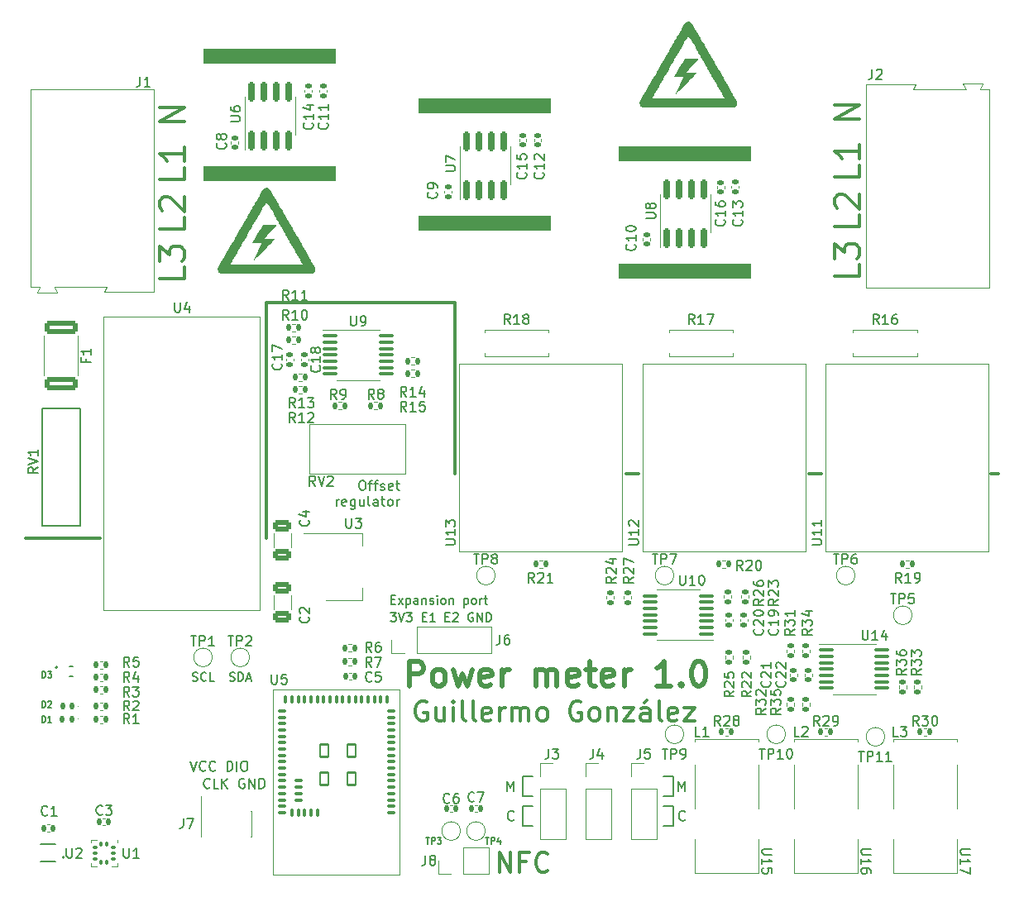
<source format=gto>
%TF.GenerationSoftware,KiCad,Pcbnew,6.0.4-6f826c9f35~116~ubuntu20.04.1*%
%TF.CreationDate,2022-05-05T18:32:33+02:00*%
%TF.ProjectId,tfm,74666d2e-6b69-4636-9164-5f7063625858,1.0*%
%TF.SameCoordinates,Original*%
%TF.FileFunction,Legend,Top*%
%TF.FilePolarity,Positive*%
%FSLAX46Y46*%
G04 Gerber Fmt 4.6, Leading zero omitted, Abs format (unit mm)*
G04 Created by KiCad (PCBNEW 6.0.4-6f826c9f35~116~ubuntu20.04.1) date 2022-05-05 18:32:33*
%MOMM*%
%LPD*%
G01*
G04 APERTURE LIST*
G04 Aperture macros list*
%AMRoundRect*
0 Rectangle with rounded corners*
0 $1 Rounding radius*
0 $2 $3 $4 $5 $6 $7 $8 $9 X,Y pos of 4 corners*
0 Add a 4 corners polygon primitive as box body*
4,1,4,$2,$3,$4,$5,$6,$7,$8,$9,$2,$3,0*
0 Add four circle primitives for the rounded corners*
1,1,$1+$1,$2,$3*
1,1,$1+$1,$4,$5*
1,1,$1+$1,$6,$7*
1,1,$1+$1,$8,$9*
0 Add four rect primitives between the rounded corners*
20,1,$1+$1,$2,$3,$4,$5,0*
20,1,$1+$1,$4,$5,$6,$7,0*
20,1,$1+$1,$6,$7,$8,$9,0*
20,1,$1+$1,$8,$9,$2,$3,0*%
G04 Aperture macros list end*
%ADD10C,0.150000*%
%ADD11C,0.300000*%
%ADD12C,0.500000*%
%ADD13C,0.120000*%
%ADD14C,0.100000*%
%ADD15C,0.127000*%
%ADD16C,0.160000*%
%ADD17C,0.200000*%
%ADD18C,1.500000*%
%ADD19C,2.000000*%
%ADD20RoundRect,0.135000X0.135000X0.185000X-0.135000X0.185000X-0.135000X-0.185000X0.135000X-0.185000X0*%
%ADD21R,2.000000X1.500000*%
%ADD22R,2.000000X3.800000*%
%ADD23RoundRect,0.135000X-0.135000X-0.185000X0.135000X-0.185000X0.135000X0.185000X-0.135000X0.185000X0*%
%ADD24RoundRect,0.140000X-0.170000X0.140000X-0.170000X-0.140000X0.170000X-0.140000X0.170000X0.140000X0*%
%ADD25RoundRect,0.135000X-0.185000X0.135000X-0.185000X-0.135000X0.185000X-0.135000X0.185000X0.135000X0*%
%ADD26R,1.700000X1.700000*%
%ADD27O,1.700000X1.700000*%
%ADD28RoundRect,0.140000X0.140000X0.170000X-0.140000X0.170000X-0.140000X-0.170000X0.140000X-0.170000X0*%
%ADD29R,0.750000X2.100000*%
%ADD30RoundRect,0.750000X6.750000X0.000000X6.750000X0.000000X-6.750000X0.000000X-6.750000X0.000000X0*%
%ADD31RoundRect,0.150000X0.150000X-0.825000X0.150000X0.825000X-0.150000X0.825000X-0.150000X-0.825000X0*%
%ADD32R,1.524000X1.524000*%
%ADD33C,1.524000*%
%ADD34RoundRect,0.147500X0.147500X0.172500X-0.147500X0.172500X-0.147500X-0.172500X0.147500X-0.172500X0*%
%ADD35RoundRect,0.135000X0.185000X-0.135000X0.185000X0.135000X-0.185000X0.135000X-0.185000X-0.135000X0*%
%ADD36R,0.500000X0.300000*%
%ADD37RoundRect,0.100000X-0.637500X-0.100000X0.637500X-0.100000X0.637500X0.100000X-0.637500X0.100000X0*%
%ADD38RoundRect,0.100000X0.637500X0.100000X-0.637500X0.100000X-0.637500X-0.100000X0.637500X-0.100000X0*%
%ADD39RoundRect,0.250000X-1.425000X0.425000X-1.425000X-0.425000X1.425000X-0.425000X1.425000X0.425000X0*%
%ADD40RoundRect,0.100000X-0.100000X0.175000X-0.100000X-0.175000X0.100000X-0.175000X0.100000X0.175000X0*%
%ADD41RoundRect,0.100000X-0.175000X0.100000X-0.175000X-0.100000X0.175000X-0.100000X0.175000X0.100000X0*%
%ADD42C,1.800000*%
%ADD43C,6.400000*%
%ADD44C,3.600000*%
%ADD45C,1.600000*%
%ADD46O,1.600000X1.600000*%
%ADD47RoundRect,0.250000X-0.650000X0.325000X-0.650000X-0.325000X0.650000X-0.325000X0.650000X0.325000X0*%
%ADD48RoundRect,0.250000X0.650000X-0.325000X0.650000X0.325000X-0.650000X0.325000X-0.650000X-0.325000X0*%
%ADD49R,0.500000X0.400000*%
%ADD50RoundRect,0.140000X-0.140000X-0.170000X0.140000X-0.170000X0.140000X0.170000X-0.140000X0.170000X0*%
%ADD51R,3.960000X1.980000*%
%ADD52O,3.960000X1.980000*%
%ADD53RoundRect,0.087500X0.312500X0.087500X-0.312500X0.087500X-0.312500X-0.087500X0.312500X-0.087500X0*%
%ADD54RoundRect,0.087500X0.087500X0.312500X-0.087500X0.312500X-0.087500X-0.312500X0.087500X-0.312500X0*%
%ADD55RoundRect,0.100000X0.400000X0.650000X-0.400000X0.650000X-0.400000X-0.650000X0.400000X-0.650000X0*%
%ADD56C,1.440000*%
G04 APERTURE END LIST*
D10*
X150622000Y-128778000D02*
X149606000Y-128778000D01*
D11*
X160176000Y-95758000D02*
X161446000Y-95758000D01*
D10*
X149606000Y-129794000D02*
X150622000Y-129794000D01*
X165002000Y-129794000D02*
X165002000Y-131826000D01*
X149606000Y-128778000D02*
X149606000Y-126746000D01*
X165002000Y-131826000D02*
X163986000Y-131826000D01*
X150622000Y-131826000D02*
X149606000Y-131826000D01*
X163986000Y-126746000D02*
X165002000Y-126746000D01*
D11*
X123346000Y-78232000D02*
X142650000Y-78232000D01*
D10*
X163986000Y-129794000D02*
X165002000Y-129794000D01*
X149606000Y-131826000D02*
X149606000Y-129794000D01*
D11*
X178845000Y-95758000D02*
X180115000Y-95758000D01*
X98708000Y-102362000D02*
X106328000Y-102362000D01*
X123346000Y-102362000D02*
X123346000Y-78232000D01*
D10*
X149606000Y-126746000D02*
X150622000Y-126746000D01*
D11*
X142650000Y-78232000D02*
X142650000Y-95758000D01*
D10*
X165002000Y-126746000D02*
X165002000Y-128778000D01*
X165002000Y-128778000D02*
X163986000Y-128778000D01*
D11*
X197514000Y-95758000D02*
X198276000Y-95758000D01*
D10*
X188013333Y-122626380D02*
X187537142Y-122626380D01*
X187537142Y-121626380D01*
X188251428Y-121626380D02*
X188870476Y-121626380D01*
X188537142Y-122007333D01*
X188680000Y-122007333D01*
X188775238Y-122054952D01*
X188822857Y-122102571D01*
X188870476Y-122197809D01*
X188870476Y-122435904D01*
X188822857Y-122531142D01*
X188775238Y-122578761D01*
X188680000Y-122626380D01*
X188394285Y-122626380D01*
X188299047Y-122578761D01*
X188251428Y-122531142D01*
D11*
X184010952Y-64170666D02*
X184010952Y-65361142D01*
X181510952Y-65361142D01*
X184010952Y-62027809D02*
X184010952Y-63456380D01*
X184010952Y-62742095D02*
X181510952Y-62742095D01*
X181868095Y-62980190D01*
X182106190Y-63218285D01*
X182225238Y-63456380D01*
X184010952Y-69250666D02*
X184010952Y-70441142D01*
X181510952Y-70441142D01*
X181749047Y-68536380D02*
X181630000Y-68417333D01*
X181510952Y-68179238D01*
X181510952Y-67584000D01*
X181630000Y-67345904D01*
X181749047Y-67226857D01*
X181987142Y-67107809D01*
X182225238Y-67107809D01*
X182582380Y-67226857D01*
X184010952Y-68655428D01*
X184010952Y-67107809D01*
D10*
X165528666Y-128214380D02*
X165528666Y-127214380D01*
X165862000Y-127928666D01*
X166195333Y-127214380D01*
X166195333Y-128214380D01*
D11*
X147177428Y-136540761D02*
X147177428Y-134540761D01*
X148320285Y-136540761D01*
X148320285Y-134540761D01*
X149939333Y-135493142D02*
X149272666Y-135493142D01*
X149272666Y-136540761D02*
X149272666Y-134540761D01*
X150225047Y-134540761D01*
X152129809Y-136350285D02*
X152034571Y-136445523D01*
X151748857Y-136540761D01*
X151558380Y-136540761D01*
X151272666Y-136445523D01*
X151082190Y-136255047D01*
X150986952Y-136064571D01*
X150891714Y-135683619D01*
X150891714Y-135397904D01*
X150986952Y-135016952D01*
X151082190Y-134826476D01*
X151272666Y-134636000D01*
X151558380Y-134540761D01*
X151748857Y-134540761D01*
X152034571Y-134636000D01*
X152129809Y-134731238D01*
D10*
X136105714Y-108647714D02*
X136405714Y-108647714D01*
X136534285Y-109119142D02*
X136105714Y-109119142D01*
X136105714Y-108219142D01*
X136534285Y-108219142D01*
X136834285Y-109119142D02*
X137305714Y-108519142D01*
X136834285Y-108519142D02*
X137305714Y-109119142D01*
X137648571Y-108519142D02*
X137648571Y-109419142D01*
X137648571Y-108562000D02*
X137734285Y-108519142D01*
X137905714Y-108519142D01*
X137991428Y-108562000D01*
X138034285Y-108604857D01*
X138077142Y-108690571D01*
X138077142Y-108947714D01*
X138034285Y-109033428D01*
X137991428Y-109076285D01*
X137905714Y-109119142D01*
X137734285Y-109119142D01*
X137648571Y-109076285D01*
X138848571Y-109119142D02*
X138848571Y-108647714D01*
X138805714Y-108562000D01*
X138720000Y-108519142D01*
X138548571Y-108519142D01*
X138462857Y-108562000D01*
X138848571Y-109076285D02*
X138762857Y-109119142D01*
X138548571Y-109119142D01*
X138462857Y-109076285D01*
X138420000Y-108990571D01*
X138420000Y-108904857D01*
X138462857Y-108819142D01*
X138548571Y-108776285D01*
X138762857Y-108776285D01*
X138848571Y-108733428D01*
X139277142Y-108519142D02*
X139277142Y-109119142D01*
X139277142Y-108604857D02*
X139320000Y-108562000D01*
X139405714Y-108519142D01*
X139534285Y-108519142D01*
X139620000Y-108562000D01*
X139662857Y-108647714D01*
X139662857Y-109119142D01*
X140048571Y-109076285D02*
X140134285Y-109119142D01*
X140305714Y-109119142D01*
X140391428Y-109076285D01*
X140434285Y-108990571D01*
X140434285Y-108947714D01*
X140391428Y-108862000D01*
X140305714Y-108819142D01*
X140177142Y-108819142D01*
X140091428Y-108776285D01*
X140048571Y-108690571D01*
X140048571Y-108647714D01*
X140091428Y-108562000D01*
X140177142Y-108519142D01*
X140305714Y-108519142D01*
X140391428Y-108562000D01*
X140820000Y-109119142D02*
X140820000Y-108519142D01*
X140820000Y-108219142D02*
X140777142Y-108262000D01*
X140820000Y-108304857D01*
X140862857Y-108262000D01*
X140820000Y-108219142D01*
X140820000Y-108304857D01*
X141377142Y-109119142D02*
X141291428Y-109076285D01*
X141248571Y-109033428D01*
X141205714Y-108947714D01*
X141205714Y-108690571D01*
X141248571Y-108604857D01*
X141291428Y-108562000D01*
X141377142Y-108519142D01*
X141505714Y-108519142D01*
X141591428Y-108562000D01*
X141634285Y-108604857D01*
X141677142Y-108690571D01*
X141677142Y-108947714D01*
X141634285Y-109033428D01*
X141591428Y-109076285D01*
X141505714Y-109119142D01*
X141377142Y-109119142D01*
X142062857Y-108519142D02*
X142062857Y-109119142D01*
X142062857Y-108604857D02*
X142105714Y-108562000D01*
X142191428Y-108519142D01*
X142320000Y-108519142D01*
X142405714Y-108562000D01*
X142448571Y-108647714D01*
X142448571Y-109119142D01*
X143562857Y-108519142D02*
X143562857Y-109419142D01*
X143562857Y-108562000D02*
X143648571Y-108519142D01*
X143820000Y-108519142D01*
X143905714Y-108562000D01*
X143948571Y-108604857D01*
X143991428Y-108690571D01*
X143991428Y-108947714D01*
X143948571Y-109033428D01*
X143905714Y-109076285D01*
X143820000Y-109119142D01*
X143648571Y-109119142D01*
X143562857Y-109076285D01*
X144505714Y-109119142D02*
X144420000Y-109076285D01*
X144377142Y-109033428D01*
X144334285Y-108947714D01*
X144334285Y-108690571D01*
X144377142Y-108604857D01*
X144420000Y-108562000D01*
X144505714Y-108519142D01*
X144634285Y-108519142D01*
X144720000Y-108562000D01*
X144762857Y-108604857D01*
X144805714Y-108690571D01*
X144805714Y-108947714D01*
X144762857Y-109033428D01*
X144720000Y-109076285D01*
X144634285Y-109119142D01*
X144505714Y-109119142D01*
X145191428Y-109119142D02*
X145191428Y-108519142D01*
X145191428Y-108690571D02*
X145234285Y-108604857D01*
X145277142Y-108562000D01*
X145362857Y-108519142D01*
X145448571Y-108519142D01*
X145620000Y-108519142D02*
X145962857Y-108519142D01*
X145748571Y-108219142D02*
X145748571Y-108990571D01*
X145791428Y-109076285D01*
X145877142Y-109119142D01*
X145962857Y-109119142D01*
X117544000Y-127865142D02*
X117496380Y-127912761D01*
X117353523Y-127960380D01*
X117258285Y-127960380D01*
X117115428Y-127912761D01*
X117020190Y-127817523D01*
X116972571Y-127722285D01*
X116924952Y-127531809D01*
X116924952Y-127388952D01*
X116972571Y-127198476D01*
X117020190Y-127103238D01*
X117115428Y-127008000D01*
X117258285Y-126960380D01*
X117353523Y-126960380D01*
X117496380Y-127008000D01*
X117544000Y-127055619D01*
X118448761Y-127960380D02*
X117972571Y-127960380D01*
X117972571Y-126960380D01*
X118782095Y-127960380D02*
X118782095Y-126960380D01*
X119353523Y-127960380D02*
X118924952Y-127388952D01*
X119353523Y-126960380D02*
X118782095Y-127531809D01*
X121067809Y-127008000D02*
X120972571Y-126960380D01*
X120829714Y-126960380D01*
X120686857Y-127008000D01*
X120591619Y-127103238D01*
X120544000Y-127198476D01*
X120496380Y-127388952D01*
X120496380Y-127531809D01*
X120544000Y-127722285D01*
X120591619Y-127817523D01*
X120686857Y-127912761D01*
X120829714Y-127960380D01*
X120924952Y-127960380D01*
X121067809Y-127912761D01*
X121115428Y-127865142D01*
X121115428Y-127531809D01*
X120924952Y-127531809D01*
X121544000Y-127960380D02*
X121544000Y-126960380D01*
X122115428Y-127960380D01*
X122115428Y-126960380D01*
X122591619Y-127960380D02*
X122591619Y-126960380D01*
X122829714Y-126960380D01*
X122972571Y-127008000D01*
X123067809Y-127103238D01*
X123115428Y-127198476D01*
X123163047Y-127388952D01*
X123163047Y-127531809D01*
X123115428Y-127722285D01*
X123067809Y-127817523D01*
X122972571Y-127912761D01*
X122829714Y-127960380D01*
X122591619Y-127960380D01*
X115768571Y-116950285D02*
X115897142Y-116993142D01*
X116111428Y-116993142D01*
X116197142Y-116950285D01*
X116240000Y-116907428D01*
X116282857Y-116821714D01*
X116282857Y-116736000D01*
X116240000Y-116650285D01*
X116197142Y-116607428D01*
X116111428Y-116564571D01*
X115940000Y-116521714D01*
X115854285Y-116478857D01*
X115811428Y-116436000D01*
X115768571Y-116350285D01*
X115768571Y-116264571D01*
X115811428Y-116178857D01*
X115854285Y-116136000D01*
X115940000Y-116093142D01*
X116154285Y-116093142D01*
X116282857Y-116136000D01*
X117182857Y-116907428D02*
X117140000Y-116950285D01*
X117011428Y-116993142D01*
X116925714Y-116993142D01*
X116797142Y-116950285D01*
X116711428Y-116864571D01*
X116668571Y-116778857D01*
X116625714Y-116607428D01*
X116625714Y-116478857D01*
X116668571Y-116307428D01*
X116711428Y-116221714D01*
X116797142Y-116136000D01*
X116925714Y-116093142D01*
X117011428Y-116093142D01*
X117140000Y-116136000D01*
X117182857Y-116178857D01*
X117997142Y-116993142D02*
X117568571Y-116993142D01*
X117568571Y-116093142D01*
X148645523Y-131167142D02*
X148597904Y-131214761D01*
X148455047Y-131262380D01*
X148359809Y-131262380D01*
X148216952Y-131214761D01*
X148121714Y-131119523D01*
X148074095Y-131024285D01*
X148026476Y-130833809D01*
X148026476Y-130690952D01*
X148074095Y-130500476D01*
X148121714Y-130405238D01*
X148216952Y-130310000D01*
X148359809Y-130262380D01*
X148455047Y-130262380D01*
X148597904Y-130310000D01*
X148645523Y-130357619D01*
D11*
X114922952Y-69504666D02*
X114922952Y-70695142D01*
X112422952Y-70695142D01*
X112661047Y-68790380D02*
X112542000Y-68671333D01*
X112422952Y-68433238D01*
X112422952Y-67838000D01*
X112542000Y-67599904D01*
X112661047Y-67480857D01*
X112899142Y-67361809D01*
X113137238Y-67361809D01*
X113494380Y-67480857D01*
X114922952Y-68909428D01*
X114922952Y-67361809D01*
X139714761Y-119142000D02*
X139524285Y-119046761D01*
X139238571Y-119046761D01*
X138952857Y-119142000D01*
X138762380Y-119332476D01*
X138667142Y-119522952D01*
X138571904Y-119903904D01*
X138571904Y-120189619D01*
X138667142Y-120570571D01*
X138762380Y-120761047D01*
X138952857Y-120951523D01*
X139238571Y-121046761D01*
X139429047Y-121046761D01*
X139714761Y-120951523D01*
X139810000Y-120856285D01*
X139810000Y-120189619D01*
X139429047Y-120189619D01*
X141524285Y-119713428D02*
X141524285Y-121046761D01*
X140667142Y-119713428D02*
X140667142Y-120761047D01*
X140762380Y-120951523D01*
X140952857Y-121046761D01*
X141238571Y-121046761D01*
X141429047Y-120951523D01*
X141524285Y-120856285D01*
X142476666Y-121046761D02*
X142476666Y-119713428D01*
X142476666Y-119046761D02*
X142381428Y-119142000D01*
X142476666Y-119237238D01*
X142571904Y-119142000D01*
X142476666Y-119046761D01*
X142476666Y-119237238D01*
X143714761Y-121046761D02*
X143524285Y-120951523D01*
X143429047Y-120761047D01*
X143429047Y-119046761D01*
X144762380Y-121046761D02*
X144571904Y-120951523D01*
X144476666Y-120761047D01*
X144476666Y-119046761D01*
X146286190Y-120951523D02*
X146095714Y-121046761D01*
X145714761Y-121046761D01*
X145524285Y-120951523D01*
X145429047Y-120761047D01*
X145429047Y-119999142D01*
X145524285Y-119808666D01*
X145714761Y-119713428D01*
X146095714Y-119713428D01*
X146286190Y-119808666D01*
X146381428Y-119999142D01*
X146381428Y-120189619D01*
X145429047Y-120380095D01*
X147238571Y-121046761D02*
X147238571Y-119713428D01*
X147238571Y-120094380D02*
X147333809Y-119903904D01*
X147429047Y-119808666D01*
X147619523Y-119713428D01*
X147810000Y-119713428D01*
X148476666Y-121046761D02*
X148476666Y-119713428D01*
X148476666Y-119903904D02*
X148571904Y-119808666D01*
X148762380Y-119713428D01*
X149048095Y-119713428D01*
X149238571Y-119808666D01*
X149333809Y-119999142D01*
X149333809Y-121046761D01*
X149333809Y-119999142D02*
X149429047Y-119808666D01*
X149619523Y-119713428D01*
X149905238Y-119713428D01*
X150095714Y-119808666D01*
X150190952Y-119999142D01*
X150190952Y-121046761D01*
X151429047Y-121046761D02*
X151238571Y-120951523D01*
X151143333Y-120856285D01*
X151048095Y-120665809D01*
X151048095Y-120094380D01*
X151143333Y-119903904D01*
X151238571Y-119808666D01*
X151429047Y-119713428D01*
X151714761Y-119713428D01*
X151905238Y-119808666D01*
X152000476Y-119903904D01*
X152095714Y-120094380D01*
X152095714Y-120665809D01*
X152000476Y-120856285D01*
X151905238Y-120951523D01*
X151714761Y-121046761D01*
X151429047Y-121046761D01*
X155524285Y-119142000D02*
X155333809Y-119046761D01*
X155048095Y-119046761D01*
X154762380Y-119142000D01*
X154571904Y-119332476D01*
X154476666Y-119522952D01*
X154381428Y-119903904D01*
X154381428Y-120189619D01*
X154476666Y-120570571D01*
X154571904Y-120761047D01*
X154762380Y-120951523D01*
X155048095Y-121046761D01*
X155238571Y-121046761D01*
X155524285Y-120951523D01*
X155619523Y-120856285D01*
X155619523Y-120189619D01*
X155238571Y-120189619D01*
X156762380Y-121046761D02*
X156571904Y-120951523D01*
X156476666Y-120856285D01*
X156381428Y-120665809D01*
X156381428Y-120094380D01*
X156476666Y-119903904D01*
X156571904Y-119808666D01*
X156762380Y-119713428D01*
X157048095Y-119713428D01*
X157238571Y-119808666D01*
X157333809Y-119903904D01*
X157429047Y-120094380D01*
X157429047Y-120665809D01*
X157333809Y-120856285D01*
X157238571Y-120951523D01*
X157048095Y-121046761D01*
X156762380Y-121046761D01*
X158286190Y-119713428D02*
X158286190Y-121046761D01*
X158286190Y-119903904D02*
X158381428Y-119808666D01*
X158571904Y-119713428D01*
X158857619Y-119713428D01*
X159048095Y-119808666D01*
X159143333Y-119999142D01*
X159143333Y-121046761D01*
X159905238Y-119713428D02*
X160952857Y-119713428D01*
X159905238Y-121046761D01*
X160952857Y-121046761D01*
X162571904Y-121046761D02*
X162571904Y-119999142D01*
X162476666Y-119808666D01*
X162286190Y-119713428D01*
X161905238Y-119713428D01*
X161714761Y-119808666D01*
X162571904Y-120951523D02*
X162381428Y-121046761D01*
X161905238Y-121046761D01*
X161714761Y-120951523D01*
X161619523Y-120761047D01*
X161619523Y-120570571D01*
X161714761Y-120380095D01*
X161905238Y-120284857D01*
X162381428Y-120284857D01*
X162571904Y-120189619D01*
X162286190Y-118951523D02*
X162000476Y-119237238D01*
X163810000Y-121046761D02*
X163619523Y-120951523D01*
X163524285Y-120761047D01*
X163524285Y-119046761D01*
X165333809Y-120951523D02*
X165143333Y-121046761D01*
X164762380Y-121046761D01*
X164571904Y-120951523D01*
X164476666Y-120761047D01*
X164476666Y-119999142D01*
X164571904Y-119808666D01*
X164762380Y-119713428D01*
X165143333Y-119713428D01*
X165333809Y-119808666D01*
X165429047Y-119999142D01*
X165429047Y-120189619D01*
X164476666Y-120380095D01*
X166095714Y-119713428D02*
X167143333Y-119713428D01*
X166095714Y-121046761D01*
X167143333Y-121046761D01*
D10*
X148002666Y-128214380D02*
X148002666Y-127214380D01*
X148336000Y-127928666D01*
X148669333Y-127214380D01*
X148669333Y-128214380D01*
X119557142Y-116950285D02*
X119685714Y-116993142D01*
X119900000Y-116993142D01*
X119985714Y-116950285D01*
X120028571Y-116907428D01*
X120071428Y-116821714D01*
X120071428Y-116736000D01*
X120028571Y-116650285D01*
X119985714Y-116607428D01*
X119900000Y-116564571D01*
X119728571Y-116521714D01*
X119642857Y-116478857D01*
X119600000Y-116436000D01*
X119557142Y-116350285D01*
X119557142Y-116264571D01*
X119600000Y-116178857D01*
X119642857Y-116136000D01*
X119728571Y-116093142D01*
X119942857Y-116093142D01*
X120071428Y-116136000D01*
X120457142Y-116993142D02*
X120457142Y-116093142D01*
X120671428Y-116093142D01*
X120800000Y-116136000D01*
X120885714Y-116221714D01*
X120928571Y-116307428D01*
X120971428Y-116478857D01*
X120971428Y-116607428D01*
X120928571Y-116778857D01*
X120885714Y-116864571D01*
X120800000Y-116950285D01*
X120671428Y-116993142D01*
X120457142Y-116993142D01*
X121314285Y-116736000D02*
X121742857Y-116736000D01*
X121228571Y-116993142D02*
X121528571Y-116093142D01*
X121828571Y-116993142D01*
X167727333Y-122626380D02*
X167251142Y-122626380D01*
X167251142Y-121626380D01*
X168584476Y-122626380D02*
X168013047Y-122626380D01*
X168298761Y-122626380D02*
X168298761Y-121626380D01*
X168203523Y-121769238D01*
X168108285Y-121864476D01*
X168013047Y-121912095D01*
X133062500Y-96437380D02*
X133252976Y-96437380D01*
X133348214Y-96485000D01*
X133443452Y-96580238D01*
X133491071Y-96770714D01*
X133491071Y-97104047D01*
X133443452Y-97294523D01*
X133348214Y-97389761D01*
X133252976Y-97437380D01*
X133062500Y-97437380D01*
X132967261Y-97389761D01*
X132872023Y-97294523D01*
X132824404Y-97104047D01*
X132824404Y-96770714D01*
X132872023Y-96580238D01*
X132967261Y-96485000D01*
X133062500Y-96437380D01*
X133776785Y-96770714D02*
X134157738Y-96770714D01*
X133919642Y-97437380D02*
X133919642Y-96580238D01*
X133967261Y-96485000D01*
X134062500Y-96437380D01*
X134157738Y-96437380D01*
X134348214Y-96770714D02*
X134729166Y-96770714D01*
X134491071Y-97437380D02*
X134491071Y-96580238D01*
X134538690Y-96485000D01*
X134633928Y-96437380D01*
X134729166Y-96437380D01*
X135014880Y-97389761D02*
X135110119Y-97437380D01*
X135300595Y-97437380D01*
X135395833Y-97389761D01*
X135443452Y-97294523D01*
X135443452Y-97246904D01*
X135395833Y-97151666D01*
X135300595Y-97104047D01*
X135157738Y-97104047D01*
X135062500Y-97056428D01*
X135014880Y-96961190D01*
X135014880Y-96913571D01*
X135062500Y-96818333D01*
X135157738Y-96770714D01*
X135300595Y-96770714D01*
X135395833Y-96818333D01*
X136252976Y-97389761D02*
X136157738Y-97437380D01*
X135967261Y-97437380D01*
X135872023Y-97389761D01*
X135824404Y-97294523D01*
X135824404Y-96913571D01*
X135872023Y-96818333D01*
X135967261Y-96770714D01*
X136157738Y-96770714D01*
X136252976Y-96818333D01*
X136300595Y-96913571D01*
X136300595Y-97008809D01*
X135824404Y-97104047D01*
X136586309Y-96770714D02*
X136967261Y-96770714D01*
X136729166Y-96437380D02*
X136729166Y-97294523D01*
X136776785Y-97389761D01*
X136872023Y-97437380D01*
X136967261Y-97437380D01*
X130491071Y-99047380D02*
X130491071Y-98380714D01*
X130491071Y-98571190D02*
X130538690Y-98475952D01*
X130586309Y-98428333D01*
X130681547Y-98380714D01*
X130776785Y-98380714D01*
X131491071Y-98999761D02*
X131395833Y-99047380D01*
X131205357Y-99047380D01*
X131110119Y-98999761D01*
X131062500Y-98904523D01*
X131062500Y-98523571D01*
X131110119Y-98428333D01*
X131205357Y-98380714D01*
X131395833Y-98380714D01*
X131491071Y-98428333D01*
X131538690Y-98523571D01*
X131538690Y-98618809D01*
X131062500Y-98714047D01*
X132395833Y-98380714D02*
X132395833Y-99190238D01*
X132348214Y-99285476D01*
X132300595Y-99333095D01*
X132205357Y-99380714D01*
X132062500Y-99380714D01*
X131967261Y-99333095D01*
X132395833Y-98999761D02*
X132300595Y-99047380D01*
X132110119Y-99047380D01*
X132014880Y-98999761D01*
X131967261Y-98952142D01*
X131919642Y-98856904D01*
X131919642Y-98571190D01*
X131967261Y-98475952D01*
X132014880Y-98428333D01*
X132110119Y-98380714D01*
X132300595Y-98380714D01*
X132395833Y-98428333D01*
X133300595Y-98380714D02*
X133300595Y-99047380D01*
X132872023Y-98380714D02*
X132872023Y-98904523D01*
X132919642Y-98999761D01*
X133014880Y-99047380D01*
X133157738Y-99047380D01*
X133252976Y-98999761D01*
X133300595Y-98952142D01*
X133919642Y-99047380D02*
X133824404Y-98999761D01*
X133776785Y-98904523D01*
X133776785Y-98047380D01*
X134729166Y-99047380D02*
X134729166Y-98523571D01*
X134681547Y-98428333D01*
X134586309Y-98380714D01*
X134395833Y-98380714D01*
X134300595Y-98428333D01*
X134729166Y-98999761D02*
X134633928Y-99047380D01*
X134395833Y-99047380D01*
X134300595Y-98999761D01*
X134252976Y-98904523D01*
X134252976Y-98809285D01*
X134300595Y-98714047D01*
X134395833Y-98666428D01*
X134633928Y-98666428D01*
X134729166Y-98618809D01*
X135062500Y-98380714D02*
X135443452Y-98380714D01*
X135205357Y-98047380D02*
X135205357Y-98904523D01*
X135252976Y-98999761D01*
X135348214Y-99047380D01*
X135443452Y-99047380D01*
X135919642Y-99047380D02*
X135824404Y-98999761D01*
X135776785Y-98952142D01*
X135729166Y-98856904D01*
X135729166Y-98571190D01*
X135776785Y-98475952D01*
X135824404Y-98428333D01*
X135919642Y-98380714D01*
X136062500Y-98380714D01*
X136157738Y-98428333D01*
X136205357Y-98475952D01*
X136252976Y-98571190D01*
X136252976Y-98856904D01*
X136205357Y-98952142D01*
X136157738Y-98999761D01*
X136062500Y-99047380D01*
X135919642Y-99047380D01*
X136681547Y-99047380D02*
X136681547Y-98380714D01*
X136681547Y-98571190D02*
X136729166Y-98475952D01*
X136776785Y-98428333D01*
X136872023Y-98380714D01*
X136967261Y-98380714D01*
X136038285Y-109997142D02*
X136595428Y-109997142D01*
X136295428Y-110340000D01*
X136424000Y-110340000D01*
X136509714Y-110382857D01*
X136552571Y-110425714D01*
X136595428Y-110511428D01*
X136595428Y-110725714D01*
X136552571Y-110811428D01*
X136509714Y-110854285D01*
X136424000Y-110897142D01*
X136166857Y-110897142D01*
X136081142Y-110854285D01*
X136038285Y-110811428D01*
X136852571Y-109997142D02*
X137152571Y-110897142D01*
X137452571Y-109997142D01*
X137666857Y-109997142D02*
X138224000Y-109997142D01*
X137924000Y-110340000D01*
X138052571Y-110340000D01*
X138138285Y-110382857D01*
X138181142Y-110425714D01*
X138224000Y-110511428D01*
X138224000Y-110725714D01*
X138181142Y-110811428D01*
X138138285Y-110854285D01*
X138052571Y-110897142D01*
X137795428Y-110897142D01*
X137709714Y-110854285D01*
X137666857Y-110811428D01*
X139295428Y-110425714D02*
X139595428Y-110425714D01*
X139724000Y-110897142D02*
X139295428Y-110897142D01*
X139295428Y-109997142D01*
X139724000Y-109997142D01*
X140581142Y-110897142D02*
X140066857Y-110897142D01*
X140324000Y-110897142D02*
X140324000Y-109997142D01*
X140238285Y-110125714D01*
X140152571Y-110211428D01*
X140066857Y-110254285D01*
X141652571Y-110425714D02*
X141952571Y-110425714D01*
X142081142Y-110897142D02*
X141652571Y-110897142D01*
X141652571Y-109997142D01*
X142081142Y-109997142D01*
X142424000Y-110082857D02*
X142466857Y-110040000D01*
X142552571Y-109997142D01*
X142766857Y-109997142D01*
X142852571Y-110040000D01*
X142895428Y-110082857D01*
X142938285Y-110168571D01*
X142938285Y-110254285D01*
X142895428Y-110382857D01*
X142381142Y-110897142D01*
X142938285Y-110897142D01*
X144481142Y-110040000D02*
X144395428Y-109997142D01*
X144266857Y-109997142D01*
X144138285Y-110040000D01*
X144052571Y-110125714D01*
X144009714Y-110211428D01*
X143966857Y-110382857D01*
X143966857Y-110511428D01*
X144009714Y-110682857D01*
X144052571Y-110768571D01*
X144138285Y-110854285D01*
X144266857Y-110897142D01*
X144352571Y-110897142D01*
X144481142Y-110854285D01*
X144524000Y-110811428D01*
X144524000Y-110511428D01*
X144352571Y-110511428D01*
X144909714Y-110897142D02*
X144909714Y-109997142D01*
X145424000Y-110897142D01*
X145424000Y-109997142D01*
X145852571Y-110897142D02*
X145852571Y-109997142D01*
X146066857Y-109997142D01*
X146195428Y-110040000D01*
X146281142Y-110125714D01*
X146324000Y-110211428D01*
X146366857Y-110382857D01*
X146366857Y-110511428D01*
X146324000Y-110682857D01*
X146281142Y-110768571D01*
X146195428Y-110854285D01*
X146066857Y-110897142D01*
X145852571Y-110897142D01*
X115543809Y-125182380D02*
X115877142Y-126182380D01*
X116210476Y-125182380D01*
X117115238Y-126087142D02*
X117067619Y-126134761D01*
X116924761Y-126182380D01*
X116829523Y-126182380D01*
X116686666Y-126134761D01*
X116591428Y-126039523D01*
X116543809Y-125944285D01*
X116496190Y-125753809D01*
X116496190Y-125610952D01*
X116543809Y-125420476D01*
X116591428Y-125325238D01*
X116686666Y-125230000D01*
X116829523Y-125182380D01*
X116924761Y-125182380D01*
X117067619Y-125230000D01*
X117115238Y-125277619D01*
X118115238Y-126087142D02*
X118067619Y-126134761D01*
X117924761Y-126182380D01*
X117829523Y-126182380D01*
X117686666Y-126134761D01*
X117591428Y-126039523D01*
X117543809Y-125944285D01*
X117496190Y-125753809D01*
X117496190Y-125610952D01*
X117543809Y-125420476D01*
X117591428Y-125325238D01*
X117686666Y-125230000D01*
X117829523Y-125182380D01*
X117924761Y-125182380D01*
X118067619Y-125230000D01*
X118115238Y-125277619D01*
X119305714Y-126182380D02*
X119305714Y-125182380D01*
X119543809Y-125182380D01*
X119686666Y-125230000D01*
X119781904Y-125325238D01*
X119829523Y-125420476D01*
X119877142Y-125610952D01*
X119877142Y-125753809D01*
X119829523Y-125944285D01*
X119781904Y-126039523D01*
X119686666Y-126134761D01*
X119543809Y-126182380D01*
X119305714Y-126182380D01*
X120305714Y-126182380D02*
X120305714Y-125182380D01*
X120972380Y-125182380D02*
X121162857Y-125182380D01*
X121258095Y-125230000D01*
X121353333Y-125325238D01*
X121400952Y-125515714D01*
X121400952Y-125849047D01*
X121353333Y-126039523D01*
X121258095Y-126134761D01*
X121162857Y-126182380D01*
X120972380Y-126182380D01*
X120877142Y-126134761D01*
X120781904Y-126039523D01*
X120734285Y-125849047D01*
X120734285Y-125515714D01*
X120781904Y-125325238D01*
X120877142Y-125230000D01*
X120972380Y-125182380D01*
X166171523Y-131167142D02*
X166123904Y-131214761D01*
X165981047Y-131262380D01*
X165885809Y-131262380D01*
X165742952Y-131214761D01*
X165647714Y-131119523D01*
X165600095Y-131024285D01*
X165552476Y-130833809D01*
X165552476Y-130690952D01*
X165600095Y-130500476D01*
X165647714Y-130405238D01*
X165742952Y-130310000D01*
X165885809Y-130262380D01*
X165981047Y-130262380D01*
X166123904Y-130310000D01*
X166171523Y-130357619D01*
D11*
X114922952Y-74584666D02*
X114922952Y-75775142D01*
X112422952Y-75775142D01*
X112422952Y-73989428D02*
X112422952Y-72441809D01*
X113375333Y-73275142D01*
X113375333Y-72918000D01*
X113494380Y-72679904D01*
X113613428Y-72560857D01*
X113851523Y-72441809D01*
X114446761Y-72441809D01*
X114684857Y-72560857D01*
X114803904Y-72679904D01*
X114922952Y-72918000D01*
X114922952Y-73632285D01*
X114803904Y-73870380D01*
X114684857Y-73989428D01*
D12*
X137944952Y-117462952D02*
X137944952Y-114962952D01*
X138897333Y-114962952D01*
X139135428Y-115082000D01*
X139254476Y-115201047D01*
X139373523Y-115439142D01*
X139373523Y-115796285D01*
X139254476Y-116034380D01*
X139135428Y-116153428D01*
X138897333Y-116272476D01*
X137944952Y-116272476D01*
X140802095Y-117462952D02*
X140564000Y-117343904D01*
X140444952Y-117224857D01*
X140325904Y-116986761D01*
X140325904Y-116272476D01*
X140444952Y-116034380D01*
X140564000Y-115915333D01*
X140802095Y-115796285D01*
X141159238Y-115796285D01*
X141397333Y-115915333D01*
X141516380Y-116034380D01*
X141635428Y-116272476D01*
X141635428Y-116986761D01*
X141516380Y-117224857D01*
X141397333Y-117343904D01*
X141159238Y-117462952D01*
X140802095Y-117462952D01*
X142468761Y-115796285D02*
X142944952Y-117462952D01*
X143421142Y-116272476D01*
X143897333Y-117462952D01*
X144373523Y-115796285D01*
X146278285Y-117343904D02*
X146040190Y-117462952D01*
X145564000Y-117462952D01*
X145325904Y-117343904D01*
X145206857Y-117105809D01*
X145206857Y-116153428D01*
X145325904Y-115915333D01*
X145564000Y-115796285D01*
X146040190Y-115796285D01*
X146278285Y-115915333D01*
X146397333Y-116153428D01*
X146397333Y-116391523D01*
X145206857Y-116629619D01*
X147468761Y-117462952D02*
X147468761Y-115796285D01*
X147468761Y-116272476D02*
X147587809Y-116034380D01*
X147706857Y-115915333D01*
X147944952Y-115796285D01*
X148183047Y-115796285D01*
X150921142Y-117462952D02*
X150921142Y-115796285D01*
X150921142Y-116034380D02*
X151040190Y-115915333D01*
X151278285Y-115796285D01*
X151635428Y-115796285D01*
X151873523Y-115915333D01*
X151992571Y-116153428D01*
X151992571Y-117462952D01*
X151992571Y-116153428D02*
X152111619Y-115915333D01*
X152349714Y-115796285D01*
X152706857Y-115796285D01*
X152944952Y-115915333D01*
X153064000Y-116153428D01*
X153064000Y-117462952D01*
X155206857Y-117343904D02*
X154968761Y-117462952D01*
X154492571Y-117462952D01*
X154254476Y-117343904D01*
X154135428Y-117105809D01*
X154135428Y-116153428D01*
X154254476Y-115915333D01*
X154492571Y-115796285D01*
X154968761Y-115796285D01*
X155206857Y-115915333D01*
X155325904Y-116153428D01*
X155325904Y-116391523D01*
X154135428Y-116629619D01*
X156040190Y-115796285D02*
X156992571Y-115796285D01*
X156397333Y-114962952D02*
X156397333Y-117105809D01*
X156516380Y-117343904D01*
X156754476Y-117462952D01*
X156992571Y-117462952D01*
X158778285Y-117343904D02*
X158540190Y-117462952D01*
X158064000Y-117462952D01*
X157825904Y-117343904D01*
X157706857Y-117105809D01*
X157706857Y-116153428D01*
X157825904Y-115915333D01*
X158064000Y-115796285D01*
X158540190Y-115796285D01*
X158778285Y-115915333D01*
X158897333Y-116153428D01*
X158897333Y-116391523D01*
X157706857Y-116629619D01*
X159968761Y-117462952D02*
X159968761Y-115796285D01*
X159968761Y-116272476D02*
X160087809Y-116034380D01*
X160206857Y-115915333D01*
X160444952Y-115796285D01*
X160683047Y-115796285D01*
X164730666Y-117462952D02*
X163302095Y-117462952D01*
X164016380Y-117462952D02*
X164016380Y-114962952D01*
X163778285Y-115320095D01*
X163540190Y-115558190D01*
X163302095Y-115677238D01*
X165802095Y-117224857D02*
X165921142Y-117343904D01*
X165802095Y-117462952D01*
X165683047Y-117343904D01*
X165802095Y-117224857D01*
X165802095Y-117462952D01*
X167468761Y-114962952D02*
X167706857Y-114962952D01*
X167944952Y-115082000D01*
X168064000Y-115201047D01*
X168183047Y-115439142D01*
X168302095Y-115915333D01*
X168302095Y-116510571D01*
X168183047Y-116986761D01*
X168064000Y-117224857D01*
X167944952Y-117343904D01*
X167706857Y-117462952D01*
X167468761Y-117462952D01*
X167230666Y-117343904D01*
X167111619Y-117224857D01*
X166992571Y-116986761D01*
X166873523Y-116510571D01*
X166873523Y-115915333D01*
X166992571Y-115439142D01*
X167111619Y-115201047D01*
X167230666Y-115082000D01*
X167468761Y-114962952D01*
D11*
X114922952Y-59642285D02*
X112422952Y-59642285D01*
X114922952Y-58213714D01*
X112422952Y-58213714D01*
D10*
X177887333Y-122626380D02*
X177411142Y-122626380D01*
X177411142Y-121626380D01*
X178173047Y-121721619D02*
X178220666Y-121674000D01*
X178315904Y-121626380D01*
X178554000Y-121626380D01*
X178649238Y-121674000D01*
X178696857Y-121721619D01*
X178744476Y-121816857D01*
X178744476Y-121912095D01*
X178696857Y-122054952D01*
X178125428Y-122626380D01*
X178744476Y-122626380D01*
D11*
X184010952Y-74330666D02*
X184010952Y-75521142D01*
X181510952Y-75521142D01*
X181510952Y-73735428D02*
X181510952Y-72187809D01*
X182463333Y-73021142D01*
X182463333Y-72664000D01*
X182582380Y-72425904D01*
X182701428Y-72306857D01*
X182939523Y-72187809D01*
X183534761Y-72187809D01*
X183772857Y-72306857D01*
X183891904Y-72425904D01*
X184010952Y-72664000D01*
X184010952Y-73378285D01*
X183891904Y-73616380D01*
X183772857Y-73735428D01*
X184010952Y-59388285D02*
X181510952Y-59388285D01*
X184010952Y-57959714D01*
X181510952Y-57959714D01*
X114922952Y-64424666D02*
X114922952Y-65615142D01*
X112422952Y-65615142D01*
X114922952Y-62281809D02*
X114922952Y-63710380D01*
X114922952Y-62996095D02*
X112422952Y-62996095D01*
X112780095Y-63234190D01*
X113018190Y-63472285D01*
X113137238Y-63710380D01*
D10*
X185205619Y-134166904D02*
X184396095Y-134166904D01*
X184300857Y-134214523D01*
X184253238Y-134262142D01*
X184205619Y-134357380D01*
X184205619Y-134547857D01*
X184253238Y-134643095D01*
X184300857Y-134690714D01*
X184396095Y-134738333D01*
X185205619Y-134738333D01*
X184205619Y-135738333D02*
X184205619Y-135166904D01*
X184205619Y-135452619D02*
X185205619Y-135452619D01*
X185062761Y-135357380D01*
X184967523Y-135262142D01*
X184919904Y-135166904D01*
X185205619Y-136595476D02*
X185205619Y-136405000D01*
X185158000Y-136309761D01*
X185110380Y-136262142D01*
X184967523Y-136166904D01*
X184777047Y-136119285D01*
X184396095Y-136119285D01*
X184300857Y-136166904D01*
X184253238Y-136214523D01*
X184205619Y-136309761D01*
X184205619Y-136500238D01*
X184253238Y-136595476D01*
X184300857Y-136643095D01*
X184396095Y-136690714D01*
X184634190Y-136690714D01*
X184729428Y-136643095D01*
X184777047Y-136595476D01*
X184824666Y-136500238D01*
X184824666Y-136309761D01*
X184777047Y-136214523D01*
X184729428Y-136166904D01*
X184634190Y-136119285D01*
X190109142Y-121536380D02*
X189775809Y-121060190D01*
X189537714Y-121536380D02*
X189537714Y-120536380D01*
X189918666Y-120536380D01*
X190013904Y-120584000D01*
X190061523Y-120631619D01*
X190109142Y-120726857D01*
X190109142Y-120869714D01*
X190061523Y-120964952D01*
X190013904Y-121012571D01*
X189918666Y-121060190D01*
X189537714Y-121060190D01*
X190442476Y-120536380D02*
X191061523Y-120536380D01*
X190728190Y-120917333D01*
X190871047Y-120917333D01*
X190966285Y-120964952D01*
X191013904Y-121012571D01*
X191061523Y-121107809D01*
X191061523Y-121345904D01*
X191013904Y-121441142D01*
X190966285Y-121488761D01*
X190871047Y-121536380D01*
X190585333Y-121536380D01*
X190490095Y-121488761D01*
X190442476Y-121441142D01*
X191680571Y-120536380D02*
X191775809Y-120536380D01*
X191871047Y-120584000D01*
X191918666Y-120631619D01*
X191966285Y-120726857D01*
X192013904Y-120917333D01*
X192013904Y-121155428D01*
X191966285Y-121345904D01*
X191918666Y-121441142D01*
X191871047Y-121488761D01*
X191775809Y-121536380D01*
X191680571Y-121536380D01*
X191585333Y-121488761D01*
X191537714Y-121441142D01*
X191490095Y-121345904D01*
X191442476Y-121155428D01*
X191442476Y-120917333D01*
X191490095Y-120726857D01*
X191537714Y-120631619D01*
X191585333Y-120584000D01*
X191680571Y-120536380D01*
X131474095Y-100290380D02*
X131474095Y-101099904D01*
X131521714Y-101195142D01*
X131569333Y-101242761D01*
X131664571Y-101290380D01*
X131855047Y-101290380D01*
X131950285Y-101242761D01*
X131997904Y-101195142D01*
X132045523Y-101099904D01*
X132045523Y-100290380D01*
X132426476Y-100290380D02*
X133045523Y-100290380D01*
X132712190Y-100671333D01*
X132855047Y-100671333D01*
X132950285Y-100718952D01*
X132997904Y-100766571D01*
X133045523Y-100861809D01*
X133045523Y-101099904D01*
X132997904Y-101195142D01*
X132950285Y-101242761D01*
X132855047Y-101290380D01*
X132569333Y-101290380D01*
X132474095Y-101242761D01*
X132426476Y-101195142D01*
X119388095Y-112358380D02*
X119959523Y-112358380D01*
X119673809Y-113358380D02*
X119673809Y-112358380D01*
X120292857Y-113358380D02*
X120292857Y-112358380D01*
X120673809Y-112358380D01*
X120769047Y-112406000D01*
X120816666Y-112453619D01*
X120864285Y-112548857D01*
X120864285Y-112691714D01*
X120816666Y-112786952D01*
X120769047Y-112834571D01*
X120673809Y-112882190D01*
X120292857Y-112882190D01*
X121245238Y-112453619D02*
X121292857Y-112406000D01*
X121388095Y-112358380D01*
X121626190Y-112358380D01*
X121721428Y-112406000D01*
X121769047Y-112453619D01*
X121816666Y-112548857D01*
X121816666Y-112644095D01*
X121769047Y-112786952D01*
X121197619Y-113358380D01*
X121816666Y-113358380D01*
X126259142Y-90484380D02*
X125925809Y-90008190D01*
X125687714Y-90484380D02*
X125687714Y-89484380D01*
X126068666Y-89484380D01*
X126163904Y-89532000D01*
X126211523Y-89579619D01*
X126259142Y-89674857D01*
X126259142Y-89817714D01*
X126211523Y-89912952D01*
X126163904Y-89960571D01*
X126068666Y-90008190D01*
X125687714Y-90008190D01*
X127211523Y-90484380D02*
X126640095Y-90484380D01*
X126925809Y-90484380D02*
X126925809Y-89484380D01*
X126830571Y-89627238D01*
X126735333Y-89722476D01*
X126640095Y-89770095D01*
X127592476Y-89579619D02*
X127640095Y-89532000D01*
X127735333Y-89484380D01*
X127973428Y-89484380D01*
X128068666Y-89532000D01*
X128116285Y-89579619D01*
X128163904Y-89674857D01*
X128163904Y-89770095D01*
X128116285Y-89912952D01*
X127544857Y-90484380D01*
X128163904Y-90484380D01*
X176379142Y-116974857D02*
X176426761Y-117022476D01*
X176474380Y-117165333D01*
X176474380Y-117260571D01*
X176426761Y-117403428D01*
X176331523Y-117498666D01*
X176236285Y-117546285D01*
X176045809Y-117593904D01*
X175902952Y-117593904D01*
X175712476Y-117546285D01*
X175617238Y-117498666D01*
X175522000Y-117403428D01*
X175474380Y-117260571D01*
X175474380Y-117165333D01*
X175522000Y-117022476D01*
X175569619Y-116974857D01*
X175569619Y-116593904D02*
X175522000Y-116546285D01*
X175474380Y-116451047D01*
X175474380Y-116212952D01*
X175522000Y-116117714D01*
X175569619Y-116070095D01*
X175664857Y-116022476D01*
X175760095Y-116022476D01*
X175902952Y-116070095D01*
X176474380Y-116641523D01*
X176474380Y-116022476D01*
X175569619Y-115641523D02*
X175522000Y-115593904D01*
X175474380Y-115498666D01*
X175474380Y-115260571D01*
X175522000Y-115165333D01*
X175569619Y-115117714D01*
X175664857Y-115070095D01*
X175760095Y-115070095D01*
X175902952Y-115117714D01*
X176474380Y-115689142D01*
X176474380Y-115070095D01*
X174188380Y-108592857D02*
X173712190Y-108926190D01*
X174188380Y-109164285D02*
X173188380Y-109164285D01*
X173188380Y-108783333D01*
X173236000Y-108688095D01*
X173283619Y-108640476D01*
X173378857Y-108592857D01*
X173521714Y-108592857D01*
X173616952Y-108640476D01*
X173664571Y-108688095D01*
X173712190Y-108783333D01*
X173712190Y-109164285D01*
X173283619Y-108211904D02*
X173236000Y-108164285D01*
X173188380Y-108069047D01*
X173188380Y-107830952D01*
X173236000Y-107735714D01*
X173283619Y-107688095D01*
X173378857Y-107640476D01*
X173474095Y-107640476D01*
X173616952Y-107688095D01*
X174188380Y-108259523D01*
X174188380Y-107640476D01*
X173188380Y-106783333D02*
X173188380Y-106973809D01*
X173236000Y-107069047D01*
X173283619Y-107116666D01*
X173426476Y-107211904D01*
X173616952Y-107259523D01*
X173997904Y-107259523D01*
X174093142Y-107211904D01*
X174140761Y-107164285D01*
X174188380Y-107069047D01*
X174188380Y-106878571D01*
X174140761Y-106783333D01*
X174093142Y-106735714D01*
X173997904Y-106688095D01*
X173759809Y-106688095D01*
X173664571Y-106735714D01*
X173616952Y-106783333D01*
X173569333Y-106878571D01*
X173569333Y-107069047D01*
X173616952Y-107164285D01*
X173664571Y-107211904D01*
X173759809Y-107259523D01*
X169791142Y-121536380D02*
X169457809Y-121060190D01*
X169219714Y-121536380D02*
X169219714Y-120536380D01*
X169600666Y-120536380D01*
X169695904Y-120584000D01*
X169743523Y-120631619D01*
X169791142Y-120726857D01*
X169791142Y-120869714D01*
X169743523Y-120964952D01*
X169695904Y-121012571D01*
X169600666Y-121060190D01*
X169219714Y-121060190D01*
X170172095Y-120631619D02*
X170219714Y-120584000D01*
X170314952Y-120536380D01*
X170553047Y-120536380D01*
X170648285Y-120584000D01*
X170695904Y-120631619D01*
X170743523Y-120726857D01*
X170743523Y-120822095D01*
X170695904Y-120964952D01*
X170124476Y-121536380D01*
X170743523Y-121536380D01*
X171314952Y-120964952D02*
X171219714Y-120917333D01*
X171172095Y-120869714D01*
X171124476Y-120774476D01*
X171124476Y-120726857D01*
X171172095Y-120631619D01*
X171219714Y-120584000D01*
X171314952Y-120536380D01*
X171505428Y-120536380D01*
X171600666Y-120584000D01*
X171648285Y-120631619D01*
X171695904Y-120726857D01*
X171695904Y-120774476D01*
X171648285Y-120869714D01*
X171600666Y-120917333D01*
X171505428Y-120964952D01*
X171314952Y-120964952D01*
X171219714Y-121012571D01*
X171172095Y-121060190D01*
X171124476Y-121155428D01*
X171124476Y-121345904D01*
X171172095Y-121441142D01*
X171219714Y-121488761D01*
X171314952Y-121536380D01*
X171505428Y-121536380D01*
X171600666Y-121488761D01*
X171648285Y-121441142D01*
X171695904Y-121345904D01*
X171695904Y-121155428D01*
X171648285Y-121060190D01*
X171600666Y-121012571D01*
X171505428Y-120964952D01*
X171963142Y-69730857D02*
X172010761Y-69778476D01*
X172058380Y-69921333D01*
X172058380Y-70016571D01*
X172010761Y-70159428D01*
X171915523Y-70254666D01*
X171820285Y-70302285D01*
X171629809Y-70349904D01*
X171486952Y-70349904D01*
X171296476Y-70302285D01*
X171201238Y-70254666D01*
X171106000Y-70159428D01*
X171058380Y-70016571D01*
X171058380Y-69921333D01*
X171106000Y-69778476D01*
X171153619Y-69730857D01*
X172058380Y-68778476D02*
X172058380Y-69349904D01*
X172058380Y-69064190D02*
X171058380Y-69064190D01*
X171201238Y-69159428D01*
X171296476Y-69254666D01*
X171344095Y-69349904D01*
X171058380Y-68445142D02*
X171058380Y-67826095D01*
X171439333Y-68159428D01*
X171439333Y-68016571D01*
X171486952Y-67921333D01*
X171534571Y-67873714D01*
X171629809Y-67826095D01*
X171867904Y-67826095D01*
X171963142Y-67873714D01*
X172010761Y-67921333D01*
X172058380Y-68016571D01*
X172058380Y-68302285D01*
X172010761Y-68397523D01*
X171963142Y-68445142D01*
X150741142Y-106878380D02*
X150407809Y-106402190D01*
X150169714Y-106878380D02*
X150169714Y-105878380D01*
X150550666Y-105878380D01*
X150645904Y-105926000D01*
X150693523Y-105973619D01*
X150741142Y-106068857D01*
X150741142Y-106211714D01*
X150693523Y-106306952D01*
X150645904Y-106354571D01*
X150550666Y-106402190D01*
X150169714Y-106402190D01*
X151122095Y-105973619D02*
X151169714Y-105926000D01*
X151264952Y-105878380D01*
X151503047Y-105878380D01*
X151598285Y-105926000D01*
X151645904Y-105973619D01*
X151693523Y-106068857D01*
X151693523Y-106164095D01*
X151645904Y-106306952D01*
X151074476Y-106878380D01*
X151693523Y-106878380D01*
X152645904Y-106878380D02*
X152074476Y-106878380D01*
X152360190Y-106878380D02*
X152360190Y-105878380D01*
X152264952Y-106021238D01*
X152169714Y-106116476D01*
X152074476Y-106164095D01*
X151643142Y-64904857D02*
X151690761Y-64952476D01*
X151738380Y-65095333D01*
X151738380Y-65190571D01*
X151690761Y-65333428D01*
X151595523Y-65428666D01*
X151500285Y-65476285D01*
X151309809Y-65523904D01*
X151166952Y-65523904D01*
X150976476Y-65476285D01*
X150881238Y-65428666D01*
X150786000Y-65333428D01*
X150738380Y-65190571D01*
X150738380Y-65095333D01*
X150786000Y-64952476D01*
X150833619Y-64904857D01*
X151738380Y-63952476D02*
X151738380Y-64523904D01*
X151738380Y-64238190D02*
X150738380Y-64238190D01*
X150881238Y-64333428D01*
X150976476Y-64428666D01*
X151024095Y-64523904D01*
X150833619Y-63571523D02*
X150786000Y-63523904D01*
X150738380Y-63428666D01*
X150738380Y-63190571D01*
X150786000Y-63095333D01*
X150833619Y-63047714D01*
X150928857Y-63000095D01*
X151024095Y-63000095D01*
X151166952Y-63047714D01*
X151738380Y-63619142D01*
X151738380Y-63000095D01*
X162822095Y-103976380D02*
X163393523Y-103976380D01*
X163107809Y-104976380D02*
X163107809Y-103976380D01*
X163726857Y-104976380D02*
X163726857Y-103976380D01*
X164107809Y-103976380D01*
X164203047Y-104024000D01*
X164250666Y-104071619D01*
X164298285Y-104166857D01*
X164298285Y-104309714D01*
X164250666Y-104404952D01*
X164203047Y-104452571D01*
X164107809Y-104500190D01*
X163726857Y-104500190D01*
X164631619Y-103976380D02*
X165298285Y-103976380D01*
X164869714Y-104976380D01*
X147240666Y-112228380D02*
X147240666Y-112942666D01*
X147193047Y-113085523D01*
X147097809Y-113180761D01*
X146954952Y-113228380D01*
X146859714Y-113228380D01*
X148145428Y-112228380D02*
X147954952Y-112228380D01*
X147859714Y-112276000D01*
X147812095Y-112323619D01*
X147716857Y-112466476D01*
X147669238Y-112656952D01*
X147669238Y-113037904D01*
X147716857Y-113133142D01*
X147764476Y-113180761D01*
X147859714Y-113228380D01*
X148050190Y-113228380D01*
X148145428Y-113180761D01*
X148193047Y-113133142D01*
X148240666Y-113037904D01*
X148240666Y-112799809D01*
X148193047Y-112704571D01*
X148145428Y-112656952D01*
X148050190Y-112609333D01*
X147859714Y-112609333D01*
X147764476Y-112656952D01*
X147716857Y-112704571D01*
X147669238Y-112799809D01*
X149865142Y-64904857D02*
X149912761Y-64952476D01*
X149960380Y-65095333D01*
X149960380Y-65190571D01*
X149912761Y-65333428D01*
X149817523Y-65428666D01*
X149722285Y-65476285D01*
X149531809Y-65523904D01*
X149388952Y-65523904D01*
X149198476Y-65476285D01*
X149103238Y-65428666D01*
X149008000Y-65333428D01*
X148960380Y-65190571D01*
X148960380Y-65095333D01*
X149008000Y-64952476D01*
X149055619Y-64904857D01*
X149960380Y-63952476D02*
X149960380Y-64523904D01*
X149960380Y-64238190D02*
X148960380Y-64238190D01*
X149103238Y-64333428D01*
X149198476Y-64428666D01*
X149246095Y-64523904D01*
X148960380Y-63047714D02*
X148960380Y-63523904D01*
X149436571Y-63571523D01*
X149388952Y-63523904D01*
X149341333Y-63428666D01*
X149341333Y-63190571D01*
X149388952Y-63095333D01*
X149436571Y-63047714D01*
X149531809Y-63000095D01*
X149769904Y-63000095D01*
X149865142Y-63047714D01*
X149912761Y-63095333D01*
X149960380Y-63190571D01*
X149960380Y-63428666D01*
X149912761Y-63523904D01*
X149865142Y-63571523D01*
X130514692Y-88082380D02*
X130181359Y-87606190D01*
X129943263Y-88082380D02*
X129943263Y-87082380D01*
X130324216Y-87082380D01*
X130419454Y-87130000D01*
X130467073Y-87177619D01*
X130514692Y-87272857D01*
X130514692Y-87415714D01*
X130467073Y-87510952D01*
X130419454Y-87558571D01*
X130324216Y-87606190D01*
X129943263Y-87606190D01*
X130990882Y-88082380D02*
X131181359Y-88082380D01*
X131276597Y-88034761D01*
X131324216Y-87987142D01*
X131419454Y-87844285D01*
X131467073Y-87653809D01*
X131467073Y-87272857D01*
X131419454Y-87177619D01*
X131371835Y-87130000D01*
X131276597Y-87082380D01*
X131086120Y-87082380D01*
X130990882Y-87130000D01*
X130943263Y-87177619D01*
X130895644Y-87272857D01*
X130895644Y-87510952D01*
X130943263Y-87606190D01*
X130990882Y-87653809D01*
X131086120Y-87701428D01*
X131276597Y-87701428D01*
X131371835Y-87653809D01*
X131419454Y-87606190D01*
X131467073Y-87510952D01*
X174093142Y-111640857D02*
X174140761Y-111688476D01*
X174188380Y-111831333D01*
X174188380Y-111926571D01*
X174140761Y-112069428D01*
X174045523Y-112164666D01*
X173950285Y-112212285D01*
X173759809Y-112259904D01*
X173616952Y-112259904D01*
X173426476Y-112212285D01*
X173331238Y-112164666D01*
X173236000Y-112069428D01*
X173188380Y-111926571D01*
X173188380Y-111831333D01*
X173236000Y-111688476D01*
X173283619Y-111640857D01*
X173283619Y-111259904D02*
X173236000Y-111212285D01*
X173188380Y-111117047D01*
X173188380Y-110878952D01*
X173236000Y-110783714D01*
X173283619Y-110736095D01*
X173378857Y-110688476D01*
X173474095Y-110688476D01*
X173616952Y-110736095D01*
X174188380Y-111307523D01*
X174188380Y-110688476D01*
X173188380Y-110069428D02*
X173188380Y-109974190D01*
X173236000Y-109878952D01*
X173283619Y-109831333D01*
X173378857Y-109783714D01*
X173569333Y-109736095D01*
X173807428Y-109736095D01*
X173997904Y-109783714D01*
X174093142Y-109831333D01*
X174140761Y-109878952D01*
X174188380Y-109974190D01*
X174188380Y-110069428D01*
X174140761Y-110164666D01*
X174093142Y-110212285D01*
X173997904Y-110259904D01*
X173807428Y-110307523D01*
X173569333Y-110307523D01*
X173378857Y-110259904D01*
X173283619Y-110212285D01*
X173236000Y-110164666D01*
X173188380Y-110069428D01*
X187206095Y-108040380D02*
X187777523Y-108040380D01*
X187491809Y-109040380D02*
X187491809Y-108040380D01*
X188110857Y-109040380D02*
X188110857Y-108040380D01*
X188491809Y-108040380D01*
X188587047Y-108088000D01*
X188634666Y-108135619D01*
X188682285Y-108230857D01*
X188682285Y-108373714D01*
X188634666Y-108468952D01*
X188587047Y-108516571D01*
X188491809Y-108564190D01*
X188110857Y-108564190D01*
X189587047Y-108040380D02*
X189110857Y-108040380D01*
X189063238Y-108516571D01*
X189110857Y-108468952D01*
X189206095Y-108421333D01*
X189444190Y-108421333D01*
X189539428Y-108468952D01*
X189587047Y-108516571D01*
X189634666Y-108611809D01*
X189634666Y-108849904D01*
X189587047Y-108945142D01*
X189539428Y-108992761D01*
X189444190Y-109040380D01*
X189206095Y-109040380D01*
X189110857Y-108992761D01*
X189063238Y-108945142D01*
X100925333Y-130659142D02*
X100877714Y-130706761D01*
X100734857Y-130754380D01*
X100639619Y-130754380D01*
X100496761Y-130706761D01*
X100401523Y-130611523D01*
X100353904Y-130516285D01*
X100306285Y-130325809D01*
X100306285Y-130182952D01*
X100353904Y-129992476D01*
X100401523Y-129897238D01*
X100496761Y-129802000D01*
X100639619Y-129754380D01*
X100734857Y-129754380D01*
X100877714Y-129802000D01*
X100925333Y-129849619D01*
X101877714Y-130754380D02*
X101306285Y-130754380D01*
X101592000Y-130754380D02*
X101592000Y-129754380D01*
X101496761Y-129897238D01*
X101401523Y-129992476D01*
X101306285Y-130040095D01*
X152222666Y-123912380D02*
X152222666Y-124626666D01*
X152175047Y-124769523D01*
X152079809Y-124864761D01*
X151936952Y-124912380D01*
X151841714Y-124912380D01*
X152603619Y-123912380D02*
X153222666Y-123912380D01*
X152889333Y-124293333D01*
X153032190Y-124293333D01*
X153127428Y-124340952D01*
X153175047Y-124388571D01*
X153222666Y-124483809D01*
X153222666Y-124721904D01*
X153175047Y-124817142D01*
X153127428Y-124864761D01*
X153032190Y-124912380D01*
X152746476Y-124912380D01*
X152651238Y-124864761D01*
X152603619Y-124817142D01*
X179170380Y-111640857D02*
X178694190Y-111974190D01*
X179170380Y-112212285D02*
X178170380Y-112212285D01*
X178170380Y-111831333D01*
X178218000Y-111736095D01*
X178265619Y-111688476D01*
X178360857Y-111640857D01*
X178503714Y-111640857D01*
X178598952Y-111688476D01*
X178646571Y-111736095D01*
X178694190Y-111831333D01*
X178694190Y-112212285D01*
X178170380Y-111307523D02*
X178170380Y-110688476D01*
X178551333Y-111021809D01*
X178551333Y-110878952D01*
X178598952Y-110783714D01*
X178646571Y-110736095D01*
X178741809Y-110688476D01*
X178979904Y-110688476D01*
X179075142Y-110736095D01*
X179122761Y-110783714D01*
X179170380Y-110878952D01*
X179170380Y-111164666D01*
X179122761Y-111259904D01*
X179075142Y-111307523D01*
X178503714Y-109831333D02*
X179170380Y-109831333D01*
X178122761Y-110069428D02*
X178837047Y-110307523D01*
X178837047Y-109688476D01*
X114840666Y-131042380D02*
X114840666Y-131756666D01*
X114793047Y-131899523D01*
X114697809Y-131994761D01*
X114554952Y-132042380D01*
X114459714Y-132042380D01*
X115221619Y-131042380D02*
X115888285Y-131042380D01*
X115459714Y-132042380D01*
X137661142Y-87828380D02*
X137327809Y-87352190D01*
X137089714Y-87828380D02*
X137089714Y-86828380D01*
X137470666Y-86828380D01*
X137565904Y-86876000D01*
X137613523Y-86923619D01*
X137661142Y-87018857D01*
X137661142Y-87161714D01*
X137613523Y-87256952D01*
X137565904Y-87304571D01*
X137470666Y-87352190D01*
X137089714Y-87352190D01*
X138613523Y-87828380D02*
X138042095Y-87828380D01*
X138327809Y-87828380D02*
X138327809Y-86828380D01*
X138232571Y-86971238D01*
X138137333Y-87066476D01*
X138042095Y-87114095D01*
X139470666Y-87161714D02*
X139470666Y-87828380D01*
X139232571Y-86780761D02*
X138994476Y-87495047D01*
X139613523Y-87495047D01*
X141666380Y-64751904D02*
X142475904Y-64751904D01*
X142571142Y-64704285D01*
X142618761Y-64656666D01*
X142666380Y-64561428D01*
X142666380Y-64370952D01*
X142618761Y-64275714D01*
X142571142Y-64228095D01*
X142475904Y-64180476D01*
X141666380Y-64180476D01*
X141666380Y-63799523D02*
X141666380Y-63132857D01*
X142666380Y-63561428D01*
X139620666Y-134834380D02*
X139620666Y-135548666D01*
X139573047Y-135691523D01*
X139477809Y-135786761D01*
X139334952Y-135834380D01*
X139239714Y-135834380D01*
X140239714Y-135262952D02*
X140144476Y-135215333D01*
X140096857Y-135167714D01*
X140049238Y-135072476D01*
X140049238Y-135024857D01*
X140096857Y-134929619D01*
X140144476Y-134882000D01*
X140239714Y-134834380D01*
X140430190Y-134834380D01*
X140525428Y-134882000D01*
X140573047Y-134929619D01*
X140620666Y-135024857D01*
X140620666Y-135072476D01*
X140573047Y-135167714D01*
X140525428Y-135215333D01*
X140430190Y-135262952D01*
X140239714Y-135262952D01*
X140144476Y-135310571D01*
X140096857Y-135358190D01*
X140049238Y-135453428D01*
X140049238Y-135643904D01*
X140096857Y-135739142D01*
X140144476Y-135786761D01*
X140239714Y-135834380D01*
X140430190Y-135834380D01*
X140525428Y-135786761D01*
X140573047Y-135739142D01*
X140620666Y-135643904D01*
X140620666Y-135453428D01*
X140573047Y-135358190D01*
X140525428Y-135310571D01*
X140430190Y-135262952D01*
X160882380Y-106306857D02*
X160406190Y-106640190D01*
X160882380Y-106878285D02*
X159882380Y-106878285D01*
X159882380Y-106497333D01*
X159930000Y-106402095D01*
X159977619Y-106354476D01*
X160072857Y-106306857D01*
X160215714Y-106306857D01*
X160310952Y-106354476D01*
X160358571Y-106402095D01*
X160406190Y-106497333D01*
X160406190Y-106878285D01*
X159977619Y-105925904D02*
X159930000Y-105878285D01*
X159882380Y-105783047D01*
X159882380Y-105544952D01*
X159930000Y-105449714D01*
X159977619Y-105402095D01*
X160072857Y-105354476D01*
X160168095Y-105354476D01*
X160310952Y-105402095D01*
X160882380Y-105973523D01*
X160882380Y-105354476D01*
X159882380Y-105021142D02*
X159882380Y-104354476D01*
X160882380Y-104783047D01*
X179166380Y-103028095D02*
X179975904Y-103028095D01*
X180071142Y-102980476D01*
X180118761Y-102932857D01*
X180166380Y-102837619D01*
X180166380Y-102647142D01*
X180118761Y-102551904D01*
X180071142Y-102504285D01*
X179975904Y-102456666D01*
X179166380Y-102456666D01*
X180166380Y-101456666D02*
X180166380Y-102028095D01*
X180166380Y-101742380D02*
X179166380Y-101742380D01*
X179309238Y-101837619D01*
X179404476Y-101932857D01*
X179452095Y-102028095D01*
X180166380Y-100504285D02*
X180166380Y-101075714D01*
X180166380Y-100790000D02*
X179166380Y-100790000D01*
X179309238Y-100885238D01*
X179404476Y-100980476D01*
X179452095Y-101075714D01*
X195365619Y-134166904D02*
X194556095Y-134166904D01*
X194460857Y-134214523D01*
X194413238Y-134262142D01*
X194365619Y-134357380D01*
X194365619Y-134547857D01*
X194413238Y-134643095D01*
X194460857Y-134690714D01*
X194556095Y-134738333D01*
X195365619Y-134738333D01*
X194365619Y-135738333D02*
X194365619Y-135166904D01*
X194365619Y-135452619D02*
X195365619Y-135452619D01*
X195222761Y-135357380D01*
X195127523Y-135262142D01*
X195079904Y-135166904D01*
X195365619Y-136071666D02*
X195365619Y-136738333D01*
X194365619Y-136309761D01*
X100365619Y-119669523D02*
X100365619Y-119029523D01*
X100518000Y-119029523D01*
X100609428Y-119060000D01*
X100670380Y-119120952D01*
X100700857Y-119181904D01*
X100731333Y-119303809D01*
X100731333Y-119395238D01*
X100700857Y-119517142D01*
X100670380Y-119578095D01*
X100609428Y-119639047D01*
X100518000Y-119669523D01*
X100365619Y-119669523D01*
X100975142Y-119090476D02*
X101005619Y-119060000D01*
X101066571Y-119029523D01*
X101218952Y-119029523D01*
X101279904Y-119060000D01*
X101310380Y-119090476D01*
X101340857Y-119151428D01*
X101340857Y-119212380D01*
X101310380Y-119303809D01*
X100944666Y-119669523D01*
X101340857Y-119669523D01*
X172964380Y-117976857D02*
X172488190Y-118310190D01*
X172964380Y-118548285D02*
X171964380Y-118548285D01*
X171964380Y-118167333D01*
X172012000Y-118072095D01*
X172059619Y-118024476D01*
X172154857Y-117976857D01*
X172297714Y-117976857D01*
X172392952Y-118024476D01*
X172440571Y-118072095D01*
X172488190Y-118167333D01*
X172488190Y-118548285D01*
X172059619Y-117595904D02*
X172012000Y-117548285D01*
X171964380Y-117453047D01*
X171964380Y-117214952D01*
X172012000Y-117119714D01*
X172059619Y-117072095D01*
X172154857Y-117024476D01*
X172250095Y-117024476D01*
X172392952Y-117072095D01*
X172964380Y-117643523D01*
X172964380Y-117024476D01*
X172059619Y-116643523D02*
X172012000Y-116595904D01*
X171964380Y-116500666D01*
X171964380Y-116262571D01*
X172012000Y-116167333D01*
X172059619Y-116119714D01*
X172154857Y-116072095D01*
X172250095Y-116072095D01*
X172392952Y-116119714D01*
X172964380Y-116691142D01*
X172964380Y-116072095D01*
X109307333Y-119994380D02*
X108974000Y-119518190D01*
X108735904Y-119994380D02*
X108735904Y-118994380D01*
X109116857Y-118994380D01*
X109212095Y-119042000D01*
X109259714Y-119089619D01*
X109307333Y-119184857D01*
X109307333Y-119327714D01*
X109259714Y-119422952D01*
X109212095Y-119470571D01*
X109116857Y-119518190D01*
X108735904Y-119518190D01*
X109688285Y-119089619D02*
X109735904Y-119042000D01*
X109831142Y-118994380D01*
X110069238Y-118994380D01*
X110164476Y-119042000D01*
X110212095Y-119089619D01*
X110259714Y-119184857D01*
X110259714Y-119280095D01*
X110212095Y-119422952D01*
X109640666Y-119994380D01*
X110259714Y-119994380D01*
X175964380Y-119768857D02*
X175488190Y-120102190D01*
X175964380Y-120340285D02*
X174964380Y-120340285D01*
X174964380Y-119959333D01*
X175012000Y-119864095D01*
X175059619Y-119816476D01*
X175154857Y-119768857D01*
X175297714Y-119768857D01*
X175392952Y-119816476D01*
X175440571Y-119864095D01*
X175488190Y-119959333D01*
X175488190Y-120340285D01*
X174964380Y-119435523D02*
X174964380Y-118816476D01*
X175345333Y-119149809D01*
X175345333Y-119006952D01*
X175392952Y-118911714D01*
X175440571Y-118864095D01*
X175535809Y-118816476D01*
X175773904Y-118816476D01*
X175869142Y-118864095D01*
X175916761Y-118911714D01*
X175964380Y-119006952D01*
X175964380Y-119292666D01*
X175916761Y-119387904D01*
X175869142Y-119435523D01*
X174964380Y-117911714D02*
X174964380Y-118387904D01*
X175440571Y-118435523D01*
X175392952Y-118387904D01*
X175345333Y-118292666D01*
X175345333Y-118054571D01*
X175392952Y-117959333D01*
X175440571Y-117911714D01*
X175535809Y-117864095D01*
X175773904Y-117864095D01*
X175869142Y-117911714D01*
X175916761Y-117959333D01*
X175964380Y-118054571D01*
X175964380Y-118292666D01*
X175916761Y-118387904D01*
X175869142Y-118435523D01*
X174440380Y-119768857D02*
X173964190Y-120102190D01*
X174440380Y-120340285D02*
X173440380Y-120340285D01*
X173440380Y-119959333D01*
X173488000Y-119864095D01*
X173535619Y-119816476D01*
X173630857Y-119768857D01*
X173773714Y-119768857D01*
X173868952Y-119816476D01*
X173916571Y-119864095D01*
X173964190Y-119959333D01*
X173964190Y-120340285D01*
X173440380Y-119435523D02*
X173440380Y-118816476D01*
X173821333Y-119149809D01*
X173821333Y-119006952D01*
X173868952Y-118911714D01*
X173916571Y-118864095D01*
X174011809Y-118816476D01*
X174249904Y-118816476D01*
X174345142Y-118864095D01*
X174392761Y-118911714D01*
X174440380Y-119006952D01*
X174440380Y-119292666D01*
X174392761Y-119387904D01*
X174345142Y-119435523D01*
X173535619Y-118435523D02*
X173488000Y-118387904D01*
X173440380Y-118292666D01*
X173440380Y-118054571D01*
X173488000Y-117959333D01*
X173535619Y-117911714D01*
X173630857Y-117864095D01*
X173726095Y-117864095D01*
X173868952Y-117911714D01*
X174440380Y-118483142D01*
X174440380Y-117864095D01*
X115578095Y-112358380D02*
X116149523Y-112358380D01*
X115863809Y-113358380D02*
X115863809Y-112358380D01*
X116482857Y-113358380D02*
X116482857Y-112358380D01*
X116863809Y-112358380D01*
X116959047Y-112406000D01*
X117006666Y-112453619D01*
X117054285Y-112548857D01*
X117054285Y-112691714D01*
X117006666Y-112786952D01*
X116959047Y-112834571D01*
X116863809Y-112882190D01*
X116482857Y-112882190D01*
X118006666Y-113358380D02*
X117435238Y-113358380D01*
X117720952Y-113358380D02*
X117720952Y-112358380D01*
X117625714Y-112501238D01*
X117530476Y-112596476D01*
X117435238Y-112644095D01*
X109307333Y-121318380D02*
X108974000Y-120842190D01*
X108735904Y-121318380D02*
X108735904Y-120318380D01*
X109116857Y-120318380D01*
X109212095Y-120366000D01*
X109259714Y-120413619D01*
X109307333Y-120508857D01*
X109307333Y-120651714D01*
X109259714Y-120746952D01*
X109212095Y-120794571D01*
X109116857Y-120842190D01*
X108735904Y-120842190D01*
X110259714Y-121318380D02*
X109688285Y-121318380D01*
X109974000Y-121318380D02*
X109974000Y-120318380D01*
X109878761Y-120461238D01*
X109783523Y-120556476D01*
X109688285Y-120604095D01*
X102870095Y-134072380D02*
X102870095Y-134881904D01*
X102917714Y-134977142D01*
X102965333Y-135024761D01*
X103060571Y-135072380D01*
X103251047Y-135072380D01*
X103346285Y-135024761D01*
X103393904Y-134977142D01*
X103441523Y-134881904D01*
X103441523Y-134072380D01*
X103870095Y-134167619D02*
X103917714Y-134120000D01*
X104012952Y-134072380D01*
X104251047Y-134072380D01*
X104346285Y-134120000D01*
X104393904Y-134167619D01*
X104441523Y-134262857D01*
X104441523Y-134358095D01*
X104393904Y-134500952D01*
X103822476Y-135072380D01*
X104441523Y-135072380D01*
X131952095Y-79592380D02*
X131952095Y-80401904D01*
X131999714Y-80497142D01*
X132047333Y-80544761D01*
X132142571Y-80592380D01*
X132333047Y-80592380D01*
X132428285Y-80544761D01*
X132475904Y-80497142D01*
X132523523Y-80401904D01*
X132523523Y-79592380D01*
X133047333Y-80592380D02*
X133237809Y-80592380D01*
X133333047Y-80544761D01*
X133380666Y-80497142D01*
X133475904Y-80354285D01*
X133523523Y-80163809D01*
X133523523Y-79782857D01*
X133475904Y-79687619D01*
X133428285Y-79640000D01*
X133333047Y-79592380D01*
X133142571Y-79592380D01*
X133047333Y-79640000D01*
X132999714Y-79687619D01*
X132952095Y-79782857D01*
X132952095Y-80020952D01*
X132999714Y-80116190D01*
X133047333Y-80163809D01*
X133142571Y-80211428D01*
X133333047Y-80211428D01*
X133428285Y-80163809D01*
X133475904Y-80116190D01*
X133523523Y-80020952D01*
X163838095Y-123912380D02*
X164409523Y-123912380D01*
X164123809Y-124912380D02*
X164123809Y-123912380D01*
X164742857Y-124912380D02*
X164742857Y-123912380D01*
X165123809Y-123912380D01*
X165219047Y-123960000D01*
X165266666Y-124007619D01*
X165314285Y-124102857D01*
X165314285Y-124245714D01*
X165266666Y-124340952D01*
X165219047Y-124388571D01*
X165123809Y-124436190D01*
X164742857Y-124436190D01*
X165790476Y-124912380D02*
X165980952Y-124912380D01*
X166076190Y-124864761D01*
X166123809Y-124817142D01*
X166219047Y-124674285D01*
X166266666Y-124483809D01*
X166266666Y-124102857D01*
X166219047Y-124007619D01*
X166171428Y-123960000D01*
X166076190Y-123912380D01*
X165885714Y-123912380D01*
X165790476Y-123960000D01*
X165742857Y-124007619D01*
X165695238Y-124102857D01*
X165695238Y-124340952D01*
X165742857Y-124436190D01*
X165790476Y-124483809D01*
X165885714Y-124531428D01*
X166076190Y-124531428D01*
X166171428Y-124483809D01*
X166219047Y-124436190D01*
X166266666Y-124340952D01*
X134101333Y-113990380D02*
X133768000Y-113514190D01*
X133529904Y-113990380D02*
X133529904Y-112990380D01*
X133910857Y-112990380D01*
X134006095Y-113038000D01*
X134053714Y-113085619D01*
X134101333Y-113180857D01*
X134101333Y-113323714D01*
X134053714Y-113418952D01*
X134006095Y-113466571D01*
X133910857Y-113514190D01*
X133529904Y-113514190D01*
X134958476Y-112990380D02*
X134768000Y-112990380D01*
X134672761Y-113038000D01*
X134625142Y-113085619D01*
X134529904Y-113228476D01*
X134482285Y-113418952D01*
X134482285Y-113799904D01*
X134529904Y-113895142D01*
X134577523Y-113942761D01*
X134672761Y-113990380D01*
X134863238Y-113990380D01*
X134958476Y-113942761D01*
X135006095Y-113895142D01*
X135053714Y-113799904D01*
X135053714Y-113561809D01*
X135006095Y-113466571D01*
X134958476Y-113418952D01*
X134863238Y-113371333D01*
X134672761Y-113371333D01*
X134577523Y-113418952D01*
X134529904Y-113466571D01*
X134482285Y-113561809D01*
X170185142Y-69730857D02*
X170232761Y-69778476D01*
X170280380Y-69921333D01*
X170280380Y-70016571D01*
X170232761Y-70159428D01*
X170137523Y-70254666D01*
X170042285Y-70302285D01*
X169851809Y-70349904D01*
X169708952Y-70349904D01*
X169518476Y-70302285D01*
X169423238Y-70254666D01*
X169328000Y-70159428D01*
X169280380Y-70016571D01*
X169280380Y-69921333D01*
X169328000Y-69778476D01*
X169375619Y-69730857D01*
X170280380Y-68778476D02*
X170280380Y-69349904D01*
X170280380Y-69064190D02*
X169280380Y-69064190D01*
X169423238Y-69159428D01*
X169518476Y-69254666D01*
X169566095Y-69349904D01*
X169280380Y-67921333D02*
X169280380Y-68111809D01*
X169328000Y-68207047D01*
X169375619Y-68254666D01*
X169518476Y-68349904D01*
X169708952Y-68397523D01*
X170089904Y-68397523D01*
X170185142Y-68349904D01*
X170232761Y-68302285D01*
X170280380Y-68207047D01*
X170280380Y-68016571D01*
X170232761Y-67921333D01*
X170185142Y-67873714D01*
X170089904Y-67826095D01*
X169851809Y-67826095D01*
X169756571Y-67873714D01*
X169708952Y-67921333D01*
X169661333Y-68016571D01*
X169661333Y-68207047D01*
X169708952Y-68302285D01*
X169756571Y-68349904D01*
X169851809Y-68397523D01*
X173775904Y-123912380D02*
X174347333Y-123912380D01*
X174061619Y-124912380D02*
X174061619Y-123912380D01*
X174680666Y-124912380D02*
X174680666Y-123912380D01*
X175061619Y-123912380D01*
X175156857Y-123960000D01*
X175204476Y-124007619D01*
X175252095Y-124102857D01*
X175252095Y-124245714D01*
X175204476Y-124340952D01*
X175156857Y-124388571D01*
X175061619Y-124436190D01*
X174680666Y-124436190D01*
X176204476Y-124912380D02*
X175633047Y-124912380D01*
X175918761Y-124912380D02*
X175918761Y-123912380D01*
X175823523Y-124055238D01*
X175728285Y-124150476D01*
X175633047Y-124198095D01*
X176823523Y-123912380D02*
X176918761Y-123912380D01*
X177014000Y-123960000D01*
X177061619Y-124007619D01*
X177109238Y-124102857D01*
X177156857Y-124293333D01*
X177156857Y-124531428D01*
X177109238Y-124721904D01*
X177061619Y-124817142D01*
X177014000Y-124864761D01*
X176918761Y-124912380D01*
X176823523Y-124912380D01*
X176728285Y-124864761D01*
X176680666Y-124817142D01*
X176633047Y-124721904D01*
X176585428Y-124531428D01*
X176585428Y-124293333D01*
X176633047Y-124102857D01*
X176680666Y-124007619D01*
X176728285Y-123960000D01*
X176823523Y-123912380D01*
X165639904Y-106132380D02*
X165639904Y-106941904D01*
X165687523Y-107037142D01*
X165735142Y-107084761D01*
X165830380Y-107132380D01*
X166020857Y-107132380D01*
X166116095Y-107084761D01*
X166163714Y-107037142D01*
X166211333Y-106941904D01*
X166211333Y-106132380D01*
X167211333Y-107132380D02*
X166639904Y-107132380D01*
X166925619Y-107132380D02*
X166925619Y-106132380D01*
X166830380Y-106275238D01*
X166735142Y-106370476D01*
X166639904Y-106418095D01*
X167830380Y-106132380D02*
X167925619Y-106132380D01*
X168020857Y-106180000D01*
X168068476Y-106227619D01*
X168116095Y-106322857D01*
X168163714Y-106513333D01*
X168163714Y-106751428D01*
X168116095Y-106941904D01*
X168068476Y-107037142D01*
X168020857Y-107084761D01*
X167925619Y-107132380D01*
X167830380Y-107132380D01*
X167735142Y-107084761D01*
X167687523Y-107037142D01*
X167639904Y-106941904D01*
X167592285Y-106751428D01*
X167592285Y-106513333D01*
X167639904Y-106322857D01*
X167687523Y-106227619D01*
X167735142Y-106180000D01*
X167830380Y-106132380D01*
X126259142Y-88960380D02*
X125925809Y-88484190D01*
X125687714Y-88960380D02*
X125687714Y-87960380D01*
X126068666Y-87960380D01*
X126163904Y-88008000D01*
X126211523Y-88055619D01*
X126259142Y-88150857D01*
X126259142Y-88293714D01*
X126211523Y-88388952D01*
X126163904Y-88436571D01*
X126068666Y-88484190D01*
X125687714Y-88484190D01*
X127211523Y-88960380D02*
X126640095Y-88960380D01*
X126925809Y-88960380D02*
X126925809Y-87960380D01*
X126830571Y-88103238D01*
X126735333Y-88198476D01*
X126640095Y-88246095D01*
X127544857Y-87960380D02*
X128163904Y-87960380D01*
X127830571Y-88341333D01*
X127973428Y-88341333D01*
X128068666Y-88388952D01*
X128116285Y-88436571D01*
X128163904Y-88531809D01*
X128163904Y-88769904D01*
X128116285Y-88865142D01*
X128068666Y-88912761D01*
X127973428Y-88960380D01*
X127687714Y-88960380D01*
X127592476Y-88912761D01*
X127544857Y-88865142D01*
X104844571Y-83989333D02*
X104844571Y-84322666D01*
X105368380Y-84322666D02*
X104368380Y-84322666D01*
X104368380Y-83846476D01*
X105368380Y-82941714D02*
X105368380Y-83513142D01*
X105368380Y-83227428D02*
X104368380Y-83227428D01*
X104511238Y-83322666D01*
X104606476Y-83417904D01*
X104654095Y-83513142D01*
X109307333Y-115514380D02*
X108974000Y-115038190D01*
X108735904Y-115514380D02*
X108735904Y-114514380D01*
X109116857Y-114514380D01*
X109212095Y-114562000D01*
X109259714Y-114609619D01*
X109307333Y-114704857D01*
X109307333Y-114847714D01*
X109259714Y-114942952D01*
X109212095Y-114990571D01*
X109116857Y-115038190D01*
X108735904Y-115038190D01*
X110212095Y-114514380D02*
X109735904Y-114514380D01*
X109688285Y-114990571D01*
X109735904Y-114942952D01*
X109831142Y-114895333D01*
X110069238Y-114895333D01*
X110164476Y-114942952D01*
X110212095Y-114990571D01*
X110259714Y-115085809D01*
X110259714Y-115323904D01*
X110212095Y-115419142D01*
X110164476Y-115466761D01*
X110069238Y-115514380D01*
X109831142Y-115514380D01*
X109735904Y-115466761D01*
X109688285Y-115419142D01*
X108712095Y-134072380D02*
X108712095Y-134881904D01*
X108759714Y-134977142D01*
X108807333Y-135024761D01*
X108902571Y-135072380D01*
X109093047Y-135072380D01*
X109188285Y-135024761D01*
X109235904Y-134977142D01*
X109283523Y-134881904D01*
X109283523Y-134072380D01*
X110283523Y-135072380D02*
X109712095Y-135072380D01*
X109997809Y-135072380D02*
X109997809Y-134072380D01*
X109902571Y-134215238D01*
X109807333Y-134310476D01*
X109712095Y-134358095D01*
X188822380Y-115704857D02*
X188346190Y-116038190D01*
X188822380Y-116276285D02*
X187822380Y-116276285D01*
X187822380Y-115895333D01*
X187870000Y-115800095D01*
X187917619Y-115752476D01*
X188012857Y-115704857D01*
X188155714Y-115704857D01*
X188250952Y-115752476D01*
X188298571Y-115800095D01*
X188346190Y-115895333D01*
X188346190Y-116276285D01*
X187822380Y-115371523D02*
X187822380Y-114752476D01*
X188203333Y-115085809D01*
X188203333Y-114942952D01*
X188250952Y-114847714D01*
X188298571Y-114800095D01*
X188393809Y-114752476D01*
X188631904Y-114752476D01*
X188727142Y-114800095D01*
X188774761Y-114847714D01*
X188822380Y-114942952D01*
X188822380Y-115228666D01*
X188774761Y-115323904D01*
X188727142Y-115371523D01*
X187822380Y-113895333D02*
X187822380Y-114085809D01*
X187870000Y-114181047D01*
X187917619Y-114228666D01*
X188060476Y-114323904D01*
X188250952Y-114371523D01*
X188631904Y-114371523D01*
X188727142Y-114323904D01*
X188774761Y-114276285D01*
X188822380Y-114181047D01*
X188822380Y-113990571D01*
X188774761Y-113895333D01*
X188727142Y-113847714D01*
X188631904Y-113800095D01*
X188393809Y-113800095D01*
X188298571Y-113847714D01*
X188250952Y-113895333D01*
X188203333Y-113990571D01*
X188203333Y-114181047D01*
X188250952Y-114276285D01*
X188298571Y-114323904D01*
X188393809Y-114371523D01*
X188333142Y-106878380D02*
X187999809Y-106402190D01*
X187761714Y-106878380D02*
X187761714Y-105878380D01*
X188142666Y-105878380D01*
X188237904Y-105926000D01*
X188285523Y-105973619D01*
X188333142Y-106068857D01*
X188333142Y-106211714D01*
X188285523Y-106306952D01*
X188237904Y-106354571D01*
X188142666Y-106402190D01*
X187761714Y-106402190D01*
X189285523Y-106878380D02*
X188714095Y-106878380D01*
X188999809Y-106878380D02*
X188999809Y-105878380D01*
X188904571Y-106021238D01*
X188809333Y-106116476D01*
X188714095Y-106164095D01*
X189761714Y-106878380D02*
X189952190Y-106878380D01*
X190047428Y-106830761D01*
X190095047Y-106783142D01*
X190190285Y-106640285D01*
X190237904Y-106449809D01*
X190237904Y-106068857D01*
X190190285Y-105973619D01*
X190142666Y-105926000D01*
X190047428Y-105878380D01*
X189856952Y-105878380D01*
X189761714Y-105926000D01*
X189714095Y-105973619D01*
X189666476Y-106068857D01*
X189666476Y-106306952D01*
X189714095Y-106402190D01*
X189761714Y-106449809D01*
X189856952Y-106497428D01*
X190047428Y-106497428D01*
X190142666Y-106449809D01*
X190190285Y-106402190D01*
X190237904Y-106306952D01*
X99922380Y-95083238D02*
X99446190Y-95416571D01*
X99922380Y-95654666D02*
X98922380Y-95654666D01*
X98922380Y-95273714D01*
X98970000Y-95178476D01*
X99017619Y-95130857D01*
X99112857Y-95083238D01*
X99255714Y-95083238D01*
X99350952Y-95130857D01*
X99398571Y-95178476D01*
X99446190Y-95273714D01*
X99446190Y-95654666D01*
X98922380Y-94797523D02*
X99922380Y-94464190D01*
X98922380Y-94130857D01*
X99922380Y-93273714D02*
X99922380Y-93845142D01*
X99922380Y-93559428D02*
X98922380Y-93559428D01*
X99065238Y-93654666D01*
X99160476Y-93749904D01*
X99208095Y-93845142D01*
X109307333Y-117038380D02*
X108974000Y-116562190D01*
X108735904Y-117038380D02*
X108735904Y-116038380D01*
X109116857Y-116038380D01*
X109212095Y-116086000D01*
X109259714Y-116133619D01*
X109307333Y-116228857D01*
X109307333Y-116371714D01*
X109259714Y-116466952D01*
X109212095Y-116514571D01*
X109116857Y-116562190D01*
X108735904Y-116562190D01*
X110164476Y-116371714D02*
X110164476Y-117038380D01*
X109926380Y-115990761D02*
X109688285Y-116705047D01*
X110307333Y-116705047D01*
X119651380Y-59656904D02*
X120460904Y-59656904D01*
X120556142Y-59609285D01*
X120603761Y-59561666D01*
X120651380Y-59466428D01*
X120651380Y-59275952D01*
X120603761Y-59180714D01*
X120556142Y-59133095D01*
X120460904Y-59085476D01*
X119651380Y-59085476D01*
X119651380Y-58180714D02*
X119651380Y-58371190D01*
X119699000Y-58466428D01*
X119746619Y-58514047D01*
X119889476Y-58609285D01*
X120079952Y-58656904D01*
X120460904Y-58656904D01*
X120556142Y-58609285D01*
X120603761Y-58561666D01*
X120651380Y-58466428D01*
X120651380Y-58275952D01*
X120603761Y-58180714D01*
X120556142Y-58133095D01*
X120460904Y-58085476D01*
X120222809Y-58085476D01*
X120127571Y-58133095D01*
X120079952Y-58180714D01*
X120032333Y-58275952D01*
X120032333Y-58466428D01*
X120079952Y-58561666D01*
X120127571Y-58609285D01*
X120222809Y-58656904D01*
X159104380Y-106306857D02*
X158628190Y-106640190D01*
X159104380Y-106878285D02*
X158104380Y-106878285D01*
X158104380Y-106497333D01*
X158152000Y-106402095D01*
X158199619Y-106354476D01*
X158294857Y-106306857D01*
X158437714Y-106306857D01*
X158532952Y-106354476D01*
X158580571Y-106402095D01*
X158628190Y-106497333D01*
X158628190Y-106878285D01*
X158199619Y-105925904D02*
X158152000Y-105878285D01*
X158104380Y-105783047D01*
X158104380Y-105544952D01*
X158152000Y-105449714D01*
X158199619Y-105402095D01*
X158294857Y-105354476D01*
X158390095Y-105354476D01*
X158532952Y-105402095D01*
X159104380Y-105973523D01*
X159104380Y-105354476D01*
X158437714Y-104497333D02*
X159104380Y-104497333D01*
X158056761Y-104735428D02*
X158771047Y-104973523D01*
X158771047Y-104354476D01*
X190346380Y-115704857D02*
X189870190Y-116038190D01*
X190346380Y-116276285D02*
X189346380Y-116276285D01*
X189346380Y-115895333D01*
X189394000Y-115800095D01*
X189441619Y-115752476D01*
X189536857Y-115704857D01*
X189679714Y-115704857D01*
X189774952Y-115752476D01*
X189822571Y-115800095D01*
X189870190Y-115895333D01*
X189870190Y-116276285D01*
X189346380Y-115371523D02*
X189346380Y-114752476D01*
X189727333Y-115085809D01*
X189727333Y-114942952D01*
X189774952Y-114847714D01*
X189822571Y-114800095D01*
X189917809Y-114752476D01*
X190155904Y-114752476D01*
X190251142Y-114800095D01*
X190298761Y-114847714D01*
X190346380Y-114942952D01*
X190346380Y-115228666D01*
X190298761Y-115323904D01*
X190251142Y-115371523D01*
X189346380Y-114419142D02*
X189346380Y-113800095D01*
X189727333Y-114133428D01*
X189727333Y-113990571D01*
X189774952Y-113895333D01*
X189822571Y-113847714D01*
X189917809Y-113800095D01*
X190155904Y-113800095D01*
X190251142Y-113847714D01*
X190298761Y-113895333D01*
X190346380Y-113990571D01*
X190346380Y-114276285D01*
X190298761Y-114371523D01*
X190251142Y-114419142D01*
X124817142Y-84462857D02*
X124864761Y-84510476D01*
X124912380Y-84653333D01*
X124912380Y-84748571D01*
X124864761Y-84891428D01*
X124769523Y-84986666D01*
X124674285Y-85034285D01*
X124483809Y-85081904D01*
X124340952Y-85081904D01*
X124150476Y-85034285D01*
X124055238Y-84986666D01*
X123960000Y-84891428D01*
X123912380Y-84748571D01*
X123912380Y-84653333D01*
X123960000Y-84510476D01*
X124007619Y-84462857D01*
X124912380Y-83510476D02*
X124912380Y-84081904D01*
X124912380Y-83796190D02*
X123912380Y-83796190D01*
X124055238Y-83891428D01*
X124150476Y-83986666D01*
X124198095Y-84081904D01*
X123912380Y-83177142D02*
X123912380Y-82510476D01*
X124912380Y-82939047D01*
X162168380Y-69595904D02*
X162977904Y-69595904D01*
X163073142Y-69548285D01*
X163120761Y-69500666D01*
X163168380Y-69405428D01*
X163168380Y-69214952D01*
X163120761Y-69119714D01*
X163073142Y-69072095D01*
X162977904Y-69024476D01*
X162168380Y-69024476D01*
X162596952Y-68405428D02*
X162549333Y-68500666D01*
X162501714Y-68548285D01*
X162406476Y-68595904D01*
X162358857Y-68595904D01*
X162263619Y-68548285D01*
X162216000Y-68500666D01*
X162168380Y-68405428D01*
X162168380Y-68214952D01*
X162216000Y-68119714D01*
X162263619Y-68072095D01*
X162358857Y-68024476D01*
X162406476Y-68024476D01*
X162501714Y-68072095D01*
X162549333Y-68119714D01*
X162596952Y-68214952D01*
X162596952Y-68405428D01*
X162644571Y-68500666D01*
X162692190Y-68548285D01*
X162787428Y-68595904D01*
X162977904Y-68595904D01*
X163073142Y-68548285D01*
X163120761Y-68500666D01*
X163168380Y-68405428D01*
X163168380Y-68214952D01*
X163120761Y-68119714D01*
X163073142Y-68072095D01*
X162977904Y-68024476D01*
X162787428Y-68024476D01*
X162692190Y-68072095D01*
X162644571Y-68119714D01*
X162596952Y-68214952D01*
X186021142Y-80422380D02*
X185687809Y-79946190D01*
X185449714Y-80422380D02*
X185449714Y-79422380D01*
X185830666Y-79422380D01*
X185925904Y-79470000D01*
X185973523Y-79517619D01*
X186021142Y-79612857D01*
X186021142Y-79755714D01*
X185973523Y-79850952D01*
X185925904Y-79898571D01*
X185830666Y-79946190D01*
X185449714Y-79946190D01*
X186973523Y-80422380D02*
X186402095Y-80422380D01*
X186687809Y-80422380D02*
X186687809Y-79422380D01*
X186592571Y-79565238D01*
X186497333Y-79660476D01*
X186402095Y-79708095D01*
X187830666Y-79422380D02*
X187640190Y-79422380D01*
X187544952Y-79470000D01*
X187497333Y-79517619D01*
X187402095Y-79660476D01*
X187354476Y-79850952D01*
X187354476Y-80231904D01*
X187402095Y-80327142D01*
X187449714Y-80374761D01*
X187544952Y-80422380D01*
X187735428Y-80422380D01*
X187830666Y-80374761D01*
X187878285Y-80327142D01*
X187925904Y-80231904D01*
X187925904Y-79993809D01*
X187878285Y-79898571D01*
X187830666Y-79850952D01*
X187735428Y-79803333D01*
X187544952Y-79803333D01*
X187449714Y-79850952D01*
X187402095Y-79898571D01*
X187354476Y-79993809D01*
X161620666Y-123912380D02*
X161620666Y-124626666D01*
X161573047Y-124769523D01*
X161477809Y-124864761D01*
X161334952Y-124912380D01*
X161239714Y-124912380D01*
X162573047Y-123912380D02*
X162096857Y-123912380D01*
X162049238Y-124388571D01*
X162096857Y-124340952D01*
X162192095Y-124293333D01*
X162430190Y-124293333D01*
X162525428Y-124340952D01*
X162573047Y-124388571D01*
X162620666Y-124483809D01*
X162620666Y-124721904D01*
X162573047Y-124817142D01*
X162525428Y-124864761D01*
X162430190Y-124912380D01*
X162192095Y-124912380D01*
X162096857Y-124864761D01*
X162049238Y-124817142D01*
X148269142Y-80422380D02*
X147935809Y-79946190D01*
X147697714Y-80422380D02*
X147697714Y-79422380D01*
X148078666Y-79422380D01*
X148173904Y-79470000D01*
X148221523Y-79517619D01*
X148269142Y-79612857D01*
X148269142Y-79755714D01*
X148221523Y-79850952D01*
X148173904Y-79898571D01*
X148078666Y-79946190D01*
X147697714Y-79946190D01*
X149221523Y-80422380D02*
X148650095Y-80422380D01*
X148935809Y-80422380D02*
X148935809Y-79422380D01*
X148840571Y-79565238D01*
X148745333Y-79660476D01*
X148650095Y-79708095D01*
X149792952Y-79850952D02*
X149697714Y-79803333D01*
X149650095Y-79755714D01*
X149602476Y-79660476D01*
X149602476Y-79612857D01*
X149650095Y-79517619D01*
X149697714Y-79470000D01*
X149792952Y-79422380D01*
X149983428Y-79422380D01*
X150078666Y-79470000D01*
X150126285Y-79517619D01*
X150173904Y-79612857D01*
X150173904Y-79660476D01*
X150126285Y-79755714D01*
X150078666Y-79803333D01*
X149983428Y-79850952D01*
X149792952Y-79850952D01*
X149697714Y-79898571D01*
X149650095Y-79946190D01*
X149602476Y-80041428D01*
X149602476Y-80231904D01*
X149650095Y-80327142D01*
X149697714Y-80374761D01*
X149792952Y-80422380D01*
X149983428Y-80422380D01*
X150078666Y-80374761D01*
X150126285Y-80327142D01*
X150173904Y-80231904D01*
X150173904Y-80041428D01*
X150126285Y-79946190D01*
X150078666Y-79898571D01*
X149983428Y-79850952D01*
X128771142Y-84688857D02*
X128818761Y-84736476D01*
X128866380Y-84879333D01*
X128866380Y-84974571D01*
X128818761Y-85117428D01*
X128723523Y-85212666D01*
X128628285Y-85260285D01*
X128437809Y-85307904D01*
X128294952Y-85307904D01*
X128104476Y-85260285D01*
X128009238Y-85212666D01*
X127914000Y-85117428D01*
X127866380Y-84974571D01*
X127866380Y-84879333D01*
X127914000Y-84736476D01*
X127961619Y-84688857D01*
X128866380Y-83736476D02*
X128866380Y-84307904D01*
X128866380Y-84022190D02*
X127866380Y-84022190D01*
X128009238Y-84117428D01*
X128104476Y-84212666D01*
X128152095Y-84307904D01*
X128294952Y-83165047D02*
X128247333Y-83260285D01*
X128199714Y-83307904D01*
X128104476Y-83355523D01*
X128056857Y-83355523D01*
X127961619Y-83307904D01*
X127914000Y-83260285D01*
X127866380Y-83165047D01*
X127866380Y-82974571D01*
X127914000Y-82879333D01*
X127961619Y-82831714D01*
X128056857Y-82784095D01*
X128104476Y-82784095D01*
X128199714Y-82831714D01*
X128247333Y-82879333D01*
X128294952Y-82974571D01*
X128294952Y-83165047D01*
X128342571Y-83260285D01*
X128390190Y-83307904D01*
X128485428Y-83355523D01*
X128675904Y-83355523D01*
X128771142Y-83307904D01*
X128818761Y-83260285D01*
X128866380Y-83165047D01*
X128866380Y-82974571D01*
X128818761Y-82879333D01*
X128771142Y-82831714D01*
X128675904Y-82784095D01*
X128485428Y-82784095D01*
X128390190Y-82831714D01*
X128342571Y-82879333D01*
X128294952Y-82974571D01*
X172077142Y-105608380D02*
X171743809Y-105132190D01*
X171505714Y-105608380D02*
X171505714Y-104608380D01*
X171886666Y-104608380D01*
X171981904Y-104656000D01*
X172029523Y-104703619D01*
X172077142Y-104798857D01*
X172077142Y-104941714D01*
X172029523Y-105036952D01*
X171981904Y-105084571D01*
X171886666Y-105132190D01*
X171505714Y-105132190D01*
X172458095Y-104703619D02*
X172505714Y-104656000D01*
X172600952Y-104608380D01*
X172839047Y-104608380D01*
X172934285Y-104656000D01*
X172981904Y-104703619D01*
X173029523Y-104798857D01*
X173029523Y-104894095D01*
X172981904Y-105036952D01*
X172410476Y-105608380D01*
X173029523Y-105608380D01*
X173648571Y-104608380D02*
X173743809Y-104608380D01*
X173839047Y-104656000D01*
X173886666Y-104703619D01*
X173934285Y-104798857D01*
X173981904Y-104989333D01*
X173981904Y-105227428D01*
X173934285Y-105417904D01*
X173886666Y-105513142D01*
X173839047Y-105560761D01*
X173743809Y-105608380D01*
X173648571Y-105608380D01*
X173553333Y-105560761D01*
X173505714Y-105513142D01*
X173458095Y-105417904D01*
X173410476Y-105227428D01*
X173410476Y-104989333D01*
X173458095Y-104798857D01*
X173505714Y-104703619D01*
X173553333Y-104656000D01*
X173648571Y-104608380D01*
X127611142Y-110402666D02*
X127658761Y-110450285D01*
X127706380Y-110593142D01*
X127706380Y-110688380D01*
X127658761Y-110831238D01*
X127563523Y-110926476D01*
X127468285Y-110974095D01*
X127277809Y-111021714D01*
X127134952Y-111021714D01*
X126944476Y-110974095D01*
X126849238Y-110926476D01*
X126754000Y-110831238D01*
X126706380Y-110688380D01*
X126706380Y-110593142D01*
X126754000Y-110450285D01*
X126801619Y-110402666D01*
X126801619Y-110021714D02*
X126754000Y-109974095D01*
X126706380Y-109878857D01*
X126706380Y-109640761D01*
X126754000Y-109545523D01*
X126801619Y-109497904D01*
X126896857Y-109450285D01*
X126992095Y-109450285D01*
X127134952Y-109497904D01*
X127706380Y-110069333D01*
X127706380Y-109450285D01*
X183935904Y-124166380D02*
X184507333Y-124166380D01*
X184221619Y-125166380D02*
X184221619Y-124166380D01*
X184840666Y-125166380D02*
X184840666Y-124166380D01*
X185221619Y-124166380D01*
X185316857Y-124214000D01*
X185364476Y-124261619D01*
X185412095Y-124356857D01*
X185412095Y-124499714D01*
X185364476Y-124594952D01*
X185316857Y-124642571D01*
X185221619Y-124690190D01*
X184840666Y-124690190D01*
X186364476Y-125166380D02*
X185793047Y-125166380D01*
X186078761Y-125166380D02*
X186078761Y-124166380D01*
X185983523Y-124309238D01*
X185888285Y-124404476D01*
X185793047Y-124452095D01*
X187316857Y-125166380D02*
X186745428Y-125166380D01*
X187031142Y-125166380D02*
X187031142Y-124166380D01*
X186935904Y-124309238D01*
X186840666Y-124404476D01*
X186745428Y-124452095D01*
X113948095Y-78192380D02*
X113948095Y-79001904D01*
X113995714Y-79097142D01*
X114043333Y-79144761D01*
X114138571Y-79192380D01*
X114329047Y-79192380D01*
X114424285Y-79144761D01*
X114471904Y-79097142D01*
X114519523Y-79001904D01*
X114519523Y-78192380D01*
X115424285Y-78525714D02*
X115424285Y-79192380D01*
X115186190Y-78144761D02*
X114948095Y-78859047D01*
X115567142Y-78859047D01*
X140721142Y-66922830D02*
X140768761Y-66970449D01*
X140816380Y-67113306D01*
X140816380Y-67208544D01*
X140768761Y-67351402D01*
X140673523Y-67446640D01*
X140578285Y-67494259D01*
X140387809Y-67541878D01*
X140244952Y-67541878D01*
X140054476Y-67494259D01*
X139959238Y-67446640D01*
X139864000Y-67351402D01*
X139816380Y-67208544D01*
X139816380Y-67113306D01*
X139864000Y-66970449D01*
X139911619Y-66922830D01*
X140816380Y-66446640D02*
X140816380Y-66256164D01*
X140768761Y-66160925D01*
X140721142Y-66113306D01*
X140578285Y-66018068D01*
X140387809Y-65970449D01*
X140006857Y-65970449D01*
X139911619Y-66018068D01*
X139864000Y-66065687D01*
X139816380Y-66160925D01*
X139816380Y-66351402D01*
X139864000Y-66446640D01*
X139911619Y-66494259D01*
X140006857Y-66541878D01*
X140244952Y-66541878D01*
X140340190Y-66494259D01*
X140387809Y-66446640D01*
X140435428Y-66351402D01*
X140435428Y-66160925D01*
X140387809Y-66065687D01*
X140340190Y-66018068D01*
X140244952Y-65970449D01*
X127611142Y-100496666D02*
X127658761Y-100544285D01*
X127706380Y-100687142D01*
X127706380Y-100782380D01*
X127658761Y-100925238D01*
X127563523Y-101020476D01*
X127468285Y-101068095D01*
X127277809Y-101115714D01*
X127134952Y-101115714D01*
X126944476Y-101068095D01*
X126849238Y-101020476D01*
X126754000Y-100925238D01*
X126706380Y-100782380D01*
X126706380Y-100687142D01*
X126754000Y-100544285D01*
X126801619Y-100496666D01*
X127039714Y-99639523D02*
X127706380Y-99639523D01*
X126658761Y-99877619D02*
X127373047Y-100115714D01*
X127373047Y-99496666D01*
X175079619Y-134166904D02*
X174270095Y-134166904D01*
X174174857Y-134214523D01*
X174127238Y-134262142D01*
X174079619Y-134357380D01*
X174079619Y-134547857D01*
X174127238Y-134643095D01*
X174174857Y-134690714D01*
X174270095Y-134738333D01*
X175079619Y-134738333D01*
X174079619Y-135738333D02*
X174079619Y-135166904D01*
X174079619Y-135452619D02*
X175079619Y-135452619D01*
X174936761Y-135357380D01*
X174841523Y-135262142D01*
X174793904Y-135166904D01*
X175079619Y-136643095D02*
X175079619Y-136166904D01*
X174603428Y-136119285D01*
X174651047Y-136166904D01*
X174698666Y-136262142D01*
X174698666Y-136500238D01*
X174651047Y-136595476D01*
X174603428Y-136643095D01*
X174508190Y-136690714D01*
X174270095Y-136690714D01*
X174174857Y-136643095D01*
X174127238Y-136595476D01*
X174079619Y-136500238D01*
X174079619Y-136262142D01*
X174127238Y-136166904D01*
X174174857Y-136119285D01*
X142073333Y-129389142D02*
X142025714Y-129436761D01*
X141882857Y-129484380D01*
X141787619Y-129484380D01*
X141644761Y-129436761D01*
X141549523Y-129341523D01*
X141501904Y-129246285D01*
X141454285Y-129055809D01*
X141454285Y-128912952D01*
X141501904Y-128722476D01*
X141549523Y-128627238D01*
X141644761Y-128532000D01*
X141787619Y-128484380D01*
X141882857Y-128484380D01*
X142025714Y-128532000D01*
X142073333Y-128579619D01*
X142930476Y-128484380D02*
X142740000Y-128484380D01*
X142644761Y-128532000D01*
X142597142Y-128579619D01*
X142501904Y-128722476D01*
X142454285Y-128912952D01*
X142454285Y-129293904D01*
X142501904Y-129389142D01*
X142549523Y-129436761D01*
X142644761Y-129484380D01*
X142835238Y-129484380D01*
X142930476Y-129436761D01*
X142978095Y-129389142D01*
X143025714Y-129293904D01*
X143025714Y-129055809D01*
X142978095Y-128960571D01*
X142930476Y-128912952D01*
X142835238Y-128865333D01*
X142644761Y-128865333D01*
X142549523Y-128912952D01*
X142501904Y-128960571D01*
X142454285Y-129055809D01*
X160416380Y-103028095D02*
X161225904Y-103028095D01*
X161321142Y-102980476D01*
X161368761Y-102932857D01*
X161416380Y-102837619D01*
X161416380Y-102647142D01*
X161368761Y-102551904D01*
X161321142Y-102504285D01*
X161225904Y-102456666D01*
X160416380Y-102456666D01*
X161416380Y-101456666D02*
X161416380Y-102028095D01*
X161416380Y-101742380D02*
X160416380Y-101742380D01*
X160559238Y-101837619D01*
X160654476Y-101932857D01*
X160702095Y-102028095D01*
X160511619Y-101075714D02*
X160464000Y-101028095D01*
X160416380Y-100932857D01*
X160416380Y-100694761D01*
X160464000Y-100599523D01*
X160511619Y-100551904D01*
X160606857Y-100504285D01*
X160702095Y-100504285D01*
X160844952Y-100551904D01*
X161416380Y-101123333D01*
X161416380Y-100504285D01*
X134101333Y-115514380D02*
X133768000Y-115038190D01*
X133529904Y-115514380D02*
X133529904Y-114514380D01*
X133910857Y-114514380D01*
X134006095Y-114562000D01*
X134053714Y-114609619D01*
X134101333Y-114704857D01*
X134101333Y-114847714D01*
X134053714Y-114942952D01*
X134006095Y-114990571D01*
X133910857Y-115038190D01*
X133529904Y-115038190D01*
X134434666Y-114514380D02*
X135101333Y-114514380D01*
X134672761Y-115514380D01*
X156794666Y-123912380D02*
X156794666Y-124626666D01*
X156747047Y-124769523D01*
X156651809Y-124864761D01*
X156508952Y-124912380D01*
X156413714Y-124912380D01*
X157699428Y-124245714D02*
X157699428Y-124912380D01*
X157461333Y-123864761D02*
X157223238Y-124579047D01*
X157842285Y-124579047D01*
X100365619Y-116621523D02*
X100365619Y-115981523D01*
X100518000Y-115981523D01*
X100609428Y-116012000D01*
X100670380Y-116072952D01*
X100700857Y-116133904D01*
X100731333Y-116255809D01*
X100731333Y-116347238D01*
X100700857Y-116469142D01*
X100670380Y-116530095D01*
X100609428Y-116591047D01*
X100518000Y-116621523D01*
X100365619Y-116621523D01*
X100944666Y-115981523D02*
X101340857Y-115981523D01*
X101127523Y-116225333D01*
X101218952Y-116225333D01*
X101279904Y-116255809D01*
X101310380Y-116286285D01*
X101340857Y-116347238D01*
X101340857Y-116499619D01*
X101310380Y-116560571D01*
X101279904Y-116591047D01*
X101218952Y-116621523D01*
X101036095Y-116621523D01*
X100975142Y-116591047D01*
X100944666Y-116560571D01*
X109307333Y-118562380D02*
X108974000Y-118086190D01*
X108735904Y-118562380D02*
X108735904Y-117562380D01*
X109116857Y-117562380D01*
X109212095Y-117610000D01*
X109259714Y-117657619D01*
X109307333Y-117752857D01*
X109307333Y-117895714D01*
X109259714Y-117990952D01*
X109212095Y-118038571D01*
X109116857Y-118086190D01*
X108735904Y-118086190D01*
X109640666Y-117562380D02*
X110259714Y-117562380D01*
X109926380Y-117943333D01*
X110069238Y-117943333D01*
X110164476Y-117990952D01*
X110212095Y-118038571D01*
X110259714Y-118133809D01*
X110259714Y-118371904D01*
X110212095Y-118467142D01*
X110164476Y-118514761D01*
X110069238Y-118562380D01*
X109783523Y-118562380D01*
X109688285Y-118514761D01*
X109640666Y-118467142D01*
X100365619Y-121193523D02*
X100365619Y-120553523D01*
X100518000Y-120553523D01*
X100609428Y-120584000D01*
X100670380Y-120644952D01*
X100700857Y-120705904D01*
X100731333Y-120827809D01*
X100731333Y-120919238D01*
X100700857Y-121041142D01*
X100670380Y-121102095D01*
X100609428Y-121163047D01*
X100518000Y-121193523D01*
X100365619Y-121193523D01*
X101340857Y-121193523D02*
X100975142Y-121193523D01*
X101158000Y-121193523D02*
X101158000Y-120553523D01*
X101097047Y-120644952D01*
X101036095Y-120705904D01*
X100975142Y-120736380D01*
X171186380Y-117976857D02*
X170710190Y-118310190D01*
X171186380Y-118548285D02*
X170186380Y-118548285D01*
X170186380Y-118167333D01*
X170234000Y-118072095D01*
X170281619Y-118024476D01*
X170376857Y-117976857D01*
X170519714Y-117976857D01*
X170614952Y-118024476D01*
X170662571Y-118072095D01*
X170710190Y-118167333D01*
X170710190Y-118548285D01*
X170281619Y-117595904D02*
X170234000Y-117548285D01*
X170186380Y-117453047D01*
X170186380Y-117214952D01*
X170234000Y-117119714D01*
X170281619Y-117072095D01*
X170376857Y-117024476D01*
X170472095Y-117024476D01*
X170614952Y-117072095D01*
X171186380Y-117643523D01*
X171186380Y-117024476D01*
X170186380Y-116119714D02*
X170186380Y-116595904D01*
X170662571Y-116643523D01*
X170614952Y-116595904D01*
X170567333Y-116500666D01*
X170567333Y-116262571D01*
X170614952Y-116167333D01*
X170662571Y-116119714D01*
X170757809Y-116072095D01*
X170995904Y-116072095D01*
X171091142Y-116119714D01*
X171138761Y-116167333D01*
X171186380Y-116262571D01*
X171186380Y-116500666D01*
X171138761Y-116595904D01*
X171091142Y-116643523D01*
X144534095Y-103976380D02*
X145105523Y-103976380D01*
X144819809Y-104976380D02*
X144819809Y-103976380D01*
X145438857Y-104976380D02*
X145438857Y-103976380D01*
X145819809Y-103976380D01*
X145915047Y-104024000D01*
X145962666Y-104071619D01*
X146010285Y-104166857D01*
X146010285Y-104309714D01*
X145962666Y-104404952D01*
X145915047Y-104452571D01*
X145819809Y-104500190D01*
X145438857Y-104500190D01*
X146581714Y-104404952D02*
X146486476Y-104357333D01*
X146438857Y-104309714D01*
X146391238Y-104214476D01*
X146391238Y-104166857D01*
X146438857Y-104071619D01*
X146486476Y-104024000D01*
X146581714Y-103976380D01*
X146772190Y-103976380D01*
X146867428Y-104024000D01*
X146915047Y-104071619D01*
X146962666Y-104166857D01*
X146962666Y-104214476D01*
X146915047Y-104309714D01*
X146867428Y-104357333D01*
X146772190Y-104404952D01*
X146581714Y-104404952D01*
X146486476Y-104452571D01*
X146438857Y-104500190D01*
X146391238Y-104595428D01*
X146391238Y-104785904D01*
X146438857Y-104881142D01*
X146486476Y-104928761D01*
X146581714Y-104976380D01*
X146772190Y-104976380D01*
X146867428Y-104928761D01*
X146915047Y-104881142D01*
X146962666Y-104785904D01*
X146962666Y-104595428D01*
X146915047Y-104500190D01*
X146867428Y-104452571D01*
X146772190Y-104404952D01*
X134355333Y-88082380D02*
X134022000Y-87606190D01*
X133783904Y-88082380D02*
X133783904Y-87082380D01*
X134164857Y-87082380D01*
X134260095Y-87130000D01*
X134307714Y-87177619D01*
X134355333Y-87272857D01*
X134355333Y-87415714D01*
X134307714Y-87510952D01*
X134260095Y-87558571D01*
X134164857Y-87606190D01*
X133783904Y-87606190D01*
X134926761Y-87510952D02*
X134831523Y-87463333D01*
X134783904Y-87415714D01*
X134736285Y-87320476D01*
X134736285Y-87272857D01*
X134783904Y-87177619D01*
X134831523Y-87130000D01*
X134926761Y-87082380D01*
X135117238Y-87082380D01*
X135212476Y-87130000D01*
X135260095Y-87177619D01*
X135307714Y-87272857D01*
X135307714Y-87320476D01*
X135260095Y-87415714D01*
X135212476Y-87463333D01*
X135117238Y-87510952D01*
X134926761Y-87510952D01*
X134831523Y-87558571D01*
X134783904Y-87606190D01*
X134736285Y-87701428D01*
X134736285Y-87891904D01*
X134783904Y-87987142D01*
X134831523Y-88034761D01*
X134926761Y-88082380D01*
X135117238Y-88082380D01*
X135212476Y-88034761D01*
X135260095Y-87987142D01*
X135307714Y-87891904D01*
X135307714Y-87701428D01*
X135260095Y-87606190D01*
X135212476Y-87558571D01*
X135117238Y-87510952D01*
X106542333Y-130597142D02*
X106494714Y-130644761D01*
X106351857Y-130692380D01*
X106256619Y-130692380D01*
X106113761Y-130644761D01*
X106018523Y-130549523D01*
X105970904Y-130454285D01*
X105923285Y-130263809D01*
X105923285Y-130120952D01*
X105970904Y-129930476D01*
X106018523Y-129835238D01*
X106113761Y-129740000D01*
X106256619Y-129692380D01*
X106351857Y-129692380D01*
X106494714Y-129740000D01*
X106542333Y-129787619D01*
X106875666Y-129692380D02*
X107494714Y-129692380D01*
X107161380Y-130073333D01*
X107304238Y-130073333D01*
X107399476Y-130120952D01*
X107447095Y-130168571D01*
X107494714Y-130263809D01*
X107494714Y-130501904D01*
X107447095Y-130597142D01*
X107399476Y-130644761D01*
X107304238Y-130692380D01*
X107018523Y-130692380D01*
X106923285Y-130644761D01*
X106875666Y-130597142D01*
X128021142Y-59824857D02*
X128068761Y-59872476D01*
X128116380Y-60015333D01*
X128116380Y-60110571D01*
X128068761Y-60253428D01*
X127973523Y-60348666D01*
X127878285Y-60396285D01*
X127687809Y-60443904D01*
X127544952Y-60443904D01*
X127354476Y-60396285D01*
X127259238Y-60348666D01*
X127164000Y-60253428D01*
X127116380Y-60110571D01*
X127116380Y-60015333D01*
X127164000Y-59872476D01*
X127211619Y-59824857D01*
X128116380Y-58872476D02*
X128116380Y-59443904D01*
X128116380Y-59158190D02*
X127116380Y-59158190D01*
X127259238Y-59253428D01*
X127354476Y-59348666D01*
X127402095Y-59443904D01*
X127449714Y-58015333D02*
X128116380Y-58015333D01*
X127068761Y-58253428D02*
X127783047Y-58491523D01*
X127783047Y-57872476D01*
X110410666Y-55078380D02*
X110410666Y-55792666D01*
X110363047Y-55935523D01*
X110267809Y-56030761D01*
X110124952Y-56078380D01*
X110029714Y-56078380D01*
X111410666Y-56078380D02*
X110839238Y-56078380D01*
X111124952Y-56078380D02*
X111124952Y-55078380D01*
X111029714Y-55221238D01*
X110934476Y-55316476D01*
X110839238Y-55364095D01*
X174855142Y-116974857D02*
X174902761Y-117022476D01*
X174950380Y-117165333D01*
X174950380Y-117260571D01*
X174902761Y-117403428D01*
X174807523Y-117498666D01*
X174712285Y-117546285D01*
X174521809Y-117593904D01*
X174378952Y-117593904D01*
X174188476Y-117546285D01*
X174093238Y-117498666D01*
X173998000Y-117403428D01*
X173950380Y-117260571D01*
X173950380Y-117165333D01*
X173998000Y-117022476D01*
X174045619Y-116974857D01*
X174045619Y-116593904D02*
X173998000Y-116546285D01*
X173950380Y-116451047D01*
X173950380Y-116212952D01*
X173998000Y-116117714D01*
X174045619Y-116070095D01*
X174140857Y-116022476D01*
X174236095Y-116022476D01*
X174378952Y-116070095D01*
X174950380Y-116641523D01*
X174950380Y-116022476D01*
X174950380Y-115070095D02*
X174950380Y-115641523D01*
X174950380Y-115355809D02*
X173950380Y-115355809D01*
X174093238Y-115451047D01*
X174188476Y-115546285D01*
X174236095Y-115641523D01*
X184337904Y-111757380D02*
X184337904Y-112566904D01*
X184385523Y-112662142D01*
X184433142Y-112709761D01*
X184528380Y-112757380D01*
X184718857Y-112757380D01*
X184814095Y-112709761D01*
X184861714Y-112662142D01*
X184909333Y-112566904D01*
X184909333Y-111757380D01*
X185909333Y-112757380D02*
X185337904Y-112757380D01*
X185623619Y-112757380D02*
X185623619Y-111757380D01*
X185528380Y-111900238D01*
X185433142Y-111995476D01*
X185337904Y-112043095D01*
X186766476Y-112090714D02*
X186766476Y-112757380D01*
X186528380Y-111709761D02*
X186290285Y-112424047D01*
X186909333Y-112424047D01*
X125595142Y-77922380D02*
X125261809Y-77446190D01*
X125023714Y-77922380D02*
X125023714Y-76922380D01*
X125404666Y-76922380D01*
X125499904Y-76970000D01*
X125547523Y-77017619D01*
X125595142Y-77112857D01*
X125595142Y-77255714D01*
X125547523Y-77350952D01*
X125499904Y-77398571D01*
X125404666Y-77446190D01*
X125023714Y-77446190D01*
X126547523Y-77922380D02*
X125976095Y-77922380D01*
X126261809Y-77922380D02*
X126261809Y-76922380D01*
X126166571Y-77065238D01*
X126071333Y-77160476D01*
X125976095Y-77208095D01*
X127499904Y-77922380D02*
X126928476Y-77922380D01*
X127214190Y-77922380D02*
X127214190Y-76922380D01*
X127118952Y-77065238D01*
X127023714Y-77160476D01*
X126928476Y-77208095D01*
X167145142Y-80422380D02*
X166811809Y-79946190D01*
X166573714Y-80422380D02*
X166573714Y-79422380D01*
X166954666Y-79422380D01*
X167049904Y-79470000D01*
X167097523Y-79517619D01*
X167145142Y-79612857D01*
X167145142Y-79755714D01*
X167097523Y-79850952D01*
X167049904Y-79898571D01*
X166954666Y-79946190D01*
X166573714Y-79946190D01*
X168097523Y-80422380D02*
X167526095Y-80422380D01*
X167811809Y-80422380D02*
X167811809Y-79422380D01*
X167716571Y-79565238D01*
X167621333Y-79660476D01*
X167526095Y-79708095D01*
X168430857Y-79422380D02*
X169097523Y-79422380D01*
X168668952Y-80422380D01*
X129545142Y-59824857D02*
X129592761Y-59872476D01*
X129640380Y-60015333D01*
X129640380Y-60110571D01*
X129592761Y-60253428D01*
X129497523Y-60348666D01*
X129402285Y-60396285D01*
X129211809Y-60443904D01*
X129068952Y-60443904D01*
X128878476Y-60396285D01*
X128783238Y-60348666D01*
X128688000Y-60253428D01*
X128640380Y-60110571D01*
X128640380Y-60015333D01*
X128688000Y-59872476D01*
X128735619Y-59824857D01*
X129640380Y-58872476D02*
X129640380Y-59443904D01*
X129640380Y-59158190D02*
X128640380Y-59158190D01*
X128783238Y-59253428D01*
X128878476Y-59348666D01*
X128926095Y-59443904D01*
X129640380Y-57920095D02*
X129640380Y-58491523D01*
X129640380Y-58205809D02*
X128640380Y-58205809D01*
X128783238Y-58301047D01*
X128878476Y-58396285D01*
X128926095Y-58491523D01*
X161041142Y-72253021D02*
X161088761Y-72300640D01*
X161136380Y-72443497D01*
X161136380Y-72538735D01*
X161088761Y-72681592D01*
X160993523Y-72776830D01*
X160898285Y-72824449D01*
X160707809Y-72872068D01*
X160564952Y-72872068D01*
X160374476Y-72824449D01*
X160279238Y-72776830D01*
X160184000Y-72681592D01*
X160136380Y-72538735D01*
X160136380Y-72443497D01*
X160184000Y-72300640D01*
X160231619Y-72253021D01*
X161136380Y-71300640D02*
X161136380Y-71872068D01*
X161136380Y-71586354D02*
X160136380Y-71586354D01*
X160279238Y-71681592D01*
X160374476Y-71776830D01*
X160422095Y-71872068D01*
X160136380Y-70681592D02*
X160136380Y-70586354D01*
X160184000Y-70491116D01*
X160231619Y-70443497D01*
X160326857Y-70395878D01*
X160517333Y-70348259D01*
X160755428Y-70348259D01*
X160945904Y-70395878D01*
X161041142Y-70443497D01*
X161088761Y-70491116D01*
X161136380Y-70586354D01*
X161136380Y-70681592D01*
X161088761Y-70776830D01*
X161041142Y-70824449D01*
X160945904Y-70872068D01*
X160755428Y-70919687D01*
X160517333Y-70919687D01*
X160326857Y-70872068D01*
X160231619Y-70824449D01*
X160184000Y-70776830D01*
X160136380Y-70681592D01*
X123854095Y-116292380D02*
X123854095Y-117101904D01*
X123901714Y-117197142D01*
X123949333Y-117244761D01*
X124044571Y-117292380D01*
X124235047Y-117292380D01*
X124330285Y-117244761D01*
X124377904Y-117197142D01*
X124425523Y-117101904D01*
X124425523Y-116292380D01*
X125377904Y-116292380D02*
X124901714Y-116292380D01*
X124854095Y-116768571D01*
X124901714Y-116720952D01*
X124996952Y-116673333D01*
X125235047Y-116673333D01*
X125330285Y-116720952D01*
X125377904Y-116768571D01*
X125425523Y-116863809D01*
X125425523Y-117101904D01*
X125377904Y-117197142D01*
X125330285Y-117244761D01*
X125235047Y-117292380D01*
X124996952Y-117292380D01*
X124901714Y-117244761D01*
X124854095Y-117197142D01*
X128338761Y-96972380D02*
X128005428Y-96496190D01*
X127767333Y-96972380D02*
X127767333Y-95972380D01*
X128148285Y-95972380D01*
X128243523Y-96020000D01*
X128291142Y-96067619D01*
X128338761Y-96162857D01*
X128338761Y-96305714D01*
X128291142Y-96400952D01*
X128243523Y-96448571D01*
X128148285Y-96496190D01*
X127767333Y-96496190D01*
X128624476Y-95972380D02*
X128957809Y-96972380D01*
X129291142Y-95972380D01*
X129576857Y-96067619D02*
X129624476Y-96020000D01*
X129719714Y-95972380D01*
X129957809Y-95972380D01*
X130053047Y-96020000D01*
X130100666Y-96067619D01*
X130148285Y-96162857D01*
X130148285Y-96258095D01*
X130100666Y-96400952D01*
X129529238Y-96972380D01*
X130148285Y-96972380D01*
X141666380Y-103028095D02*
X142475904Y-103028095D01*
X142571142Y-102980476D01*
X142618761Y-102932857D01*
X142666380Y-102837619D01*
X142666380Y-102647142D01*
X142618761Y-102551904D01*
X142571142Y-102504285D01*
X142475904Y-102456666D01*
X141666380Y-102456666D01*
X142666380Y-101456666D02*
X142666380Y-102028095D01*
X142666380Y-101742380D02*
X141666380Y-101742380D01*
X141809238Y-101837619D01*
X141904476Y-101932857D01*
X141952095Y-102028095D01*
X141666380Y-101123333D02*
X141666380Y-100504285D01*
X142047333Y-100837619D01*
X142047333Y-100694761D01*
X142094952Y-100599523D01*
X142142571Y-100551904D01*
X142237809Y-100504285D01*
X142475904Y-100504285D01*
X142571142Y-100551904D01*
X142618761Y-100599523D01*
X142666380Y-100694761D01*
X142666380Y-100980476D01*
X142618761Y-101075714D01*
X142571142Y-101123333D01*
X179951142Y-121536380D02*
X179617809Y-121060190D01*
X179379714Y-121536380D02*
X179379714Y-120536380D01*
X179760666Y-120536380D01*
X179855904Y-120584000D01*
X179903523Y-120631619D01*
X179951142Y-120726857D01*
X179951142Y-120869714D01*
X179903523Y-120964952D01*
X179855904Y-121012571D01*
X179760666Y-121060190D01*
X179379714Y-121060190D01*
X180332095Y-120631619D02*
X180379714Y-120584000D01*
X180474952Y-120536380D01*
X180713047Y-120536380D01*
X180808285Y-120584000D01*
X180855904Y-120631619D01*
X180903523Y-120726857D01*
X180903523Y-120822095D01*
X180855904Y-120964952D01*
X180284476Y-121536380D01*
X180903523Y-121536380D01*
X181379714Y-121536380D02*
X181570190Y-121536380D01*
X181665428Y-121488761D01*
X181713047Y-121441142D01*
X181808285Y-121298285D01*
X181855904Y-121107809D01*
X181855904Y-120726857D01*
X181808285Y-120631619D01*
X181760666Y-120584000D01*
X181665428Y-120536380D01*
X181474952Y-120536380D01*
X181379714Y-120584000D01*
X181332095Y-120631619D01*
X181284476Y-120726857D01*
X181284476Y-120964952D01*
X181332095Y-121060190D01*
X181379714Y-121107809D01*
X181474952Y-121155428D01*
X181665428Y-121155428D01*
X181760666Y-121107809D01*
X181808285Y-121060190D01*
X181855904Y-120964952D01*
X181364095Y-103976380D02*
X181935523Y-103976380D01*
X181649809Y-104976380D02*
X181649809Y-103976380D01*
X182268857Y-104976380D02*
X182268857Y-103976380D01*
X182649809Y-103976380D01*
X182745047Y-104024000D01*
X182792666Y-104071619D01*
X182840285Y-104166857D01*
X182840285Y-104309714D01*
X182792666Y-104404952D01*
X182745047Y-104452571D01*
X182649809Y-104500190D01*
X182268857Y-104500190D01*
X183697428Y-103976380D02*
X183506952Y-103976380D01*
X183411714Y-104024000D01*
X183364095Y-104071619D01*
X183268857Y-104214476D01*
X183221238Y-104404952D01*
X183221238Y-104785904D01*
X183268857Y-104881142D01*
X183316476Y-104928761D01*
X183411714Y-104976380D01*
X183602190Y-104976380D01*
X183697428Y-104928761D01*
X183745047Y-104881142D01*
X183792666Y-104785904D01*
X183792666Y-104547809D01*
X183745047Y-104452571D01*
X183697428Y-104404952D01*
X183602190Y-104357333D01*
X183411714Y-104357333D01*
X183316476Y-104404952D01*
X183268857Y-104452571D01*
X183221238Y-104547809D01*
X119131142Y-61888666D02*
X119178761Y-61936285D01*
X119226380Y-62079142D01*
X119226380Y-62174380D01*
X119178761Y-62317238D01*
X119083523Y-62412476D01*
X118988285Y-62460095D01*
X118797809Y-62507714D01*
X118654952Y-62507714D01*
X118464476Y-62460095D01*
X118369238Y-62412476D01*
X118274000Y-62317238D01*
X118226380Y-62174380D01*
X118226380Y-62079142D01*
X118274000Y-61936285D01*
X118321619Y-61888666D01*
X118654952Y-61317238D02*
X118607333Y-61412476D01*
X118559714Y-61460095D01*
X118464476Y-61507714D01*
X118416857Y-61507714D01*
X118321619Y-61460095D01*
X118274000Y-61412476D01*
X118226380Y-61317238D01*
X118226380Y-61126761D01*
X118274000Y-61031523D01*
X118321619Y-60983904D01*
X118416857Y-60936285D01*
X118464476Y-60936285D01*
X118559714Y-60983904D01*
X118607333Y-61031523D01*
X118654952Y-61126761D01*
X118654952Y-61317238D01*
X118702571Y-61412476D01*
X118750190Y-61460095D01*
X118845428Y-61507714D01*
X119035904Y-61507714D01*
X119131142Y-61460095D01*
X119178761Y-61412476D01*
X119226380Y-61317238D01*
X119226380Y-61126761D01*
X119178761Y-61031523D01*
X119131142Y-60983904D01*
X119035904Y-60936285D01*
X118845428Y-60936285D01*
X118750190Y-60983904D01*
X118702571Y-61031523D01*
X118654952Y-61126761D01*
X125595142Y-79954380D02*
X125261809Y-79478190D01*
X125023714Y-79954380D02*
X125023714Y-78954380D01*
X125404666Y-78954380D01*
X125499904Y-79002000D01*
X125547523Y-79049619D01*
X125595142Y-79144857D01*
X125595142Y-79287714D01*
X125547523Y-79382952D01*
X125499904Y-79430571D01*
X125404666Y-79478190D01*
X125023714Y-79478190D01*
X126547523Y-79954380D02*
X125976095Y-79954380D01*
X126261809Y-79954380D02*
X126261809Y-78954380D01*
X126166571Y-79097238D01*
X126071333Y-79192476D01*
X125976095Y-79240095D01*
X127166571Y-78954380D02*
X127261809Y-78954380D01*
X127357047Y-79002000D01*
X127404666Y-79049619D01*
X127452285Y-79144857D01*
X127499904Y-79335333D01*
X127499904Y-79573428D01*
X127452285Y-79763904D01*
X127404666Y-79859142D01*
X127357047Y-79906761D01*
X127261809Y-79954380D01*
X127166571Y-79954380D01*
X127071333Y-79906761D01*
X127023714Y-79859142D01*
X126976095Y-79763904D01*
X126928476Y-79573428D01*
X126928476Y-79335333D01*
X126976095Y-79144857D01*
X127023714Y-79049619D01*
X127071333Y-79002000D01*
X127166571Y-78954380D01*
X145750380Y-132999523D02*
X146116095Y-132999523D01*
X145933238Y-133639523D02*
X145933238Y-132999523D01*
X146329428Y-133639523D02*
X146329428Y-132999523D01*
X146573238Y-132999523D01*
X146634190Y-133030000D01*
X146664666Y-133060476D01*
X146695142Y-133121428D01*
X146695142Y-133212857D01*
X146664666Y-133273809D01*
X146634190Y-133304285D01*
X146573238Y-133334761D01*
X146329428Y-133334761D01*
X147243714Y-133212857D02*
X147243714Y-133639523D01*
X147091333Y-132969047D02*
X146938952Y-133426190D01*
X147335142Y-133426190D01*
X144613333Y-129245142D02*
X144565714Y-129292761D01*
X144422857Y-129340380D01*
X144327619Y-129340380D01*
X144184761Y-129292761D01*
X144089523Y-129197523D01*
X144041904Y-129102285D01*
X143994285Y-128911809D01*
X143994285Y-128768952D01*
X144041904Y-128578476D01*
X144089523Y-128483238D01*
X144184761Y-128388000D01*
X144327619Y-128340380D01*
X144422857Y-128340380D01*
X144565714Y-128388000D01*
X144613333Y-128435619D01*
X144946666Y-128340380D02*
X145613333Y-128340380D01*
X145184761Y-129340380D01*
X139654380Y-132999523D02*
X140020095Y-132999523D01*
X139837238Y-133639523D02*
X139837238Y-132999523D01*
X140233428Y-133639523D02*
X140233428Y-132999523D01*
X140477238Y-132999523D01*
X140538190Y-133030000D01*
X140568666Y-133060476D01*
X140599142Y-133121428D01*
X140599142Y-133212857D01*
X140568666Y-133273809D01*
X140538190Y-133304285D01*
X140477238Y-133334761D01*
X140233428Y-133334761D01*
X140812476Y-132999523D02*
X141208666Y-132999523D01*
X140995333Y-133243333D01*
X141086761Y-133243333D01*
X141147714Y-133273809D01*
X141178190Y-133304285D01*
X141208666Y-133365238D01*
X141208666Y-133517619D01*
X141178190Y-133578571D01*
X141147714Y-133609047D01*
X141086761Y-133639523D01*
X140903904Y-133639523D01*
X140842952Y-133609047D01*
X140812476Y-133578571D01*
X177392380Y-111640857D02*
X176916190Y-111974190D01*
X177392380Y-112212285D02*
X176392380Y-112212285D01*
X176392380Y-111831333D01*
X176440000Y-111736095D01*
X176487619Y-111688476D01*
X176582857Y-111640857D01*
X176725714Y-111640857D01*
X176820952Y-111688476D01*
X176868571Y-111736095D01*
X176916190Y-111831333D01*
X176916190Y-112212285D01*
X176392380Y-111307523D02*
X176392380Y-110688476D01*
X176773333Y-111021809D01*
X176773333Y-110878952D01*
X176820952Y-110783714D01*
X176868571Y-110736095D01*
X176963809Y-110688476D01*
X177201904Y-110688476D01*
X177297142Y-110736095D01*
X177344761Y-110783714D01*
X177392380Y-110878952D01*
X177392380Y-111164666D01*
X177344761Y-111259904D01*
X177297142Y-111307523D01*
X177392380Y-109736095D02*
X177392380Y-110307523D01*
X177392380Y-110021809D02*
X176392380Y-110021809D01*
X176535238Y-110117047D01*
X176630476Y-110212285D01*
X176678095Y-110307523D01*
X137661142Y-89352380D02*
X137327809Y-88876190D01*
X137089714Y-89352380D02*
X137089714Y-88352380D01*
X137470666Y-88352380D01*
X137565904Y-88400000D01*
X137613523Y-88447619D01*
X137661142Y-88542857D01*
X137661142Y-88685714D01*
X137613523Y-88780952D01*
X137565904Y-88828571D01*
X137470666Y-88876190D01*
X137089714Y-88876190D01*
X138613523Y-89352380D02*
X138042095Y-89352380D01*
X138327809Y-89352380D02*
X138327809Y-88352380D01*
X138232571Y-88495238D01*
X138137333Y-88590476D01*
X138042095Y-88638095D01*
X139518285Y-88352380D02*
X139042095Y-88352380D01*
X138994476Y-88828571D01*
X139042095Y-88780952D01*
X139137333Y-88733333D01*
X139375428Y-88733333D01*
X139470666Y-88780952D01*
X139518285Y-88828571D01*
X139565904Y-88923809D01*
X139565904Y-89161904D01*
X139518285Y-89257142D01*
X139470666Y-89304761D01*
X139375428Y-89352380D01*
X139137333Y-89352380D01*
X139042095Y-89304761D01*
X138994476Y-89257142D01*
X185340666Y-54316380D02*
X185340666Y-55030666D01*
X185293047Y-55173523D01*
X185197809Y-55268761D01*
X185054952Y-55316380D01*
X184959714Y-55316380D01*
X185769238Y-54411619D02*
X185816857Y-54364000D01*
X185912095Y-54316380D01*
X186150190Y-54316380D01*
X186245428Y-54364000D01*
X186293047Y-54411619D01*
X186340666Y-54506857D01*
X186340666Y-54602095D01*
X186293047Y-54744952D01*
X185721619Y-55316380D01*
X186340666Y-55316380D01*
X175617142Y-111640857D02*
X175664761Y-111688476D01*
X175712380Y-111831333D01*
X175712380Y-111926571D01*
X175664761Y-112069428D01*
X175569523Y-112164666D01*
X175474285Y-112212285D01*
X175283809Y-112259904D01*
X175140952Y-112259904D01*
X174950476Y-112212285D01*
X174855238Y-112164666D01*
X174760000Y-112069428D01*
X174712380Y-111926571D01*
X174712380Y-111831333D01*
X174760000Y-111688476D01*
X174807619Y-111640857D01*
X175712380Y-110688476D02*
X175712380Y-111259904D01*
X175712380Y-110974190D02*
X174712380Y-110974190D01*
X174855238Y-111069428D01*
X174950476Y-111164666D01*
X174998095Y-111259904D01*
X175712380Y-110212285D02*
X175712380Y-110021809D01*
X175664761Y-109926571D01*
X175617142Y-109878952D01*
X175474285Y-109783714D01*
X175283809Y-109736095D01*
X174902857Y-109736095D01*
X174807619Y-109783714D01*
X174760000Y-109831333D01*
X174712380Y-109926571D01*
X174712380Y-110117047D01*
X174760000Y-110212285D01*
X174807619Y-110259904D01*
X174902857Y-110307523D01*
X175140952Y-110307523D01*
X175236190Y-110259904D01*
X175283809Y-110212285D01*
X175331428Y-110117047D01*
X175331428Y-109926571D01*
X175283809Y-109831333D01*
X175236190Y-109783714D01*
X175140952Y-109736095D01*
X175712380Y-108592857D02*
X175236190Y-108926190D01*
X175712380Y-109164285D02*
X174712380Y-109164285D01*
X174712380Y-108783333D01*
X174760000Y-108688095D01*
X174807619Y-108640476D01*
X174902857Y-108592857D01*
X175045714Y-108592857D01*
X175140952Y-108640476D01*
X175188571Y-108688095D01*
X175236190Y-108783333D01*
X175236190Y-109164285D01*
X174807619Y-108211904D02*
X174760000Y-108164285D01*
X174712380Y-108069047D01*
X174712380Y-107830952D01*
X174760000Y-107735714D01*
X174807619Y-107688095D01*
X174902857Y-107640476D01*
X174998095Y-107640476D01*
X175140952Y-107688095D01*
X175712380Y-108259523D01*
X175712380Y-107640476D01*
X174712380Y-107307142D02*
X174712380Y-106688095D01*
X175093333Y-107021428D01*
X175093333Y-106878571D01*
X175140952Y-106783333D01*
X175188571Y-106735714D01*
X175283809Y-106688095D01*
X175521904Y-106688095D01*
X175617142Y-106735714D01*
X175664761Y-106783333D01*
X175712380Y-106878571D01*
X175712380Y-107164285D01*
X175664761Y-107259523D01*
X175617142Y-107307142D01*
X134101333Y-116943142D02*
X134053714Y-116990761D01*
X133910857Y-117038380D01*
X133815619Y-117038380D01*
X133672761Y-116990761D01*
X133577523Y-116895523D01*
X133529904Y-116800285D01*
X133482285Y-116609809D01*
X133482285Y-116466952D01*
X133529904Y-116276476D01*
X133577523Y-116181238D01*
X133672761Y-116086000D01*
X133815619Y-116038380D01*
X133910857Y-116038380D01*
X134053714Y-116086000D01*
X134101333Y-116133619D01*
X135006095Y-116038380D02*
X134529904Y-116038380D01*
X134482285Y-116514571D01*
X134529904Y-116466952D01*
X134625142Y-116419333D01*
X134863238Y-116419333D01*
X134958476Y-116466952D01*
X135006095Y-116514571D01*
X135053714Y-116609809D01*
X135053714Y-116847904D01*
X135006095Y-116943142D01*
X134958476Y-116990761D01*
X134863238Y-117038380D01*
X134625142Y-117038380D01*
X134529904Y-116990761D01*
X134482285Y-116943142D01*
D13*
X183842000Y-133175000D02*
X183842000Y-136675000D01*
X183842000Y-136675000D02*
X177342000Y-136675000D01*
X183842000Y-123213000D02*
X183842000Y-122913000D01*
X183842000Y-125535000D02*
X183842000Y-130035000D01*
X177342000Y-122913000D02*
X177342000Y-123213000D01*
X177342000Y-125535000D02*
X177342000Y-130035000D01*
X177342000Y-136675000D02*
X177342000Y-133175000D01*
X183842000Y-122913000D02*
X177342000Y-122913000D01*
X190905641Y-121794000D02*
X190598359Y-121794000D01*
X190905641Y-122554000D02*
X190598359Y-122554000D01*
X133162000Y-108656000D02*
X133162000Y-107396000D01*
X129402000Y-108656000D02*
X133162000Y-108656000D01*
X127152000Y-101836000D02*
X133162000Y-101836000D01*
X133162000Y-101836000D02*
X133162000Y-103096000D01*
X121600000Y-114554000D02*
G75*
G03*
X121600000Y-114554000I-950000J0D01*
G01*
X126650359Y-86742000D02*
X126957641Y-86742000D01*
X126650359Y-87502000D02*
X126957641Y-87502000D01*
X178456000Y-116252164D02*
X178456000Y-116467836D01*
X179176000Y-116252164D02*
X179176000Y-116467836D01*
X170924000Y-108174359D02*
X170924000Y-108481641D01*
X170164000Y-108174359D02*
X170164000Y-108481641D01*
X170585641Y-122554000D02*
X170278359Y-122554000D01*
X170585641Y-121794000D02*
X170278359Y-121794000D01*
X170948000Y-66261164D02*
X170948000Y-66476836D01*
X171668000Y-66261164D02*
X171668000Y-66476836D01*
X151567641Y-104610000D02*
X151260359Y-104610000D01*
X151567641Y-105370000D02*
X151260359Y-105370000D01*
X150728000Y-61482164D02*
X150728000Y-61697836D01*
X151448000Y-61482164D02*
X151448000Y-61697836D01*
X165034000Y-106172000D02*
G75*
G03*
X165034000Y-106172000I-950000J0D01*
G01*
X146374000Y-114106000D02*
X146374000Y-111446000D01*
X136094000Y-114106000D02*
X136094000Y-112776000D01*
X138694000Y-114106000D02*
X138694000Y-111446000D01*
X138694000Y-111446000D02*
X146374000Y-111446000D01*
X138694000Y-114106000D02*
X146374000Y-114106000D01*
X137424000Y-114106000D02*
X136094000Y-114106000D01*
X149924000Y-61482164D02*
X149924000Y-61697836D01*
X149204000Y-61482164D02*
X149204000Y-61697836D01*
X130988641Y-88397000D02*
X130681359Y-88397000D01*
X130988641Y-89157000D02*
X130681359Y-89157000D01*
X171048000Y-110608164D02*
X171048000Y-110823836D01*
X170328000Y-110608164D02*
X170328000Y-110823836D01*
X189418000Y-110236000D02*
G75*
G03*
X189418000Y-110236000I-950000J0D01*
G01*
X101101836Y-132395000D02*
X100886164Y-132395000D01*
X101101836Y-131675000D02*
X100886164Y-131675000D01*
X153984000Y-128016000D02*
X153984000Y-133156000D01*
X151324000Y-125416000D02*
X152654000Y-125416000D01*
X151324000Y-128016000D02*
X153984000Y-128016000D01*
X151324000Y-128016000D02*
X151324000Y-133156000D01*
X151324000Y-126746000D02*
X151324000Y-125416000D01*
X151324000Y-133156000D02*
X153984000Y-133156000D01*
X178184000Y-113736359D02*
X178184000Y-114043641D01*
X178944000Y-113736359D02*
X178944000Y-114043641D01*
X121754000Y-132920000D02*
X121814000Y-132920000D01*
X116614000Y-130260000D02*
X116674000Y-130260000D01*
X116614000Y-132920000D02*
X116614000Y-130260000D01*
X121814000Y-132920000D02*
X121814000Y-130260000D01*
X116614000Y-132920000D02*
X116674000Y-132920000D01*
X121754000Y-130260000D02*
X121814000Y-130260000D01*
X116674000Y-130260000D02*
X116674000Y-128800000D01*
X138457641Y-84605000D02*
X138150359Y-84605000D01*
X138457641Y-83845000D02*
X138150359Y-83845000D01*
X148274000Y-64200000D02*
X148274000Y-66150000D01*
X143154000Y-64200000D02*
X143154000Y-62250000D01*
X143154000Y-64200000D02*
X143154000Y-67650000D01*
X148274000Y-64200000D02*
X148274000Y-62250000D01*
X143510000Y-136712000D02*
X143510000Y-134052000D01*
X142240000Y-136712000D02*
X140910000Y-136712000D01*
X143510000Y-134052000D02*
X146110000Y-134052000D01*
X143510000Y-136712000D02*
X146110000Y-136712000D01*
X140910000Y-136712000D02*
X140910000Y-135382000D01*
X146110000Y-136712000D02*
X146110000Y-134052000D01*
X160694000Y-108256359D02*
X160694000Y-108563641D01*
X159934000Y-108256359D02*
X159934000Y-108563641D01*
X180564000Y-103690000D02*
X197264000Y-103690000D01*
X197264000Y-103690000D02*
X197264000Y-84490000D01*
X197264000Y-84490000D02*
X180564000Y-84490000D01*
X180564000Y-84490000D02*
X180564000Y-103690000D01*
X187502000Y-122913000D02*
X187502000Y-123213000D01*
X194002000Y-125535000D02*
X194002000Y-130035000D01*
X187502000Y-136675000D02*
X187502000Y-133175000D01*
X194002000Y-123213000D02*
X194002000Y-122913000D01*
X194002000Y-122913000D02*
X187502000Y-122913000D01*
X194002000Y-133175000D02*
X194002000Y-136675000D01*
X187502000Y-125535000D02*
X187502000Y-130035000D01*
X194002000Y-136675000D02*
X187502000Y-136675000D01*
D14*
X104090000Y-119550000D02*
G75*
G03*
X104090000Y-119550000I-50000J0D01*
G01*
D13*
X172078000Y-114400359D02*
X172078000Y-114707641D01*
X172838000Y-114400359D02*
X172838000Y-114707641D01*
X106272359Y-119170000D02*
X106579641Y-119170000D01*
X106272359Y-119930000D02*
X106579641Y-119930000D01*
X178942000Y-119531641D02*
X178942000Y-119224359D01*
X178182000Y-119531641D02*
X178182000Y-119224359D01*
G36*
X167030832Y-53242715D02*
G01*
X167177630Y-53243875D01*
X167306944Y-53245692D01*
X167414375Y-53248070D01*
X167495523Y-53250914D01*
X167545989Y-53254129D01*
X167561538Y-53257287D01*
X167548867Y-53274406D01*
X167512559Y-53317610D01*
X167455176Y-53383991D01*
X167379277Y-53470637D01*
X167287422Y-53574639D01*
X167182172Y-53693087D01*
X167066087Y-53823071D01*
X166947025Y-53955787D01*
X166332512Y-54639307D01*
X166863331Y-54644514D01*
X167003718Y-54646412D01*
X167131260Y-54649133D01*
X167240749Y-54652486D01*
X167326978Y-54656280D01*
X167384739Y-54660322D01*
X167408825Y-54664421D01*
X167409003Y-54664573D01*
X167397823Y-54680337D01*
X167360939Y-54721541D01*
X167300385Y-54786099D01*
X167218197Y-54871928D01*
X167116408Y-54976940D01*
X166997052Y-55099050D01*
X166862162Y-55236174D01*
X166713774Y-55386226D01*
X166553921Y-55547120D01*
X166384638Y-55716771D01*
X166308748Y-55792597D01*
X166136434Y-55964252D01*
X165972561Y-56126798D01*
X165819151Y-56278271D01*
X165678226Y-56416707D01*
X165551808Y-56540144D01*
X165441918Y-56646616D01*
X165350580Y-56734162D01*
X165279814Y-56800816D01*
X165231642Y-56844617D01*
X165208087Y-56863599D01*
X165206080Y-56863440D01*
X165210220Y-56850904D01*
X165217266Y-56832620D01*
X165228523Y-56805712D01*
X165245296Y-56767305D01*
X165268890Y-56714523D01*
X165300609Y-56644487D01*
X165341757Y-56554324D01*
X165393640Y-56441156D01*
X165457563Y-56302107D01*
X165534830Y-56134301D01*
X165626745Y-55934862D01*
X165661046Y-55860461D01*
X165744517Y-55679336D01*
X165813039Y-55530399D01*
X165868070Y-55410375D01*
X165911069Y-55315988D01*
X165943496Y-55243961D01*
X165966810Y-55191019D01*
X165982471Y-55153886D01*
X165991937Y-55129285D01*
X165996668Y-55113940D01*
X165998123Y-55104577D01*
X165998147Y-55103687D01*
X165988659Y-55095665D01*
X165957702Y-55089199D01*
X165901883Y-55084083D01*
X165817809Y-55080107D01*
X165702090Y-55077067D01*
X165551331Y-55074753D01*
X165518557Y-55074379D01*
X165038652Y-55069154D01*
X165120905Y-54942154D01*
X165167529Y-54868842D01*
X165225019Y-54776519D01*
X165284321Y-54679792D01*
X165314711Y-54629538D01*
X165364581Y-54547059D01*
X165428418Y-54442223D01*
X165499592Y-54325879D01*
X165571471Y-54208877D01*
X165607254Y-54150846D01*
X165683507Y-54027086D01*
X165768903Y-53888029D01*
X165854552Y-53748173D01*
X165931569Y-53622016D01*
X165954568Y-53584230D01*
X166012698Y-53489503D01*
X166065769Y-53404638D01*
X166109631Y-53336147D01*
X166140137Y-53290544D01*
X166150627Y-53276500D01*
X166161104Y-53267416D01*
X166177718Y-53260089D01*
X166204399Y-53254333D01*
X166245073Y-53249960D01*
X166303670Y-53246784D01*
X166384117Y-53244619D01*
X166490343Y-53243278D01*
X166626276Y-53242575D01*
X166795844Y-53242323D01*
X166870951Y-53242307D01*
X167030832Y-53242715D01*
G37*
G36*
X161852908Y-57074958D02*
G01*
X161951891Y-56904736D01*
X162013916Y-56798307D01*
X162051700Y-56733303D01*
X162106213Y-56639227D01*
X162174685Y-56520871D01*
X162254347Y-56383029D01*
X162342429Y-56230494D01*
X162436163Y-56068059D01*
X162532779Y-55900516D01*
X162589648Y-55801846D01*
X162687458Y-55632117D01*
X162784655Y-55463485D01*
X162878355Y-55300947D01*
X162965674Y-55149506D01*
X163043730Y-55014161D01*
X163109638Y-54899913D01*
X163160517Y-54811762D01*
X163181129Y-54776077D01*
X163243758Y-54667613D01*
X163309829Y-54553061D01*
X163372017Y-54445125D01*
X163423001Y-54356507D01*
X163428906Y-54346230D01*
X163510581Y-54204301D01*
X163610220Y-54031624D01*
X163728242Y-53827475D01*
X163865067Y-53591129D01*
X164021113Y-53321862D01*
X164044581Y-53281384D01*
X164123594Y-53144979D01*
X164210001Y-52995577D01*
X164297028Y-52844906D01*
X164377901Y-52704695D01*
X164445215Y-52587769D01*
X164517346Y-52462366D01*
X164596806Y-52324336D01*
X164675937Y-52186974D01*
X164747082Y-52063572D01*
X164777196Y-52011384D01*
X164845796Y-51892539D01*
X164922685Y-51759321D01*
X164998852Y-51627343D01*
X165065288Y-51512217D01*
X165070384Y-51503384D01*
X165181716Y-51310444D01*
X165275972Y-51147107D01*
X165355602Y-51009130D01*
X165423057Y-50892266D01*
X165480787Y-50792272D01*
X165531244Y-50704903D01*
X165576876Y-50625914D01*
X165620136Y-50551061D01*
X165651300Y-50497154D01*
X165711942Y-50391841D01*
X165783790Y-50266411D01*
X165858881Y-50134797D01*
X165929254Y-50010935D01*
X165946389Y-49980670D01*
X166035907Y-49828160D01*
X166114427Y-49708136D01*
X166185436Y-49616790D01*
X166252420Y-49550315D01*
X166318865Y-49504903D01*
X166388259Y-49476745D01*
X166413654Y-49470314D01*
X166496987Y-49456612D01*
X166569518Y-49458173D01*
X166635439Y-49470119D01*
X166713430Y-49496123D01*
X166785989Y-49540138D01*
X166857013Y-49606220D01*
X166930401Y-49698429D01*
X167010051Y-49820823D01*
X167068315Y-49920769D01*
X167131096Y-50031649D01*
X167201844Y-50155864D01*
X167282502Y-50296800D01*
X167375018Y-50457845D01*
X167481338Y-50642383D01*
X167603405Y-50853803D01*
X167743167Y-51095490D01*
X167747423Y-51102846D01*
X167814905Y-51219532D01*
X167895956Y-51359789D01*
X167984638Y-51513330D01*
X168075008Y-51669869D01*
X168161126Y-51819119D01*
X168193133Y-51874615D01*
X168275368Y-52017177D01*
X168363764Y-52170345D01*
X168452510Y-52324055D01*
X168535793Y-52468240D01*
X168607801Y-52592833D01*
X168633120Y-52636615D01*
X168763839Y-52862688D01*
X168903050Y-53103599D01*
X169046288Y-53351612D01*
X169189087Y-53598992D01*
X169326984Y-53838004D01*
X169455513Y-54060913D01*
X169570210Y-54259984D01*
X169600182Y-54312038D01*
X169777215Y-54619269D01*
X169948978Y-54916740D01*
X170124715Y-55220451D01*
X170257846Y-55450154D01*
X170407168Y-55707796D01*
X170537424Y-55932869D01*
X170648471Y-56125124D01*
X170740164Y-56284312D01*
X170812362Y-56410188D01*
X170849847Y-56475923D01*
X170891044Y-56547936D01*
X170944842Y-56641299D01*
X171004097Y-56743643D01*
X171058624Y-56837384D01*
X171117280Y-56938037D01*
X171187816Y-57059204D01*
X171262501Y-57187600D01*
X171333605Y-57309938D01*
X171353876Y-57344839D01*
X171518077Y-57627601D01*
X171518077Y-57776127D01*
X171516156Y-57858162D01*
X171507947Y-57916368D01*
X171489781Y-57965907D01*
X171458945Y-58020387D01*
X171383032Y-58113238D01*
X171304171Y-58175252D01*
X171208529Y-58234384D01*
X166556841Y-58237976D01*
X166046096Y-58238346D01*
X165573010Y-58238633D01*
X165136165Y-58238828D01*
X164734143Y-58238926D01*
X164365525Y-58238918D01*
X164028895Y-58238797D01*
X163722833Y-58238556D01*
X163445922Y-58238187D01*
X163196744Y-58237683D01*
X162973881Y-58237037D01*
X162775915Y-58236242D01*
X162601428Y-58235289D01*
X162449001Y-58234173D01*
X162317218Y-58232885D01*
X162204659Y-58231417D01*
X162109908Y-58229764D01*
X162031545Y-58227917D01*
X161968153Y-58225869D01*
X161918314Y-58223612D01*
X161880611Y-58221140D01*
X161853624Y-58218445D01*
X161835936Y-58215520D01*
X161828772Y-58213499D01*
X161713162Y-58151610D01*
X161622277Y-58063395D01*
X161559245Y-57955093D01*
X161527190Y-57832941D01*
X161529238Y-57703177D01*
X161542595Y-57642286D01*
X161550138Y-57620726D01*
X161563272Y-57591039D01*
X161583665Y-57550237D01*
X161612985Y-57495335D01*
X161652901Y-57423343D01*
X161705082Y-57331274D01*
X161733443Y-57281884D01*
X162808968Y-57281884D01*
X162813307Y-57284917D01*
X162832319Y-57287703D01*
X162867395Y-57290252D01*
X162919926Y-57292574D01*
X162991304Y-57294677D01*
X163082919Y-57296571D01*
X163196163Y-57298265D01*
X163332427Y-57299767D01*
X163493101Y-57301088D01*
X163679576Y-57302236D01*
X163893244Y-57303220D01*
X164135496Y-57304049D01*
X164407723Y-57304734D01*
X164711315Y-57305282D01*
X165047664Y-57305703D01*
X165418161Y-57306006D01*
X165824197Y-57306200D01*
X166267163Y-57306294D01*
X166523852Y-57306307D01*
X170258336Y-57306307D01*
X170209381Y-57228758D01*
X170181762Y-57183475D01*
X170139857Y-57112894D01*
X170088750Y-57025653D01*
X170033521Y-56930395D01*
X170016877Y-56901489D01*
X169949201Y-56783878D01*
X169871608Y-56649215D01*
X169793761Y-56514265D01*
X169726470Y-56397769D01*
X169658678Y-56280470D01*
X169580708Y-56145489D01*
X169501901Y-56008997D01*
X169431595Y-55887165D01*
X169427461Y-55880000D01*
X169358068Y-55759718D01*
X169279582Y-55623704D01*
X169201336Y-55488128D01*
X169132659Y-55369158D01*
X169128659Y-55362230D01*
X169067551Y-55256371D01*
X168994072Y-55129050D01*
X168915372Y-54992657D01*
X168838600Y-54859584D01*
X168796066Y-54785846D01*
X168721246Y-54656158D01*
X168637606Y-54511238D01*
X168553174Y-54364992D01*
X168475978Y-54231327D01*
X168440769Y-54170384D01*
X168299861Y-53926517D01*
X168177319Y-53714391D01*
X168071939Y-53531922D01*
X167982518Y-53377027D01*
X167907853Y-53247623D01*
X167846743Y-53141626D01*
X167797984Y-53056952D01*
X167786595Y-53037154D01*
X167738167Y-52953068D01*
X167677309Y-52847588D01*
X167611187Y-52733125D01*
X167546967Y-52622091D01*
X167535582Y-52602423D01*
X167342854Y-52269135D01*
X167140163Y-51917844D01*
X166943702Y-51576654D01*
X166839715Y-51396080D01*
X166749466Y-51239795D01*
X166674108Y-51109780D01*
X166614793Y-51008021D01*
X166572672Y-50936500D01*
X166550899Y-50900396D01*
X166536287Y-50879341D01*
X166523038Y-50874018D01*
X166505967Y-50888975D01*
X166479891Y-50928758D01*
X166439624Y-50997914D01*
X166439524Y-50998088D01*
X166378762Y-51103618D01*
X166299751Y-51240634D01*
X166203833Y-51406810D01*
X166092350Y-51599821D01*
X165966646Y-51817343D01*
X165871412Y-51982077D01*
X165799314Y-52106871D01*
X165722021Y-52240823D01*
X165646210Y-52372348D01*
X165578560Y-52489865D01*
X165539134Y-52558461D01*
X165472978Y-52673540D01*
X165396703Y-52806005D01*
X165319775Y-52939427D01*
X165252056Y-53056692D01*
X165182954Y-53176295D01*
X165104224Y-53312687D01*
X165025693Y-53448835D01*
X164958926Y-53564692D01*
X164902689Y-53662208D01*
X164832672Y-53783418D01*
X164754714Y-53918225D01*
X164674655Y-54056529D01*
X164598337Y-54188232D01*
X164591692Y-54199692D01*
X164516010Y-54330278D01*
X164436045Y-54468397D01*
X164357639Y-54603950D01*
X164286631Y-54726838D01*
X164228865Y-54826962D01*
X164224411Y-54834692D01*
X164155464Y-54954295D01*
X164076773Y-55090687D01*
X163998168Y-55226835D01*
X163931222Y-55342692D01*
X163862973Y-55460809D01*
X163785917Y-55594291D01*
X163709534Y-55726705D01*
X163643710Y-55840923D01*
X163578674Y-55953791D01*
X163503082Y-56084886D01*
X163425934Y-56218603D01*
X163356232Y-56339338D01*
X163350695Y-56348923D01*
X163287356Y-56458717D01*
X163211959Y-56589633D01*
X163131862Y-56728881D01*
X163054425Y-56863670D01*
X163013451Y-56935077D01*
X162954403Y-57037545D01*
X162901050Y-57129200D01*
X162856786Y-57204283D01*
X162825006Y-57257040D01*
X162809103Y-57281715D01*
X162808968Y-57281884D01*
X161733443Y-57281884D01*
X161771194Y-57216142D01*
X161852908Y-57074958D01*
G37*
X177342000Y-119224359D02*
X177342000Y-119531641D01*
X176582000Y-119224359D02*
X176582000Y-119531641D01*
X117790000Y-114554000D02*
G75*
G03*
X117790000Y-114554000I-950000J0D01*
G01*
X106272359Y-120524000D02*
X106579641Y-120524000D01*
X106272359Y-121284000D02*
X106579641Y-121284000D01*
D15*
X101744000Y-135445000D02*
X100244000Y-135445000D01*
X100244000Y-133705000D02*
X101744000Y-133705000D01*
D16*
X102624000Y-135000000D02*
G75*
G03*
X102624000Y-135000000I-80000J0D01*
G01*
D13*
X132714000Y-86200000D02*
X134914000Y-86200000D01*
X132714000Y-80980000D02*
X129114000Y-80980000D01*
X132714000Y-80980000D02*
X134914000Y-80980000D01*
X132714000Y-86200000D02*
X130514000Y-86200000D01*
X166050000Y-122428000D02*
G75*
G03*
X166050000Y-122428000I-950000J0D01*
G01*
X132047641Y-113210000D02*
X131740359Y-113210000D01*
X132047641Y-113970000D02*
X131740359Y-113970000D01*
X169484000Y-66288164D02*
X169484000Y-66503836D01*
X170204000Y-66288164D02*
X170204000Y-66503836D01*
X176464000Y-122428000D02*
G75*
G03*
X176464000Y-122428000I-950000J0D01*
G01*
X165464000Y-107580000D02*
X163264000Y-107580000D01*
X165464000Y-112800000D02*
X163264000Y-112800000D01*
X165464000Y-107580000D02*
X167664000Y-107580000D01*
X165464000Y-112800000D02*
X169064000Y-112800000D01*
X126957641Y-86232000D02*
X126650359Y-86232000D01*
X126957641Y-85472000D02*
X126650359Y-85472000D01*
X100586000Y-81603936D02*
X100586000Y-85708064D01*
X104006000Y-81603936D02*
X104006000Y-85708064D01*
X106272359Y-115696000D02*
X106579641Y-115696000D01*
X106272359Y-114936000D02*
X106579641Y-114936000D01*
X108069000Y-133515000D02*
X108069000Y-133215000D01*
X105349000Y-135935000D02*
X105949000Y-135935000D01*
X108069000Y-135635000D02*
X108069000Y-135935000D01*
X108069000Y-135935000D02*
X107469000Y-135935000D01*
X105349000Y-133215000D02*
X105949000Y-133215000D01*
X105349000Y-135635000D02*
X105349000Y-135935000D01*
X105349000Y-133515000D02*
X105349000Y-133215000D01*
X188844000Y-117743641D02*
X188844000Y-117436359D01*
X188084000Y-117743641D02*
X188084000Y-117436359D01*
X189067641Y-104610000D02*
X188760359Y-104610000D01*
X189067641Y-105370000D02*
X188760359Y-105370000D01*
D10*
X100346000Y-89086000D02*
X100346000Y-101086000D01*
X104246000Y-101086000D02*
X100346000Y-101086000D01*
X104246000Y-89086000D02*
X104246000Y-101086000D01*
X104246000Y-89086000D02*
X100346000Y-89086000D01*
D13*
X106272359Y-116206000D02*
X106579641Y-116206000D01*
X106272359Y-116966000D02*
X106579641Y-116966000D01*
X126259000Y-59105000D02*
X126259000Y-57155000D01*
X121139000Y-59105000D02*
X121139000Y-62555000D01*
X121139000Y-59105000D02*
X121139000Y-57155000D01*
X126259000Y-59105000D02*
X126259000Y-61055000D01*
X158134000Y-108563641D02*
X158134000Y-108256359D01*
X158894000Y-108563641D02*
X158894000Y-108256359D01*
X190344000Y-117436359D02*
X190344000Y-117743641D01*
X189584000Y-117436359D02*
X189584000Y-117743641D01*
X126090000Y-83938164D02*
X126090000Y-84153836D01*
X125370000Y-83938164D02*
X125370000Y-84153836D01*
X163639000Y-69105000D02*
X163639000Y-72555000D01*
X163639000Y-69105000D02*
X163639000Y-67155000D01*
X168759000Y-69105000D02*
X168759000Y-71055000D01*
X168759000Y-69105000D02*
X168759000Y-67155000D01*
X189934000Y-83710000D02*
X189934000Y-83380000D01*
X183394000Y-80970000D02*
X189934000Y-80970000D01*
X189934000Y-80970000D02*
X189934000Y-81300000D01*
X183394000Y-83380000D02*
X183394000Y-83710000D01*
X183394000Y-83710000D02*
X189934000Y-83710000D01*
X183394000Y-81300000D02*
X183394000Y-80970000D01*
X160624000Y-126746000D02*
X160624000Y-125416000D01*
X163284000Y-128016000D02*
X163284000Y-133156000D01*
X160624000Y-128016000D02*
X160624000Y-133156000D01*
X160624000Y-128016000D02*
X163284000Y-128016000D01*
X160624000Y-133156000D02*
X163284000Y-133156000D01*
X160624000Y-125416000D02*
X161954000Y-125416000D01*
X145642000Y-80970000D02*
X152182000Y-80970000D01*
X152182000Y-83710000D02*
X152182000Y-83380000D01*
X145642000Y-83710000D02*
X152182000Y-83710000D01*
X152182000Y-80970000D02*
X152182000Y-81300000D01*
X145642000Y-83380000D02*
X145642000Y-83710000D01*
X145642000Y-81300000D02*
X145642000Y-80970000D01*
X126894000Y-83938164D02*
X126894000Y-84153836D01*
X127614000Y-83938164D02*
X127614000Y-84153836D01*
X170317641Y-104610000D02*
X170010359Y-104610000D01*
X170317641Y-105370000D02*
X170010359Y-105370000D01*
X124058000Y-108205748D02*
X124058000Y-109628252D01*
X125878000Y-108205748D02*
X125878000Y-109628252D01*
X186624000Y-122682000D02*
G75*
G03*
X186624000Y-122682000I-950000J0D01*
G01*
X122619000Y-79685000D02*
X106619000Y-79685000D01*
X106619000Y-79685000D02*
X106619000Y-109685000D01*
X106619000Y-109685000D02*
X122619000Y-109685000D01*
X122619000Y-109685000D02*
X122619000Y-79685000D01*
X141560000Y-66756164D02*
X141560000Y-66971836D01*
X142280000Y-66756164D02*
X142280000Y-66971836D01*
X124058000Y-103278252D02*
X124058000Y-101855748D01*
X125878000Y-103278252D02*
X125878000Y-101855748D01*
X167182000Y-122913000D02*
X167182000Y-123213000D01*
X173682000Y-136675000D02*
X167182000Y-136675000D01*
X173682000Y-125535000D02*
X173682000Y-130035000D01*
X173682000Y-123213000D02*
X173682000Y-122913000D01*
X167182000Y-125535000D02*
X167182000Y-130035000D01*
X173682000Y-133175000D02*
X173682000Y-136675000D01*
X167182000Y-136675000D02*
X167182000Y-133175000D01*
X173682000Y-122913000D02*
X167182000Y-122913000D01*
X142347836Y-129688000D02*
X142132164Y-129688000D01*
X142347836Y-130408000D02*
X142132164Y-130408000D01*
X161814000Y-103690000D02*
X178514000Y-103690000D01*
X178514000Y-103690000D02*
X178514000Y-84490000D01*
X178514000Y-84490000D02*
X161814000Y-84490000D01*
X161814000Y-84490000D02*
X161814000Y-103690000D01*
X132037641Y-114610000D02*
X131730359Y-114610000D01*
X132037641Y-115370000D02*
X131730359Y-115370000D01*
X155974000Y-128016000D02*
X158634000Y-128016000D01*
X155974000Y-126746000D02*
X155974000Y-125416000D01*
X158634000Y-128016000D02*
X158634000Y-133156000D01*
X155974000Y-128016000D02*
X155974000Y-133156000D01*
X155974000Y-125416000D02*
X157304000Y-125416000D01*
X155974000Y-133156000D02*
X158634000Y-133156000D01*
D15*
X103207500Y-116461000D02*
X103480500Y-116461000D01*
X103207500Y-115511000D02*
X103480500Y-115511000D01*
D17*
X101944000Y-115586000D02*
G75*
G03*
X101944000Y-115586000I-100000J0D01*
G01*
G36*
X118672908Y-74092958D02*
G01*
X118771891Y-73922736D01*
X118833916Y-73816307D01*
X118871700Y-73751303D01*
X118926213Y-73657227D01*
X118994685Y-73538871D01*
X119074347Y-73401029D01*
X119162429Y-73248494D01*
X119256163Y-73086059D01*
X119352779Y-72918516D01*
X119409648Y-72819846D01*
X119507458Y-72650117D01*
X119604655Y-72481485D01*
X119698355Y-72318947D01*
X119785674Y-72167506D01*
X119863730Y-72032161D01*
X119929638Y-71917913D01*
X119980517Y-71829762D01*
X120001129Y-71794077D01*
X120063758Y-71685613D01*
X120129829Y-71571061D01*
X120192017Y-71463125D01*
X120243001Y-71374507D01*
X120248906Y-71364230D01*
X120330581Y-71222301D01*
X120430220Y-71049624D01*
X120548242Y-70845475D01*
X120685067Y-70609129D01*
X120841113Y-70339862D01*
X120864581Y-70299384D01*
X120943594Y-70162979D01*
X121030001Y-70013577D01*
X121117028Y-69862906D01*
X121197901Y-69722695D01*
X121265215Y-69605769D01*
X121337346Y-69480366D01*
X121416806Y-69342336D01*
X121495937Y-69204974D01*
X121567082Y-69081572D01*
X121597196Y-69029384D01*
X121665796Y-68910539D01*
X121742685Y-68777321D01*
X121818852Y-68645343D01*
X121885288Y-68530217D01*
X121890384Y-68521384D01*
X122001716Y-68328444D01*
X122095972Y-68165107D01*
X122175602Y-68027130D01*
X122243057Y-67910266D01*
X122300787Y-67810272D01*
X122351244Y-67722903D01*
X122396876Y-67643914D01*
X122440136Y-67569061D01*
X122471300Y-67515154D01*
X122531942Y-67409841D01*
X122603790Y-67284411D01*
X122678881Y-67152797D01*
X122749254Y-67028935D01*
X122766389Y-66998670D01*
X122855907Y-66846160D01*
X122934427Y-66726136D01*
X123005436Y-66634790D01*
X123072420Y-66568315D01*
X123138865Y-66522903D01*
X123208259Y-66494745D01*
X123233654Y-66488314D01*
X123316987Y-66474612D01*
X123389518Y-66476173D01*
X123455439Y-66488119D01*
X123533430Y-66514123D01*
X123605989Y-66558138D01*
X123677013Y-66624220D01*
X123750401Y-66716429D01*
X123830051Y-66838823D01*
X123888315Y-66938769D01*
X123951096Y-67049649D01*
X124021844Y-67173864D01*
X124102502Y-67314800D01*
X124195018Y-67475845D01*
X124301338Y-67660383D01*
X124423405Y-67871803D01*
X124563167Y-68113490D01*
X124567423Y-68120846D01*
X124634905Y-68237532D01*
X124715956Y-68377789D01*
X124804638Y-68531330D01*
X124895008Y-68687869D01*
X124981126Y-68837119D01*
X125013133Y-68892615D01*
X125095368Y-69035177D01*
X125183764Y-69188345D01*
X125272510Y-69342055D01*
X125355793Y-69486240D01*
X125427801Y-69610833D01*
X125453120Y-69654615D01*
X125583839Y-69880688D01*
X125723050Y-70121599D01*
X125866288Y-70369612D01*
X126009087Y-70616992D01*
X126146984Y-70856004D01*
X126275513Y-71078913D01*
X126390210Y-71277984D01*
X126420182Y-71330038D01*
X126597215Y-71637269D01*
X126768978Y-71934740D01*
X126944715Y-72238451D01*
X127077846Y-72468154D01*
X127227168Y-72725796D01*
X127357424Y-72950869D01*
X127468471Y-73143124D01*
X127560164Y-73302312D01*
X127632362Y-73428188D01*
X127669847Y-73493923D01*
X127711044Y-73565936D01*
X127764842Y-73659299D01*
X127824097Y-73761643D01*
X127878624Y-73855384D01*
X127937280Y-73956037D01*
X128007816Y-74077204D01*
X128082501Y-74205600D01*
X128153605Y-74327938D01*
X128173876Y-74362839D01*
X128338077Y-74645601D01*
X128338077Y-74794127D01*
X128336156Y-74876162D01*
X128327947Y-74934368D01*
X128309781Y-74983907D01*
X128278945Y-75038387D01*
X128203032Y-75131238D01*
X128124171Y-75193252D01*
X128028529Y-75252384D01*
X123376841Y-75255976D01*
X122866096Y-75256346D01*
X122393010Y-75256633D01*
X121956165Y-75256828D01*
X121554143Y-75256926D01*
X121185525Y-75256918D01*
X120848895Y-75256797D01*
X120542833Y-75256556D01*
X120265922Y-75256187D01*
X120016744Y-75255683D01*
X119793881Y-75255037D01*
X119595915Y-75254242D01*
X119421428Y-75253289D01*
X119269001Y-75252173D01*
X119137218Y-75250885D01*
X119024659Y-75249417D01*
X118929908Y-75247764D01*
X118851545Y-75245917D01*
X118788153Y-75243869D01*
X118738314Y-75241612D01*
X118700611Y-75239140D01*
X118673624Y-75236445D01*
X118655936Y-75233520D01*
X118648772Y-75231499D01*
X118533162Y-75169610D01*
X118442277Y-75081395D01*
X118379245Y-74973093D01*
X118347190Y-74850941D01*
X118349238Y-74721177D01*
X118362595Y-74660286D01*
X118370138Y-74638726D01*
X118383272Y-74609039D01*
X118403665Y-74568237D01*
X118432985Y-74513335D01*
X118472901Y-74441343D01*
X118525082Y-74349274D01*
X118553443Y-74299884D01*
X119628968Y-74299884D01*
X119633307Y-74302917D01*
X119652319Y-74305703D01*
X119687395Y-74308252D01*
X119739926Y-74310574D01*
X119811304Y-74312677D01*
X119902919Y-74314571D01*
X120016163Y-74316265D01*
X120152427Y-74317767D01*
X120313101Y-74319088D01*
X120499576Y-74320236D01*
X120713244Y-74321220D01*
X120955496Y-74322049D01*
X121227723Y-74322734D01*
X121531315Y-74323282D01*
X121867664Y-74323703D01*
X122238161Y-74324006D01*
X122644197Y-74324200D01*
X123087163Y-74324294D01*
X123343852Y-74324307D01*
X127078336Y-74324307D01*
X127029381Y-74246758D01*
X127001762Y-74201475D01*
X126959857Y-74130894D01*
X126908750Y-74043653D01*
X126853521Y-73948395D01*
X126836877Y-73919489D01*
X126769201Y-73801878D01*
X126691608Y-73667215D01*
X126613761Y-73532265D01*
X126546470Y-73415769D01*
X126478678Y-73298470D01*
X126400708Y-73163489D01*
X126321901Y-73026997D01*
X126251595Y-72905165D01*
X126247461Y-72898000D01*
X126178068Y-72777718D01*
X126099582Y-72641704D01*
X126021336Y-72506128D01*
X125952659Y-72387158D01*
X125948659Y-72380230D01*
X125887551Y-72274371D01*
X125814072Y-72147050D01*
X125735372Y-72010657D01*
X125658600Y-71877584D01*
X125616066Y-71803846D01*
X125541246Y-71674158D01*
X125457606Y-71529238D01*
X125373174Y-71382992D01*
X125295978Y-71249327D01*
X125260769Y-71188384D01*
X125119861Y-70944517D01*
X124997319Y-70732391D01*
X124891939Y-70549922D01*
X124802518Y-70395027D01*
X124727853Y-70265623D01*
X124666743Y-70159626D01*
X124617984Y-70074952D01*
X124606595Y-70055154D01*
X124558167Y-69971068D01*
X124497309Y-69865588D01*
X124431187Y-69751125D01*
X124366967Y-69640091D01*
X124355582Y-69620423D01*
X124162854Y-69287135D01*
X123960163Y-68935844D01*
X123763702Y-68594654D01*
X123659715Y-68414080D01*
X123569466Y-68257795D01*
X123494108Y-68127780D01*
X123434793Y-68026021D01*
X123392672Y-67954500D01*
X123370899Y-67918396D01*
X123356287Y-67897341D01*
X123343038Y-67892018D01*
X123325967Y-67906975D01*
X123299891Y-67946758D01*
X123259624Y-68015914D01*
X123259524Y-68016088D01*
X123198762Y-68121618D01*
X123119751Y-68258634D01*
X123023833Y-68424810D01*
X122912350Y-68617821D01*
X122786646Y-68835343D01*
X122691412Y-69000077D01*
X122619314Y-69124871D01*
X122542021Y-69258823D01*
X122466210Y-69390348D01*
X122398560Y-69507865D01*
X122359134Y-69576461D01*
X122292978Y-69691540D01*
X122216703Y-69824005D01*
X122139775Y-69957427D01*
X122072056Y-70074692D01*
X122002954Y-70194295D01*
X121924224Y-70330687D01*
X121845693Y-70466835D01*
X121778926Y-70582692D01*
X121722689Y-70680208D01*
X121652672Y-70801418D01*
X121574714Y-70936225D01*
X121494655Y-71074529D01*
X121418337Y-71206232D01*
X121411692Y-71217692D01*
X121336010Y-71348278D01*
X121256045Y-71486397D01*
X121177639Y-71621950D01*
X121106631Y-71744838D01*
X121048865Y-71844962D01*
X121044411Y-71852692D01*
X120975464Y-71972295D01*
X120896773Y-72108687D01*
X120818168Y-72244835D01*
X120751222Y-72360692D01*
X120682973Y-72478809D01*
X120605917Y-72612291D01*
X120529534Y-72744705D01*
X120463710Y-72858923D01*
X120398674Y-72971791D01*
X120323082Y-73102886D01*
X120245934Y-73236603D01*
X120176232Y-73357338D01*
X120170695Y-73366923D01*
X120107356Y-73476717D01*
X120031959Y-73607633D01*
X119951862Y-73746881D01*
X119874425Y-73881670D01*
X119833451Y-73953077D01*
X119774403Y-74055545D01*
X119721050Y-74147200D01*
X119676786Y-74222283D01*
X119645006Y-74275040D01*
X119629103Y-74299715D01*
X119628968Y-74299884D01*
X118553443Y-74299884D01*
X118591194Y-74234142D01*
X118672908Y-74092958D01*
G37*
G36*
X123850832Y-70260715D02*
G01*
X123997630Y-70261875D01*
X124126944Y-70263692D01*
X124234375Y-70266070D01*
X124315523Y-70268914D01*
X124365989Y-70272129D01*
X124381538Y-70275287D01*
X124368867Y-70292406D01*
X124332559Y-70335610D01*
X124275176Y-70401991D01*
X124199277Y-70488637D01*
X124107422Y-70592639D01*
X124002172Y-70711087D01*
X123886087Y-70841071D01*
X123767025Y-70973787D01*
X123152512Y-71657307D01*
X123683331Y-71662514D01*
X123823718Y-71664412D01*
X123951260Y-71667133D01*
X124060749Y-71670486D01*
X124146978Y-71674280D01*
X124204739Y-71678322D01*
X124228825Y-71682421D01*
X124229003Y-71682573D01*
X124217823Y-71698337D01*
X124180939Y-71739541D01*
X124120385Y-71804099D01*
X124038197Y-71889928D01*
X123936408Y-71994940D01*
X123817052Y-72117050D01*
X123682162Y-72254174D01*
X123533774Y-72404226D01*
X123373921Y-72565120D01*
X123204638Y-72734771D01*
X123128748Y-72810597D01*
X122956434Y-72982252D01*
X122792561Y-73144798D01*
X122639151Y-73296271D01*
X122498226Y-73434707D01*
X122371808Y-73558144D01*
X122261918Y-73664616D01*
X122170580Y-73752162D01*
X122099814Y-73818816D01*
X122051642Y-73862617D01*
X122028087Y-73881599D01*
X122026080Y-73881440D01*
X122030220Y-73868904D01*
X122037266Y-73850620D01*
X122048523Y-73823712D01*
X122065296Y-73785305D01*
X122088890Y-73732523D01*
X122120609Y-73662487D01*
X122161757Y-73572324D01*
X122213640Y-73459156D01*
X122277563Y-73320107D01*
X122354830Y-73152301D01*
X122446745Y-72952862D01*
X122481046Y-72878461D01*
X122564517Y-72697336D01*
X122633039Y-72548399D01*
X122688070Y-72428375D01*
X122731069Y-72333988D01*
X122763496Y-72261961D01*
X122786810Y-72209019D01*
X122802471Y-72171886D01*
X122811937Y-72147285D01*
X122816668Y-72131940D01*
X122818123Y-72122577D01*
X122818147Y-72121687D01*
X122808659Y-72113665D01*
X122777702Y-72107199D01*
X122721883Y-72102083D01*
X122637809Y-72098107D01*
X122522090Y-72095067D01*
X122371331Y-72092753D01*
X122338557Y-72092379D01*
X121858652Y-72087154D01*
X121940905Y-71960154D01*
X121987529Y-71886842D01*
X122045019Y-71794519D01*
X122104321Y-71697792D01*
X122134711Y-71647538D01*
X122184581Y-71565059D01*
X122248418Y-71460223D01*
X122319592Y-71343879D01*
X122391471Y-71226877D01*
X122427254Y-71168846D01*
X122503507Y-71045086D01*
X122588903Y-70906029D01*
X122674552Y-70766173D01*
X122751569Y-70640016D01*
X122774568Y-70602230D01*
X122832698Y-70507503D01*
X122885769Y-70422638D01*
X122929631Y-70354147D01*
X122960137Y-70308544D01*
X122970627Y-70294500D01*
X122981104Y-70285416D01*
X122997718Y-70278089D01*
X123024399Y-70272333D01*
X123065073Y-70267960D01*
X123123670Y-70264784D01*
X123204117Y-70262619D01*
X123310343Y-70261278D01*
X123446276Y-70260575D01*
X123615844Y-70260323D01*
X123690951Y-70260307D01*
X123850832Y-70260715D01*
G37*
D13*
X106272359Y-118230000D02*
X106579641Y-118230000D01*
X106272359Y-117470000D02*
X106579641Y-117470000D01*
D14*
X104055000Y-120850000D02*
G75*
G03*
X104055000Y-120850000I-50000J0D01*
G01*
D13*
X171068000Y-114707641D02*
X171068000Y-114400359D01*
X170308000Y-114707641D02*
X170308000Y-114400359D01*
X146746000Y-106172000D02*
G75*
G03*
X146746000Y-106172000I-950000J0D01*
G01*
X134673641Y-89157000D02*
X134366359Y-89157000D01*
X134673641Y-88397000D02*
X134366359Y-88397000D01*
X106601164Y-131040000D02*
X106816836Y-131040000D01*
X106601164Y-131760000D02*
X106816836Y-131760000D01*
X127248000Y-56422164D02*
X127248000Y-56637836D01*
X127968000Y-56422164D02*
X127968000Y-56637836D01*
X99214000Y-56340000D02*
X111814000Y-56340000D01*
X101614000Y-76640000D02*
X101914000Y-77190000D01*
X107014000Y-76640000D02*
X101614000Y-76640000D01*
X101914000Y-77190000D02*
X99864000Y-77190000D01*
X106764000Y-77140000D02*
X107014000Y-76640000D01*
X111814000Y-77140000D02*
X106764000Y-77140000D01*
X99864000Y-77190000D02*
X100164000Y-76640000D01*
X100164000Y-76640000D02*
X99214000Y-76640000D01*
X111814000Y-56340000D02*
X111814000Y-77140000D01*
X99214000Y-76640000D02*
X99214000Y-56340000D01*
X176932000Y-116252164D02*
X176932000Y-116467836D01*
X177652000Y-116252164D02*
X177652000Y-116467836D01*
X183494000Y-113145000D02*
X179894000Y-113145000D01*
X183494000Y-118365000D02*
X181294000Y-118365000D01*
X183494000Y-118365000D02*
X185694000Y-118365000D01*
X183494000Y-113145000D02*
X185694000Y-113145000D01*
X126291641Y-80392000D02*
X125984359Y-80392000D01*
X126291641Y-81152000D02*
X125984359Y-81152000D01*
X164518000Y-81300000D02*
X164518000Y-80970000D01*
X164518000Y-80970000D02*
X171058000Y-80970000D01*
X171058000Y-83710000D02*
X171058000Y-83380000D01*
X171058000Y-80970000D02*
X171058000Y-81300000D01*
X164518000Y-83380000D02*
X164518000Y-83710000D01*
X164518000Y-83710000D02*
X171058000Y-83710000D01*
X129492000Y-56422164D02*
X129492000Y-56637836D01*
X128772000Y-56422164D02*
X128772000Y-56637836D01*
X161880000Y-71610164D02*
X161880000Y-71825836D01*
X162600000Y-71610164D02*
X162600000Y-71825836D01*
X136990000Y-136844000D02*
X123990000Y-136844000D01*
X123990000Y-136844000D02*
X123990000Y-117844000D01*
X123990000Y-117844000D02*
X136990000Y-117844000D01*
X136990000Y-117844000D02*
X136990000Y-136844000D01*
X127740000Y-90692000D02*
X127740000Y-95762000D01*
X137510000Y-90692000D02*
X137510000Y-95762000D01*
X127740000Y-95762000D02*
X137510000Y-95762000D01*
X127740000Y-90692000D02*
X137510000Y-90692000D01*
X143064000Y-103690000D02*
X159764000Y-103690000D01*
X159764000Y-103690000D02*
X159764000Y-84490000D01*
X159764000Y-84490000D02*
X143064000Y-84490000D01*
X143064000Y-84490000D02*
X143064000Y-103690000D01*
X180745641Y-122554000D02*
X180438359Y-122554000D01*
X180745641Y-121794000D02*
X180438359Y-121794000D01*
X183576000Y-106172000D02*
G75*
G03*
X183576000Y-106172000I-950000J0D01*
G01*
X120436000Y-61732164D02*
X120436000Y-61947836D01*
X119716000Y-61732164D02*
X119716000Y-61947836D01*
X125984359Y-81662000D02*
X126291641Y-81662000D01*
X125984359Y-82422000D02*
X126291641Y-82422000D01*
X145730000Y-132334000D02*
G75*
G03*
X145730000Y-132334000I-950000J0D01*
G01*
X144672164Y-129688000D02*
X144887836Y-129688000D01*
X144672164Y-130408000D02*
X144887836Y-130408000D01*
X143190000Y-132334000D02*
G75*
G03*
X143190000Y-132334000I-950000J0D01*
G01*
X177344000Y-114043641D02*
X177344000Y-113736359D01*
X176584000Y-114043641D02*
X176584000Y-113736359D01*
X138150359Y-85115000D02*
X138457641Y-85115000D01*
X138150359Y-85875000D02*
X138457641Y-85875000D01*
X197314000Y-76665000D02*
X184714000Y-76665000D01*
X194914000Y-56365000D02*
X194614000Y-55815000D01*
X184714000Y-76665000D02*
X184714000Y-55865000D01*
X194614000Y-55815000D02*
X196664000Y-55815000D01*
X196364000Y-56365000D02*
X197314000Y-56365000D01*
X189764000Y-55865000D02*
X189514000Y-56365000D01*
X196664000Y-55815000D02*
X196364000Y-56365000D01*
X184714000Y-55865000D02*
X189764000Y-55865000D01*
X197314000Y-56365000D02*
X197314000Y-76665000D01*
X189514000Y-56365000D02*
X194914000Y-56365000D01*
X171852000Y-110608164D02*
X171852000Y-110823836D01*
X172572000Y-110608164D02*
X172572000Y-110823836D01*
X171934000Y-108481641D02*
X171934000Y-108174359D01*
X172694000Y-108481641D02*
X172694000Y-108174359D01*
X132021836Y-116130000D02*
X131806164Y-116130000D01*
X132021836Y-116850000D02*
X131806164Y-116850000D01*
%LPC*%
D18*
X182992000Y-128293000D03*
X178192000Y-128293000D03*
D19*
X183392000Y-131593000D03*
X177792000Y-131593000D03*
X178392000Y-124293000D03*
X182792000Y-124293000D03*
D20*
X191262000Y-122174000D03*
X190242000Y-122174000D03*
D21*
X128102000Y-102946000D03*
D22*
X134402000Y-105246000D03*
D21*
X128102000Y-105246000D03*
X128102000Y-107546000D03*
D18*
X120650000Y-114554000D03*
D23*
X126294000Y-87122000D03*
X127314000Y-87122000D03*
D24*
X178816000Y-115880000D03*
X178816000Y-116840000D03*
D25*
X170544000Y-107818000D03*
X170544000Y-108838000D03*
D20*
X170942000Y-122174000D03*
X169922000Y-122174000D03*
D24*
X171308000Y-65889000D03*
X171308000Y-66849000D03*
D20*
X151924000Y-104990000D03*
X150904000Y-104990000D03*
D24*
X151088000Y-61110000D03*
X151088000Y-62070000D03*
D18*
X164084000Y-106172000D03*
D26*
X137424000Y-112776000D03*
D27*
X139964000Y-112776000D03*
X142504000Y-112776000D03*
X145044000Y-112776000D03*
D24*
X149564000Y-61110000D03*
X149564000Y-62070000D03*
D20*
X131345000Y-88777000D03*
X130325000Y-88777000D03*
D24*
X170688000Y-110236000D03*
X170688000Y-111196000D03*
D18*
X188468000Y-110236000D03*
D28*
X101474000Y-132035000D03*
X100514000Y-132035000D03*
D26*
X152654000Y-126746000D03*
D27*
X152654000Y-129286000D03*
X152654000Y-131826000D03*
D25*
X178564000Y-113380000D03*
X178564000Y-114400000D03*
D29*
X117309000Y-129790000D03*
X117309000Y-133390000D03*
X118579000Y-129790000D03*
X118579000Y-133390000D03*
X119849000Y-129790000D03*
X119849000Y-133390000D03*
X121119000Y-129790000D03*
X121119000Y-133390000D03*
D20*
X138814000Y-84225000D03*
X137794000Y-84225000D03*
D30*
X145714000Y-70090000D03*
X145714000Y-58090000D03*
D31*
X143809000Y-66675000D03*
X145079000Y-66675000D03*
X146349000Y-66675000D03*
X147619000Y-66675000D03*
X147619000Y-61725000D03*
X146349000Y-61725000D03*
X145079000Y-61725000D03*
X143809000Y-61725000D03*
D26*
X142240000Y-135382000D03*
D27*
X144780000Y-135382000D03*
D25*
X160314000Y-107900000D03*
X160314000Y-108920000D03*
D32*
X182564000Y-89090000D03*
D33*
X195264000Y-89090000D03*
X195264000Y-99090000D03*
X182564000Y-99090000D03*
D18*
X193152000Y-128293000D03*
X188352000Y-128293000D03*
D19*
X193552000Y-131593000D03*
X187952000Y-131593000D03*
X188552000Y-124293000D03*
X192952000Y-124293000D03*
D34*
X103435000Y-119550000D03*
X102465000Y-119550000D03*
D25*
X172458000Y-114044000D03*
X172458000Y-115064000D03*
D23*
X105916000Y-119550000D03*
X106936000Y-119550000D03*
D35*
X178562000Y-119888000D03*
X178562000Y-118868000D03*
D25*
X176962000Y-118868000D03*
X176962000Y-119888000D03*
D18*
X116840000Y-114554000D03*
D23*
X105916000Y-120904000D03*
X106936000Y-120904000D03*
D36*
X101694000Y-134975000D03*
X101694000Y-134175000D03*
X100294000Y-134175000D03*
X100294000Y-134975000D03*
D37*
X129851500Y-81640000D03*
X129851500Y-82290000D03*
X129851500Y-82940000D03*
X129851500Y-83590000D03*
X129851500Y-84240000D03*
X129851500Y-84890000D03*
X129851500Y-85540000D03*
X135576500Y-85540000D03*
X135576500Y-84890000D03*
X135576500Y-84240000D03*
X135576500Y-83590000D03*
X135576500Y-82940000D03*
X135576500Y-82290000D03*
X135576500Y-81640000D03*
D18*
X165100000Y-122428000D03*
D20*
X132404000Y-113590000D03*
X131384000Y-113590000D03*
D24*
X169844000Y-65916000D03*
X169844000Y-66876000D03*
D18*
X175514000Y-122428000D03*
D38*
X168326500Y-112140000D03*
X168326500Y-111490000D03*
X168326500Y-110840000D03*
X168326500Y-110190000D03*
X168326500Y-109540000D03*
X168326500Y-108890000D03*
X168326500Y-108240000D03*
X162601500Y-108240000D03*
X162601500Y-108890000D03*
X162601500Y-109540000D03*
X162601500Y-110190000D03*
X162601500Y-110840000D03*
X162601500Y-111490000D03*
X162601500Y-112140000D03*
D20*
X127314000Y-85852000D03*
X126294000Y-85852000D03*
D39*
X102296000Y-80756000D03*
X102296000Y-86556000D03*
D23*
X105916000Y-115316000D03*
X106936000Y-115316000D03*
D40*
X107009000Y-133650000D03*
X106409000Y-133650000D03*
D41*
X105784000Y-133975000D03*
X105784000Y-134575000D03*
X105784000Y-135175000D03*
D40*
X106409000Y-135500000D03*
X107009000Y-135500000D03*
D41*
X107634000Y-135175000D03*
X107634000Y-134575000D03*
X107634000Y-133975000D03*
D35*
X188464000Y-118100000D03*
X188464000Y-117080000D03*
D20*
X189424000Y-104990000D03*
X188404000Y-104990000D03*
D42*
X102996000Y-91336000D03*
X101596000Y-98836000D03*
D23*
X105916000Y-116586000D03*
X106936000Y-116586000D03*
D30*
X123699000Y-52995000D03*
X123699000Y-64995000D03*
D31*
X121794000Y-61580000D03*
X123064000Y-61580000D03*
X124334000Y-61580000D03*
X125604000Y-61580000D03*
X125604000Y-56630000D03*
X124334000Y-56630000D03*
X123064000Y-56630000D03*
X121794000Y-56630000D03*
D35*
X158514000Y-108920000D03*
X158514000Y-107900000D03*
D43*
X194339000Y-107665000D03*
D44*
X194339000Y-107665000D03*
D25*
X189964000Y-117080000D03*
X189964000Y-118100000D03*
D24*
X125730000Y-83566000D03*
X125730000Y-84526000D03*
D30*
X166199000Y-62995000D03*
X166199000Y-74995000D03*
D31*
X164294000Y-71580000D03*
X165564000Y-71580000D03*
X166834000Y-71580000D03*
X168104000Y-71580000D03*
X168104000Y-66630000D03*
X166834000Y-66630000D03*
X165564000Y-66630000D03*
X164294000Y-66630000D03*
D45*
X182854000Y-82340000D03*
D46*
X190474000Y-82340000D03*
D26*
X161954000Y-126746000D03*
D27*
X161954000Y-129286000D03*
X161954000Y-131826000D03*
D45*
X145102000Y-82340000D03*
D46*
X152722000Y-82340000D03*
D24*
X127254000Y-83566000D03*
X127254000Y-84526000D03*
D20*
X170674000Y-104990000D03*
X169654000Y-104990000D03*
D47*
X124968000Y-107442000D03*
X124968000Y-110392000D03*
D18*
X185674000Y-122682000D03*
D44*
X102264000Y-50800000D03*
D43*
X102264000Y-50800000D03*
D33*
X114619000Y-82685000D03*
X114619000Y-87685000D03*
X114619000Y-104185000D03*
X114619000Y-106685000D03*
D24*
X141920000Y-66384000D03*
X141920000Y-67344000D03*
D48*
X124968000Y-104042000D03*
X124968000Y-101092000D03*
D18*
X168032000Y-128293000D03*
X172832000Y-128293000D03*
D19*
X167632000Y-131593000D03*
X173232000Y-131593000D03*
X168232000Y-124293000D03*
X172632000Y-124293000D03*
D28*
X142720000Y-130048000D03*
X141760000Y-130048000D03*
D44*
X102264000Y-108300000D03*
D43*
X102264000Y-108300000D03*
D32*
X163814000Y-89090000D03*
D33*
X176514000Y-89090000D03*
X176514000Y-99090000D03*
X163814000Y-99090000D03*
D20*
X132394000Y-114990000D03*
X131374000Y-114990000D03*
D26*
X157304000Y-126746000D03*
D27*
X157304000Y-129286000D03*
X157304000Y-131826000D03*
D49*
X102694000Y-115636000D03*
X102694000Y-116336000D03*
X103994000Y-116336000D03*
X103994000Y-115636000D03*
D23*
X105916000Y-117850000D03*
X106936000Y-117850000D03*
D34*
X103400000Y-120850000D03*
X102430000Y-120850000D03*
D35*
X170688000Y-115064000D03*
X170688000Y-114044000D03*
D18*
X145796000Y-106172000D03*
D20*
X135030000Y-88777000D03*
X134010000Y-88777000D03*
D50*
X106229000Y-131400000D03*
X107189000Y-131400000D03*
D24*
X127608000Y-56050000D03*
X127608000Y-57010000D03*
D51*
X105514000Y-58990000D03*
D52*
X105514000Y-63990000D03*
X105514000Y-68990000D03*
X105514000Y-73990000D03*
D24*
X177292000Y-115880000D03*
X177292000Y-116840000D03*
D37*
X180631500Y-113805000D03*
X180631500Y-114455000D03*
X180631500Y-115105000D03*
X180631500Y-115755000D03*
X180631500Y-116405000D03*
X180631500Y-117055000D03*
X180631500Y-117705000D03*
X186356500Y-117705000D03*
X186356500Y-117055000D03*
X186356500Y-116405000D03*
X186356500Y-115755000D03*
X186356500Y-115105000D03*
X186356500Y-114455000D03*
X186356500Y-113805000D03*
D20*
X126648000Y-80772000D03*
X125628000Y-80772000D03*
D45*
X163978000Y-82340000D03*
D46*
X171598000Y-82340000D03*
D24*
X129132000Y-56050000D03*
X129132000Y-57010000D03*
X162240000Y-71238000D03*
X162240000Y-72198000D03*
D53*
X136090000Y-130444000D03*
X136090000Y-129794000D03*
X136090000Y-129144000D03*
X136090000Y-128494000D03*
X136090000Y-127844000D03*
X136090000Y-127194000D03*
X136090000Y-126544000D03*
X136090000Y-125894000D03*
X136090000Y-125244000D03*
X136090000Y-124594000D03*
X136090000Y-123944000D03*
X136090000Y-123294000D03*
X136090000Y-122644000D03*
X136090000Y-121994000D03*
X136090000Y-121344000D03*
X136090000Y-120694000D03*
X136090000Y-120044000D03*
D54*
X135690000Y-118844000D03*
X135040000Y-118844000D03*
X134390000Y-118844000D03*
X133740000Y-118844000D03*
X133090000Y-118844000D03*
X132440000Y-118844000D03*
X131790000Y-118844000D03*
X131140000Y-118844000D03*
X130490000Y-118844000D03*
X129840000Y-118844000D03*
X129190000Y-118844000D03*
X128540000Y-118844000D03*
X127890000Y-118844000D03*
X127240000Y-118844000D03*
X126590000Y-118844000D03*
X125940000Y-118844000D03*
X125290000Y-118844000D03*
D53*
X124890000Y-120044000D03*
X124890000Y-120694000D03*
X124890000Y-121344000D03*
X124890000Y-121994000D03*
X124890000Y-122644000D03*
X124890000Y-123294000D03*
X124890000Y-123944000D03*
X124890000Y-124594000D03*
X124890000Y-125244000D03*
X124890000Y-125894000D03*
X124890000Y-126544000D03*
X124890000Y-127194000D03*
X124890000Y-127844000D03*
X124890000Y-128494000D03*
X124890000Y-129144000D03*
X124890000Y-129794000D03*
X124890000Y-130444000D03*
D54*
X125940000Y-130444000D03*
X126590000Y-130444000D03*
X127240000Y-130444000D03*
X127890000Y-130444000D03*
X128540000Y-130444000D03*
D53*
X126590000Y-129144000D03*
X126590000Y-128494000D03*
X126590000Y-127844000D03*
X126590000Y-127194000D03*
D55*
X129240000Y-126944000D03*
X129240000Y-124094000D03*
X132040000Y-124094000D03*
X132040000Y-126944000D03*
D56*
X135165000Y-93222000D03*
X132625000Y-93222000D03*
X130085000Y-93222000D03*
D32*
X145064000Y-89090000D03*
D33*
X157764000Y-89090000D03*
X157764000Y-99090000D03*
X145064000Y-99090000D03*
D20*
X181102000Y-122174000D03*
X180082000Y-122174000D03*
D18*
X182626000Y-106172000D03*
D24*
X120076000Y-61360000D03*
X120076000Y-62320000D03*
D23*
X125628000Y-82042000D03*
X126648000Y-82042000D03*
D18*
X144780000Y-132334000D03*
D43*
X194339000Y-50800000D03*
D44*
X194339000Y-50800000D03*
D50*
X144300000Y-130048000D03*
X145260000Y-130048000D03*
D18*
X142240000Y-132334000D03*
D35*
X176964000Y-114400000D03*
X176964000Y-113380000D03*
D23*
X137794000Y-85495000D03*
X138814000Y-85495000D03*
D51*
X191014000Y-74015000D03*
D52*
X191014000Y-69015000D03*
X191014000Y-64015000D03*
X191014000Y-59015000D03*
D24*
X172212000Y-110236000D03*
X172212000Y-111196000D03*
D35*
X172314000Y-108838000D03*
X172314000Y-107818000D03*
D28*
X132394000Y-116490000D03*
X131434000Y-116490000D03*
M02*

</source>
